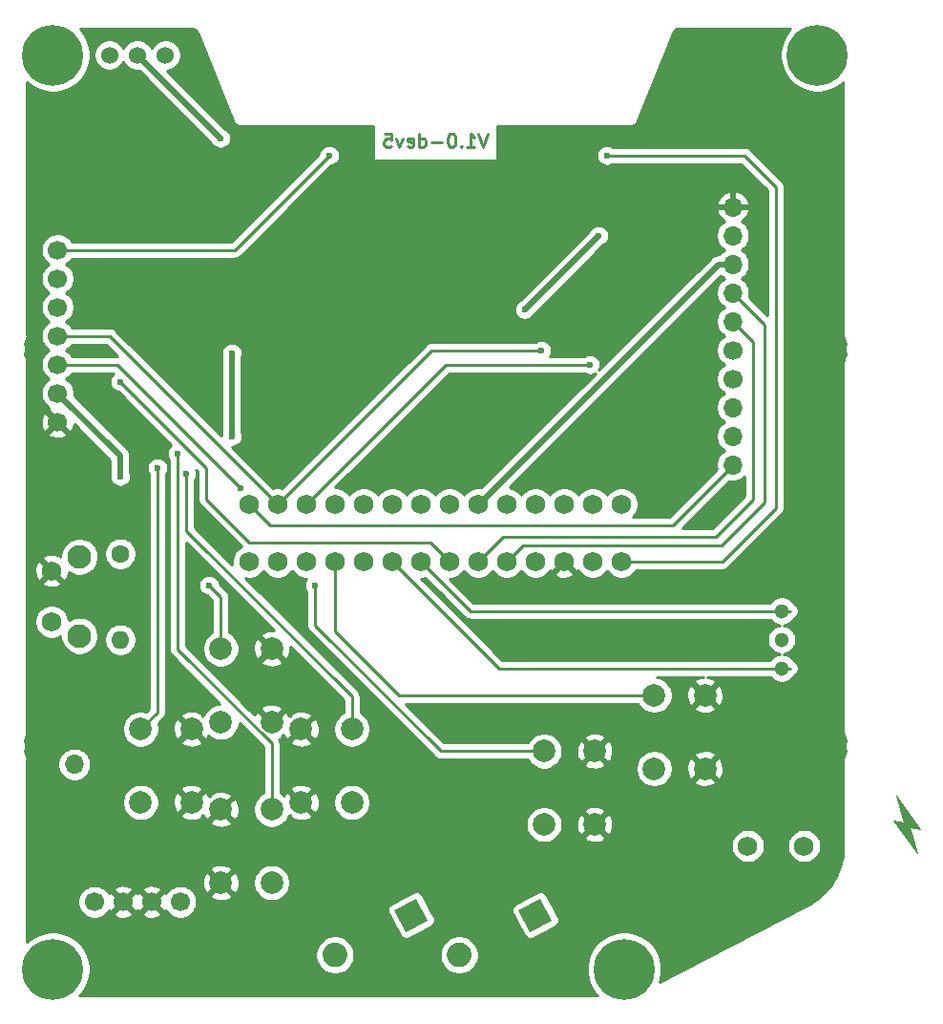
<source format=gbr>
G04 #@! TF.GenerationSoftware,KiCad,Pcbnew,(5.1.9-0-10_14)*
G04 #@! TF.CreationDate,2021-06-07T20:14:56-07:00*
G04 #@! TF.ProjectId,system,73797374-656d-42e6-9b69-6361645f7063,1.0-dev5*
G04 #@! TF.SameCoordinates,Original*
G04 #@! TF.FileFunction,Copper,L2,Bot*
G04 #@! TF.FilePolarity,Positive*
%FSLAX46Y46*%
G04 Gerber Fmt 4.6, Leading zero omitted, Abs format (unit mm)*
G04 Created by KiCad (PCBNEW (5.1.9-0-10_14)) date 2021-06-07 20:14:56*
%MOMM*%
%LPD*%
G01*
G04 APERTURE LIST*
G04 #@! TA.AperFunction,NonConductor*
%ADD10C,0.100000*%
G04 #@! TD*
G04 #@! TA.AperFunction,NonConductor*
%ADD11C,0.250000*%
G04 #@! TD*
G04 #@! TA.AperFunction,ComponentPad*
%ADD12O,1.700000X1.700000*%
G04 #@! TD*
G04 #@! TA.AperFunction,ComponentPad*
%ADD13C,1.700000*%
G04 #@! TD*
G04 #@! TA.AperFunction,ComponentPad*
%ADD14C,0.100000*%
G04 #@! TD*
G04 #@! TA.AperFunction,ComponentPad*
%ADD15C,1.750000*%
G04 #@! TD*
G04 #@! TA.AperFunction,ComponentPad*
%ADD16C,2.000000*%
G04 #@! TD*
G04 #@! TA.AperFunction,ComponentPad*
%ADD17C,1.300000*%
G04 #@! TD*
G04 #@! TA.AperFunction,ComponentPad*
%ADD18C,5.399999*%
G04 #@! TD*
G04 #@! TA.AperFunction,ComponentPad*
%ADD19C,5.400000*%
G04 #@! TD*
G04 #@! TA.AperFunction,ComponentPad*
%ADD20C,1.600000*%
G04 #@! TD*
G04 #@! TA.AperFunction,ComponentPad*
%ADD21O,1.600000X1.600000*%
G04 #@! TD*
G04 #@! TA.AperFunction,ComponentPad*
%ADD22C,1.524000*%
G04 #@! TD*
G04 #@! TA.AperFunction,ComponentPad*
%ADD23C,2.100000*%
G04 #@! TD*
G04 #@! TA.AperFunction,ViaPad*
%ADD24C,0.600000*%
G04 #@! TD*
G04 #@! TA.AperFunction,Conductor*
%ADD25C,0.254000*%
G04 #@! TD*
G04 #@! TA.AperFunction,Conductor*
%ADD26C,0.508000*%
G04 #@! TD*
G04 #@! TA.AperFunction,Conductor*
%ADD27C,0.100000*%
G04 #@! TD*
G04 APERTURE END LIST*
D10*
G36*
X181737000Y-138176000D02*
G01*
X182499000Y-140843000D01*
X180340000Y-137922000D01*
X181737000Y-138176000D01*
G37*
X181737000Y-138176000D02*
X182499000Y-140843000D01*
X180340000Y-137922000D01*
X181737000Y-138176000D01*
G36*
X182753000Y-138684000D02*
G01*
X181356000Y-138430000D01*
X180594000Y-135763000D01*
X182753000Y-138684000D01*
G37*
X182753000Y-138684000D02*
X181356000Y-138430000D01*
X180594000Y-135763000D01*
X182753000Y-138684000D01*
D11*
X144357142Y-77066857D02*
X143957142Y-78266857D01*
X143557142Y-77066857D01*
X142528571Y-78266857D02*
X143214285Y-78266857D01*
X142871428Y-78266857D02*
X142871428Y-77066857D01*
X142985714Y-77238285D01*
X143100000Y-77352571D01*
X143214285Y-77409714D01*
X142014285Y-78152571D02*
X141957142Y-78209714D01*
X142014285Y-78266857D01*
X142071428Y-78209714D01*
X142014285Y-78152571D01*
X142014285Y-78266857D01*
X141214285Y-77066857D02*
X141100000Y-77066857D01*
X140985714Y-77124000D01*
X140928571Y-77181142D01*
X140871428Y-77295428D01*
X140814285Y-77524000D01*
X140814285Y-77809714D01*
X140871428Y-78038285D01*
X140928571Y-78152571D01*
X140985714Y-78209714D01*
X141100000Y-78266857D01*
X141214285Y-78266857D01*
X141328571Y-78209714D01*
X141385714Y-78152571D01*
X141442857Y-78038285D01*
X141500000Y-77809714D01*
X141500000Y-77524000D01*
X141442857Y-77295428D01*
X141385714Y-77181142D01*
X141328571Y-77124000D01*
X141214285Y-77066857D01*
X140300000Y-77809714D02*
X139385714Y-77809714D01*
X138300000Y-78266857D02*
X138300000Y-77066857D01*
X138300000Y-78209714D02*
X138414285Y-78266857D01*
X138642857Y-78266857D01*
X138757142Y-78209714D01*
X138814285Y-78152571D01*
X138871428Y-78038285D01*
X138871428Y-77695428D01*
X138814285Y-77581142D01*
X138757142Y-77524000D01*
X138642857Y-77466857D01*
X138414285Y-77466857D01*
X138300000Y-77524000D01*
X137271428Y-78209714D02*
X137385714Y-78266857D01*
X137614285Y-78266857D01*
X137728571Y-78209714D01*
X137785714Y-78095428D01*
X137785714Y-77638285D01*
X137728571Y-77524000D01*
X137614285Y-77466857D01*
X137385714Y-77466857D01*
X137271428Y-77524000D01*
X137214285Y-77638285D01*
X137214285Y-77752571D01*
X137785714Y-77866857D01*
X136814285Y-77466857D02*
X136528571Y-78266857D01*
X136242857Y-77466857D01*
X135214285Y-77066857D02*
X135785714Y-77066857D01*
X135842857Y-77638285D01*
X135785714Y-77581142D01*
X135671428Y-77524000D01*
X135385714Y-77524000D01*
X135271428Y-77581142D01*
X135214285Y-77638285D01*
X135157142Y-77752571D01*
X135157142Y-78038285D01*
X135214285Y-78152571D01*
X135271428Y-78209714D01*
X135385714Y-78266857D01*
X135671428Y-78266857D01*
X135785714Y-78209714D01*
X135842857Y-78152571D01*
D12*
X166116000Y-86106000D03*
X166116000Y-101346000D03*
X166116000Y-103886000D03*
X166116000Y-106426000D03*
X166116000Y-83566000D03*
D13*
X166116000Y-98806000D03*
D12*
X166116000Y-88646000D03*
X166116000Y-91186000D03*
X166116000Y-93726000D03*
D13*
X166116000Y-96266000D03*
D12*
X107696000Y-132969000D03*
G04 #@! TA.AperFunction,ComponentPad*
G36*
G01*
X142806689Y-149352077D02*
X142806689Y-149352077D01*
G75*
G02*
X142338900Y-150835712I-975712J-507923D01*
G01*
X142338900Y-150835712D01*
G75*
G02*
X140855265Y-150367923I-507923J975712D01*
G01*
X140855265Y-150367923D01*
G75*
G02*
X141323054Y-148884288I975712J507923D01*
G01*
X141323054Y-148884288D01*
G75*
G02*
X142806689Y-149352077I507923J-975712D01*
G01*
G37*
G04 #@! TD.AperFunction*
G04 #@! TA.AperFunction,ComponentPad*
D14*
G36*
X149057788Y-144857841D02*
G01*
X150073635Y-146809264D01*
X148122212Y-147825111D01*
X147106365Y-145873688D01*
X149057788Y-144857841D01*
G37*
G04 #@! TD.AperFunction*
G04 #@! TA.AperFunction,ComponentPad*
G36*
G01*
X131785712Y-149352077D02*
X131785712Y-149352077D01*
G75*
G02*
X131317923Y-150835712I-975712J-507923D01*
G01*
X131317923Y-150835712D01*
G75*
G02*
X129834288Y-150367923I-507923J975712D01*
G01*
X129834288Y-150367923D01*
G75*
G02*
X130302077Y-148884288I975712J507923D01*
G01*
X130302077Y-148884288D01*
G75*
G02*
X131785712Y-149352077I507923J-975712D01*
G01*
G37*
G04 #@! TD.AperFunction*
G04 #@! TA.AperFunction,ComponentPad*
G36*
X138036811Y-144857841D02*
G01*
X139052658Y-146809264D01*
X137101235Y-147825111D01*
X136085388Y-145873688D01*
X138036811Y-144857841D01*
G37*
G04 #@! TD.AperFunction*
D15*
X156210000Y-109920000D03*
X153670000Y-109920000D03*
X151130000Y-109920000D03*
X148590000Y-109920000D03*
X146050000Y-109920000D03*
X143510000Y-109920000D03*
X140970000Y-109920000D03*
X138430000Y-109920000D03*
X135890000Y-109920000D03*
X133350000Y-109920000D03*
X130810000Y-109920000D03*
X128270000Y-109920000D03*
X125730000Y-109920000D03*
X123190000Y-109920000D03*
X123190000Y-115000000D03*
X125730000Y-115000000D03*
X128270000Y-115000000D03*
X130810000Y-115000000D03*
X133350000Y-115000000D03*
X135890000Y-115000000D03*
X156210000Y-115000000D03*
X153670000Y-115000000D03*
X151130000Y-115000000D03*
X148590000Y-115000000D03*
X146050000Y-115000000D03*
X143510000Y-115000000D03*
X138430000Y-115000000D03*
X140970000Y-115000000D03*
D13*
X106200000Y-102616000D03*
X106200000Y-100076000D03*
X106200000Y-97536000D03*
X106200000Y-94996000D03*
X106200000Y-92456000D03*
X106200000Y-89916000D03*
X106200000Y-87376000D03*
D16*
X153852000Y-138303000D03*
X149352000Y-138303000D03*
X153852000Y-131803000D03*
X149352000Y-131803000D03*
X163631000Y-133350000D03*
X159131000Y-133350000D03*
X163631000Y-126850000D03*
X159131000Y-126850000D03*
X125186000Y-129234000D03*
X120686000Y-129234000D03*
X125186000Y-122734000D03*
X120686000Y-122734000D03*
X120686000Y-136958000D03*
X125186000Y-136958000D03*
X120686000Y-143458000D03*
X125186000Y-143458000D03*
X118074000Y-136346000D03*
X113574000Y-136346000D03*
X118074000Y-129846000D03*
X113574000Y-129846000D03*
X127798000Y-129846000D03*
X132298000Y-129846000D03*
X127798000Y-136346000D03*
X132298000Y-136346000D03*
D17*
X170434000Y-121920000D03*
X170434000Y-124460000D03*
X170434000Y-119380000D03*
D18*
X105791000Y-151130000D03*
X105791000Y-70104000D03*
X156464000Y-151130000D03*
D19*
X173609000Y-70104000D03*
D15*
X172426000Y-140208000D03*
X167426000Y-140208000D03*
D20*
X111760000Y-114300000D03*
D21*
X111760000Y-121920000D03*
D22*
X110794800Y-70104000D03*
X113284000Y-70104000D03*
X115773200Y-70104000D03*
D23*
X108154000Y-121584000D03*
D15*
X105664000Y-120324000D03*
X105664000Y-115824000D03*
D23*
X108154000Y-114574000D03*
D13*
X114554000Y-145161000D03*
X112014000Y-145161000D03*
X117094000Y-145161000D03*
X109474000Y-145161000D03*
D24*
X109220000Y-96266000D03*
X164084000Y-121920000D03*
X156464000Y-103251000D03*
X142494000Y-101092000D03*
X118364000Y-115316000D03*
X118872000Y-111506000D03*
X121666000Y-113538000D03*
X165100000Y-110490000D03*
X124460000Y-116840000D03*
X162560000Y-97536000D03*
X120650000Y-77470000D03*
X116839984Y-105410000D03*
X115062000Y-106680000D03*
X117602000Y-107188000D03*
X119633994Y-117094000D03*
X129032000Y-117094000D03*
X111760000Y-99060000D03*
X121666000Y-103886000D03*
X121666000Y-96520008D03*
X111760000Y-107442000D03*
X154940000Y-78994000D03*
X130301998Y-78994000D03*
X149098000Y-96265998D03*
X153416000Y-97536000D03*
X122428000Y-108458001D03*
X147637500Y-92646500D03*
X154178000Y-86106000D03*
D25*
X130810000Y-121158000D02*
X130810000Y-115000000D01*
X136502000Y-126850000D02*
X130810000Y-121158000D01*
X159131000Y-126850000D02*
X136502000Y-126850000D01*
D26*
X120650000Y-77470000D02*
X113284000Y-70104000D01*
D25*
X125186000Y-131127514D02*
X116839984Y-122781498D01*
X116839984Y-122781498D02*
X116839984Y-105410000D01*
X125186000Y-136958000D02*
X125186000Y-131127514D01*
X115062000Y-128358000D02*
X115062000Y-106680000D01*
X113574000Y-129846000D02*
X115062000Y-128358000D01*
X117602000Y-112268000D02*
X117602000Y-107188000D01*
X132298000Y-126964000D02*
X117602000Y-112268000D01*
X132298000Y-129846000D02*
X132298000Y-126964000D01*
X120686000Y-122734000D02*
X120686000Y-118146006D01*
X120686000Y-118146006D02*
X119633994Y-117094000D01*
X129032000Y-120650000D02*
X129032000Y-117094000D01*
X140185000Y-131803000D02*
X129032000Y-120650000D01*
X149352000Y-131803000D02*
X140185000Y-131803000D01*
X140778000Y-117348000D02*
X138430000Y-115000000D01*
X142810000Y-119380000D02*
X140778000Y-117348000D01*
X171196000Y-119380000D02*
X142810000Y-119380000D01*
X119380000Y-109474000D02*
X119380000Y-106680000D01*
X140970000Y-115000000D02*
X139254000Y-113284000D01*
X139254000Y-113284000D02*
X123190000Y-113284000D01*
X123190000Y-113284000D02*
X119380000Y-109474000D01*
X119380000Y-106680000D02*
X111760000Y-99060000D01*
X139152409Y-118262409D02*
X135890000Y-115000000D01*
X145350000Y-124460000D02*
X139152409Y-118262409D01*
X171196000Y-124460000D02*
X145350000Y-124460000D01*
D26*
X121666000Y-103886000D02*
X121666000Y-96520008D01*
X143572000Y-109920000D02*
X143510000Y-109920000D01*
X164846000Y-88646000D02*
X143572000Y-109920000D01*
X166116000Y-88646000D02*
X164846000Y-88646000D01*
X111760000Y-105636000D02*
X106200000Y-100076000D01*
X111760000Y-107442000D02*
X111760000Y-105636000D01*
D25*
X145734000Y-112776000D02*
X143510000Y-115000000D01*
X167894000Y-109474000D02*
X164592000Y-112776000D01*
X164592000Y-112776000D02*
X145734000Y-112776000D01*
X167894000Y-95504000D02*
X167894000Y-109474000D01*
X166116000Y-93726000D02*
X167894000Y-95504000D01*
X168910000Y-109728000D02*
X165100000Y-113538000D01*
X168910000Y-93980000D02*
X168910000Y-109728000D01*
X147512000Y-113538000D02*
X146050000Y-115000000D01*
X165100000Y-113538000D02*
X147512000Y-113538000D01*
X166116000Y-91186000D02*
X168910000Y-93980000D01*
X167132000Y-78994000D02*
X154940000Y-78994000D01*
X169926000Y-81788000D02*
X167132000Y-78994000D01*
X169926000Y-110236000D02*
X169926000Y-81788000D01*
X165162000Y-115000000D02*
X169926000Y-110236000D01*
X156210000Y-115000000D02*
X165162000Y-115000000D01*
X121919998Y-87376000D02*
X130301998Y-78994000D01*
X106200000Y-87376000D02*
X121919998Y-87376000D01*
X160782000Y-111760000D02*
X166116000Y-106426000D01*
X125030000Y-111760000D02*
X160782000Y-111760000D01*
X123190000Y-109920000D02*
X125030000Y-111760000D01*
X110806000Y-94996000D02*
X106200000Y-94996000D01*
X125730000Y-109920000D02*
X110806000Y-94996000D01*
X139384002Y-96265998D02*
X149098000Y-96265998D01*
X125730000Y-109920000D02*
X139384002Y-96265998D01*
X140654000Y-97536000D02*
X153416000Y-97536000D01*
X128270000Y-109920000D02*
X140654000Y-97536000D01*
X106200000Y-97536000D02*
X111505999Y-97536000D01*
X111505999Y-97536000D02*
X122428000Y-108458001D01*
D26*
X147637500Y-92646500D02*
X154178000Y-86106000D01*
D25*
X118213231Y-67804646D02*
X118312528Y-67834626D01*
X118404114Y-67883323D01*
X118484497Y-67948882D01*
X118550613Y-68028803D01*
X118612228Y-68142756D01*
X121733885Y-75935803D01*
X121745664Y-75974633D01*
X121777718Y-76034602D01*
X121809153Y-76095106D01*
X121811871Y-76098499D01*
X121813914Y-76102320D01*
X121857045Y-76154875D01*
X121899686Y-76208091D01*
X121903013Y-76210887D01*
X121905763Y-76214238D01*
X121958327Y-76257376D01*
X122010522Y-76301244D01*
X122014331Y-76303337D01*
X122017681Y-76306087D01*
X122077680Y-76338157D01*
X122137402Y-76370983D01*
X122141542Y-76372292D01*
X122145368Y-76374337D01*
X122210512Y-76394098D01*
X122275448Y-76414629D01*
X122279762Y-76415105D01*
X122283916Y-76416365D01*
X122351703Y-76423041D01*
X122419358Y-76430505D01*
X122459790Y-76427000D01*
X134168572Y-76426999D01*
X134168572Y-79482500D01*
X145231429Y-79482500D01*
X145231429Y-76426999D01*
X156940198Y-76426998D01*
X156980641Y-76430504D01*
X157048364Y-76423033D01*
X157116085Y-76416363D01*
X157120235Y-76415104D01*
X157124551Y-76414628D01*
X157189493Y-76394095D01*
X157254633Y-76374335D01*
X157258460Y-76372289D01*
X157262598Y-76370981D01*
X157322268Y-76338183D01*
X157382320Y-76306085D01*
X157385674Y-76303332D01*
X157389477Y-76301242D01*
X157441613Y-76257424D01*
X157494238Y-76214236D01*
X157496990Y-76210883D01*
X157500313Y-76208090D01*
X157542889Y-76154954D01*
X157586087Y-76102318D01*
X157588134Y-76098489D01*
X157590846Y-76095104D01*
X157622223Y-76034712D01*
X157654337Y-75974631D01*
X157666121Y-75935784D01*
X160769885Y-68187410D01*
X160835394Y-68050682D01*
X160897530Y-67967623D01*
X160974611Y-67898219D01*
X161063711Y-67845105D01*
X161161424Y-67810311D01*
X161290853Y-67791199D01*
X161298994Y-67791000D01*
X171205597Y-67791000D01*
X171018536Y-67978061D01*
X170653561Y-68524285D01*
X170402162Y-69131216D01*
X170274000Y-69775531D01*
X170274000Y-70432469D01*
X170402162Y-71076784D01*
X170653561Y-71683715D01*
X171018536Y-72229939D01*
X171483061Y-72694464D01*
X172029285Y-73059439D01*
X172636216Y-73310838D01*
X173280531Y-73439000D01*
X173937469Y-73439000D01*
X174581784Y-73310838D01*
X175188715Y-73059439D01*
X175734939Y-72694464D01*
X175890000Y-72539403D01*
X175890001Y-94959885D01*
X175886444Y-94996000D01*
X175900635Y-95140085D01*
X175942663Y-95278633D01*
X175999389Y-95384760D01*
X176024164Y-95509312D01*
X176091179Y-95671099D01*
X176106815Y-95694500D01*
X176091179Y-95717901D01*
X176024164Y-95879688D01*
X175990000Y-96051441D01*
X175990000Y-96226559D01*
X176024164Y-96398312D01*
X176091179Y-96560099D01*
X176106815Y-96583500D01*
X176091179Y-96606901D01*
X176024164Y-96768688D01*
X175999389Y-96893240D01*
X175942663Y-96999367D01*
X175900635Y-97137915D01*
X175886444Y-97282000D01*
X175890000Y-97318105D01*
X175890001Y-130138885D01*
X175886444Y-130175000D01*
X175900635Y-130319085D01*
X175942663Y-130457633D01*
X175999389Y-130563760D01*
X176024164Y-130688312D01*
X176091179Y-130850099D01*
X176106815Y-130873500D01*
X176091179Y-130896901D01*
X176024164Y-131058688D01*
X175990000Y-131230441D01*
X175990000Y-131405559D01*
X176024164Y-131577312D01*
X176091179Y-131739099D01*
X176106815Y-131762500D01*
X176091179Y-131785901D01*
X176024164Y-131947688D01*
X175999389Y-132072240D01*
X175942663Y-132178367D01*
X175900635Y-132316915D01*
X175886444Y-132461000D01*
X175890000Y-132497105D01*
X175890001Y-140180069D01*
X175819278Y-141109801D01*
X175615064Y-141990843D01*
X175279930Y-142830861D01*
X174821590Y-143610524D01*
X174250591Y-144311886D01*
X173576942Y-144921643D01*
X172940009Y-145352970D01*
X159587013Y-152305152D01*
X159670837Y-152102783D01*
X159798999Y-151458469D01*
X159798999Y-150801531D01*
X159670837Y-150157217D01*
X159419438Y-149550285D01*
X159054463Y-149004062D01*
X158589938Y-148539537D01*
X158043715Y-148174562D01*
X157436783Y-147923163D01*
X156792469Y-147795001D01*
X156135531Y-147795001D01*
X155491217Y-147923163D01*
X154884285Y-148174562D01*
X154338062Y-148539537D01*
X153873537Y-149004062D01*
X153508562Y-149550285D01*
X153257163Y-150157217D01*
X153129001Y-150801531D01*
X153129001Y-151458469D01*
X153257163Y-152102783D01*
X153508562Y-152709715D01*
X153873537Y-153255938D01*
X154108499Y-153490900D01*
X108146501Y-153490900D01*
X108381463Y-153255938D01*
X108746438Y-152709715D01*
X108997837Y-152102783D01*
X109125999Y-151458469D01*
X109125999Y-150801531D01*
X108997837Y-150157217D01*
X108803944Y-149689117D01*
X129075000Y-149689117D01*
X129075000Y-150030883D01*
X129141675Y-150366081D01*
X129272463Y-150681831D01*
X129462337Y-150965998D01*
X129704002Y-151207663D01*
X129988169Y-151397537D01*
X130303919Y-151528325D01*
X130639117Y-151595000D01*
X130980883Y-151595000D01*
X131316081Y-151528325D01*
X131631831Y-151397537D01*
X131915998Y-151207663D01*
X132157663Y-150965998D01*
X132347537Y-150681831D01*
X132478325Y-150366081D01*
X132545000Y-150030883D01*
X132545000Y-149689117D01*
X140095977Y-149689117D01*
X140095977Y-150030883D01*
X140162652Y-150366081D01*
X140293440Y-150681831D01*
X140483314Y-150965998D01*
X140724979Y-151207663D01*
X141009146Y-151397537D01*
X141324896Y-151528325D01*
X141660094Y-151595000D01*
X142001860Y-151595000D01*
X142337058Y-151528325D01*
X142652808Y-151397537D01*
X142936975Y-151207663D01*
X143178640Y-150965998D01*
X143368514Y-150681831D01*
X143499302Y-150366081D01*
X143565977Y-150030883D01*
X143565977Y-149689117D01*
X143499302Y-149353919D01*
X143368514Y-149038169D01*
X143178640Y-148754002D01*
X142936975Y-148512337D01*
X142652808Y-148322463D01*
X142337058Y-148191675D01*
X142001860Y-148125000D01*
X141660094Y-148125000D01*
X141324896Y-148191675D01*
X141009146Y-148322463D01*
X140724979Y-148512337D01*
X140483314Y-148754002D01*
X140293440Y-149038169D01*
X140162652Y-149353919D01*
X140095977Y-149689117D01*
X132545000Y-149689117D01*
X132478325Y-149353919D01*
X132347537Y-149038169D01*
X132157663Y-148754002D01*
X131915998Y-148512337D01*
X131631831Y-148322463D01*
X131316081Y-148191675D01*
X130980883Y-148125000D01*
X130639117Y-148125000D01*
X130303919Y-148191675D01*
X129988169Y-148322463D01*
X129704002Y-148512337D01*
X129462337Y-148754002D01*
X129272463Y-149038169D01*
X129141675Y-149353919D01*
X129075000Y-149689117D01*
X108803944Y-149689117D01*
X108746438Y-149550285D01*
X108381463Y-149004062D01*
X107916938Y-148539537D01*
X107370715Y-148174562D01*
X106763783Y-147923163D01*
X106119469Y-147795001D01*
X105462531Y-147795001D01*
X104818217Y-147923163D01*
X104211285Y-148174562D01*
X103665062Y-148539537D01*
X103510000Y-148694599D01*
X103510000Y-145014740D01*
X107989000Y-145014740D01*
X107989000Y-145307260D01*
X108046068Y-145594158D01*
X108158010Y-145864411D01*
X108320525Y-146107632D01*
X108527368Y-146314475D01*
X108770589Y-146476990D01*
X109040842Y-146588932D01*
X109327740Y-146646000D01*
X109620260Y-146646000D01*
X109907158Y-146588932D01*
X110177411Y-146476990D01*
X110420632Y-146314475D01*
X110545710Y-146189397D01*
X111165208Y-146189397D01*
X111242843Y-146438472D01*
X111506883Y-146564371D01*
X111790411Y-146636339D01*
X112082531Y-146651611D01*
X112372019Y-146609599D01*
X112647747Y-146511919D01*
X112785157Y-146438472D01*
X112862792Y-146189397D01*
X113705208Y-146189397D01*
X113782843Y-146438472D01*
X114046883Y-146564371D01*
X114330411Y-146636339D01*
X114622531Y-146651611D01*
X114912019Y-146609599D01*
X115187747Y-146511919D01*
X115325157Y-146438472D01*
X115402792Y-146189397D01*
X114554000Y-145340605D01*
X113705208Y-146189397D01*
X112862792Y-146189397D01*
X112014000Y-145340605D01*
X111165208Y-146189397D01*
X110545710Y-146189397D01*
X110627475Y-146107632D01*
X110743311Y-145934271D01*
X110985603Y-146009792D01*
X111834395Y-145161000D01*
X112193605Y-145161000D01*
X113042397Y-146009792D01*
X113284000Y-145934486D01*
X113525603Y-146009792D01*
X114374395Y-145161000D01*
X114733605Y-145161000D01*
X115582397Y-146009792D01*
X115824689Y-145934271D01*
X115940525Y-146107632D01*
X116147368Y-146314475D01*
X116390589Y-146476990D01*
X116660842Y-146588932D01*
X116947740Y-146646000D01*
X117240260Y-146646000D01*
X117527158Y-146588932D01*
X117797411Y-146476990D01*
X118040632Y-146314475D01*
X118247475Y-146107632D01*
X118366632Y-145929300D01*
X135449744Y-145929300D01*
X135472807Y-146052239D01*
X135519411Y-146168317D01*
X136535258Y-148119740D01*
X136603613Y-148224495D01*
X136691090Y-148313903D01*
X136794330Y-148384526D01*
X136909363Y-148433651D01*
X137031770Y-148459391D01*
X137156847Y-148460755D01*
X137279786Y-148437692D01*
X137395864Y-148391088D01*
X139347287Y-147375241D01*
X139452042Y-147306886D01*
X139541450Y-147219409D01*
X139612073Y-147116169D01*
X139661198Y-147001136D01*
X139686938Y-146878729D01*
X139688302Y-146753652D01*
X139665239Y-146630713D01*
X139618635Y-146514635D01*
X139313929Y-145929300D01*
X146470721Y-145929300D01*
X146493784Y-146052239D01*
X146540388Y-146168317D01*
X147556235Y-148119740D01*
X147624590Y-148224495D01*
X147712067Y-148313903D01*
X147815307Y-148384526D01*
X147930340Y-148433651D01*
X148052747Y-148459391D01*
X148177824Y-148460755D01*
X148300763Y-148437692D01*
X148416841Y-148391088D01*
X150368264Y-147375241D01*
X150473019Y-147306886D01*
X150562427Y-147219409D01*
X150633050Y-147116169D01*
X150682175Y-147001136D01*
X150707915Y-146878729D01*
X150709279Y-146753652D01*
X150686216Y-146630713D01*
X150639612Y-146514635D01*
X149623765Y-144563212D01*
X149555410Y-144458457D01*
X149467933Y-144369049D01*
X149364693Y-144298426D01*
X149249660Y-144249301D01*
X149127253Y-144223561D01*
X149002176Y-144222197D01*
X148879237Y-144245260D01*
X148763159Y-144291864D01*
X146811736Y-145307711D01*
X146706981Y-145376066D01*
X146617573Y-145463543D01*
X146546950Y-145566783D01*
X146497825Y-145681816D01*
X146472085Y-145804223D01*
X146470721Y-145929300D01*
X139313929Y-145929300D01*
X138602788Y-144563212D01*
X138534433Y-144458457D01*
X138446956Y-144369049D01*
X138343716Y-144298426D01*
X138228683Y-144249301D01*
X138106276Y-144223561D01*
X137981199Y-144222197D01*
X137858260Y-144245260D01*
X137742182Y-144291864D01*
X135790759Y-145307711D01*
X135686004Y-145376066D01*
X135596596Y-145463543D01*
X135525973Y-145566783D01*
X135476848Y-145681816D01*
X135451108Y-145804223D01*
X135449744Y-145929300D01*
X118366632Y-145929300D01*
X118409990Y-145864411D01*
X118521932Y-145594158D01*
X118579000Y-145307260D01*
X118579000Y-145014740D01*
X118521932Y-144727842D01*
X118466250Y-144593413D01*
X119730192Y-144593413D01*
X119825956Y-144857814D01*
X120115571Y-144998704D01*
X120427108Y-145080384D01*
X120748595Y-145099718D01*
X121067675Y-145055961D01*
X121372088Y-144950795D01*
X121546044Y-144857814D01*
X121641808Y-144593413D01*
X120686000Y-143637605D01*
X119730192Y-144593413D01*
X118466250Y-144593413D01*
X118409990Y-144457589D01*
X118247475Y-144214368D01*
X118040632Y-144007525D01*
X117797411Y-143845010D01*
X117527158Y-143733068D01*
X117240260Y-143676000D01*
X116947740Y-143676000D01*
X116660842Y-143733068D01*
X116390589Y-143845010D01*
X116147368Y-144007525D01*
X115940525Y-144214368D01*
X115824689Y-144387729D01*
X115582397Y-144312208D01*
X114733605Y-145161000D01*
X114374395Y-145161000D01*
X113525603Y-144312208D01*
X113284000Y-144387514D01*
X113042397Y-144312208D01*
X112193605Y-145161000D01*
X111834395Y-145161000D01*
X110985603Y-144312208D01*
X110743311Y-144387729D01*
X110627475Y-144214368D01*
X110545710Y-144132603D01*
X111165208Y-144132603D01*
X112014000Y-144981395D01*
X112862792Y-144132603D01*
X113705208Y-144132603D01*
X114554000Y-144981395D01*
X115402792Y-144132603D01*
X115325157Y-143883528D01*
X115061117Y-143757629D01*
X114777589Y-143685661D01*
X114485469Y-143670389D01*
X114195981Y-143712401D01*
X113920253Y-143810081D01*
X113782843Y-143883528D01*
X113705208Y-144132603D01*
X112862792Y-144132603D01*
X112785157Y-143883528D01*
X112521117Y-143757629D01*
X112237589Y-143685661D01*
X111945469Y-143670389D01*
X111655981Y-143712401D01*
X111380253Y-143810081D01*
X111242843Y-143883528D01*
X111165208Y-144132603D01*
X110545710Y-144132603D01*
X110420632Y-144007525D01*
X110177411Y-143845010D01*
X109907158Y-143733068D01*
X109620260Y-143676000D01*
X109327740Y-143676000D01*
X109040842Y-143733068D01*
X108770589Y-143845010D01*
X108527368Y-144007525D01*
X108320525Y-144214368D01*
X108158010Y-144457589D01*
X108046068Y-144727842D01*
X107989000Y-145014740D01*
X103510000Y-145014740D01*
X103510000Y-143520595D01*
X119044282Y-143520595D01*
X119088039Y-143839675D01*
X119193205Y-144144088D01*
X119286186Y-144318044D01*
X119550587Y-144413808D01*
X120506395Y-143458000D01*
X120865605Y-143458000D01*
X121821413Y-144413808D01*
X122085814Y-144318044D01*
X122226704Y-144028429D01*
X122308384Y-143716892D01*
X122327718Y-143395405D01*
X122314219Y-143296967D01*
X123551000Y-143296967D01*
X123551000Y-143619033D01*
X123613832Y-143934912D01*
X123737082Y-144232463D01*
X123916013Y-144500252D01*
X124143748Y-144727987D01*
X124411537Y-144906918D01*
X124709088Y-145030168D01*
X125024967Y-145093000D01*
X125347033Y-145093000D01*
X125662912Y-145030168D01*
X125960463Y-144906918D01*
X126228252Y-144727987D01*
X126455987Y-144500252D01*
X126634918Y-144232463D01*
X126758168Y-143934912D01*
X126821000Y-143619033D01*
X126821000Y-143296967D01*
X126758168Y-142981088D01*
X126634918Y-142683537D01*
X126455987Y-142415748D01*
X126228252Y-142188013D01*
X125960463Y-142009082D01*
X125662912Y-141885832D01*
X125347033Y-141823000D01*
X125024967Y-141823000D01*
X124709088Y-141885832D01*
X124411537Y-142009082D01*
X124143748Y-142188013D01*
X123916013Y-142415748D01*
X123737082Y-142683537D01*
X123613832Y-142981088D01*
X123551000Y-143296967D01*
X122314219Y-143296967D01*
X122283961Y-143076325D01*
X122178795Y-142771912D01*
X122085814Y-142597956D01*
X121821413Y-142502192D01*
X120865605Y-143458000D01*
X120506395Y-143458000D01*
X119550587Y-142502192D01*
X119286186Y-142597956D01*
X119145296Y-142887571D01*
X119063616Y-143199108D01*
X119044282Y-143520595D01*
X103510000Y-143520595D01*
X103510000Y-142322587D01*
X119730192Y-142322587D01*
X120686000Y-143278395D01*
X121641808Y-142322587D01*
X121546044Y-142058186D01*
X121256429Y-141917296D01*
X120944892Y-141835616D01*
X120623405Y-141816282D01*
X120304325Y-141860039D01*
X119999912Y-141965205D01*
X119825956Y-142058186D01*
X119730192Y-142322587D01*
X103510000Y-142322587D01*
X103510000Y-140059278D01*
X165916000Y-140059278D01*
X165916000Y-140356722D01*
X165974029Y-140648451D01*
X166087856Y-140923253D01*
X166253107Y-141170569D01*
X166463431Y-141380893D01*
X166710747Y-141546144D01*
X166985549Y-141659971D01*
X167277278Y-141718000D01*
X167574722Y-141718000D01*
X167866451Y-141659971D01*
X168141253Y-141546144D01*
X168388569Y-141380893D01*
X168598893Y-141170569D01*
X168764144Y-140923253D01*
X168877971Y-140648451D01*
X168936000Y-140356722D01*
X168936000Y-140059278D01*
X170916000Y-140059278D01*
X170916000Y-140356722D01*
X170974029Y-140648451D01*
X171087856Y-140923253D01*
X171253107Y-141170569D01*
X171463431Y-141380893D01*
X171710747Y-141546144D01*
X171985549Y-141659971D01*
X172277278Y-141718000D01*
X172574722Y-141718000D01*
X172866451Y-141659971D01*
X173141253Y-141546144D01*
X173388569Y-141380893D01*
X173598893Y-141170569D01*
X173764144Y-140923253D01*
X173877971Y-140648451D01*
X173936000Y-140356722D01*
X173936000Y-140059278D01*
X173877971Y-139767549D01*
X173764144Y-139492747D01*
X173598893Y-139245431D01*
X173388569Y-139035107D01*
X173141253Y-138869856D01*
X172866451Y-138756029D01*
X172574722Y-138698000D01*
X172277278Y-138698000D01*
X171985549Y-138756029D01*
X171710747Y-138869856D01*
X171463431Y-139035107D01*
X171253107Y-139245431D01*
X171087856Y-139492747D01*
X170974029Y-139767549D01*
X170916000Y-140059278D01*
X168936000Y-140059278D01*
X168877971Y-139767549D01*
X168764144Y-139492747D01*
X168598893Y-139245431D01*
X168388569Y-139035107D01*
X168141253Y-138869856D01*
X167866451Y-138756029D01*
X167574722Y-138698000D01*
X167277278Y-138698000D01*
X166985549Y-138756029D01*
X166710747Y-138869856D01*
X166463431Y-139035107D01*
X166253107Y-139245431D01*
X166087856Y-139492747D01*
X165974029Y-139767549D01*
X165916000Y-140059278D01*
X103510000Y-140059278D01*
X103510000Y-138093413D01*
X119730192Y-138093413D01*
X119825956Y-138357814D01*
X120115571Y-138498704D01*
X120427108Y-138580384D01*
X120748595Y-138599718D01*
X121067675Y-138555961D01*
X121372088Y-138450795D01*
X121546044Y-138357814D01*
X121641808Y-138093413D01*
X120686000Y-137137605D01*
X119730192Y-138093413D01*
X103510000Y-138093413D01*
X103510000Y-136184967D01*
X111939000Y-136184967D01*
X111939000Y-136507033D01*
X112001832Y-136822912D01*
X112125082Y-137120463D01*
X112304013Y-137388252D01*
X112531748Y-137615987D01*
X112799537Y-137794918D01*
X113097088Y-137918168D01*
X113412967Y-137981000D01*
X113735033Y-137981000D01*
X114050912Y-137918168D01*
X114348463Y-137794918D01*
X114616252Y-137615987D01*
X114750826Y-137481413D01*
X117118192Y-137481413D01*
X117213956Y-137745814D01*
X117503571Y-137886704D01*
X117815108Y-137968384D01*
X118136595Y-137987718D01*
X118455675Y-137943961D01*
X118760088Y-137838795D01*
X118934044Y-137745814D01*
X119029807Y-137481415D01*
X119145475Y-137597083D01*
X119168880Y-137573678D01*
X119193205Y-137644088D01*
X119286186Y-137818044D01*
X119550587Y-137913808D01*
X120506395Y-136958000D01*
X120865605Y-136958000D01*
X121821413Y-137913808D01*
X122085814Y-137818044D01*
X122226704Y-137528429D01*
X122308384Y-137216892D01*
X122327718Y-136895405D01*
X122283961Y-136576325D01*
X122178795Y-136271912D01*
X122085814Y-136097956D01*
X121821413Y-136002192D01*
X120865605Y-136958000D01*
X120506395Y-136958000D01*
X120492253Y-136943858D01*
X120671858Y-136764253D01*
X120686000Y-136778395D01*
X121641808Y-135822587D01*
X121546044Y-135558186D01*
X121256429Y-135417296D01*
X120944892Y-135335616D01*
X120623405Y-135316282D01*
X120304325Y-135360039D01*
X119999912Y-135465205D01*
X119825956Y-135558186D01*
X119730193Y-135822585D01*
X119614525Y-135706917D01*
X119591120Y-135730322D01*
X119566795Y-135659912D01*
X119473814Y-135485956D01*
X119209413Y-135390192D01*
X118253605Y-136346000D01*
X118267748Y-136360143D01*
X118088143Y-136539748D01*
X118074000Y-136525605D01*
X117118192Y-137481413D01*
X114750826Y-137481413D01*
X114843987Y-137388252D01*
X115022918Y-137120463D01*
X115146168Y-136822912D01*
X115209000Y-136507033D01*
X115209000Y-136408595D01*
X116432282Y-136408595D01*
X116476039Y-136727675D01*
X116581205Y-137032088D01*
X116674186Y-137206044D01*
X116938587Y-137301808D01*
X117894395Y-136346000D01*
X116938587Y-135390192D01*
X116674186Y-135485956D01*
X116533296Y-135775571D01*
X116451616Y-136087108D01*
X116432282Y-136408595D01*
X115209000Y-136408595D01*
X115209000Y-136184967D01*
X115146168Y-135869088D01*
X115022918Y-135571537D01*
X114843987Y-135303748D01*
X114750826Y-135210587D01*
X117118192Y-135210587D01*
X118074000Y-136166395D01*
X119029808Y-135210587D01*
X118934044Y-134946186D01*
X118644429Y-134805296D01*
X118332892Y-134723616D01*
X118011405Y-134704282D01*
X117692325Y-134748039D01*
X117387912Y-134853205D01*
X117213956Y-134946186D01*
X117118192Y-135210587D01*
X114750826Y-135210587D01*
X114616252Y-135076013D01*
X114348463Y-134897082D01*
X114050912Y-134773832D01*
X113735033Y-134711000D01*
X113412967Y-134711000D01*
X113097088Y-134773832D01*
X112799537Y-134897082D01*
X112531748Y-135076013D01*
X112304013Y-135303748D01*
X112125082Y-135571537D01*
X112001832Y-135869088D01*
X111939000Y-136184967D01*
X103510000Y-136184967D01*
X103510000Y-132822740D01*
X106211000Y-132822740D01*
X106211000Y-133115260D01*
X106268068Y-133402158D01*
X106380010Y-133672411D01*
X106542525Y-133915632D01*
X106749368Y-134122475D01*
X106992589Y-134284990D01*
X107262842Y-134396932D01*
X107549740Y-134454000D01*
X107842260Y-134454000D01*
X108129158Y-134396932D01*
X108399411Y-134284990D01*
X108642632Y-134122475D01*
X108849475Y-133915632D01*
X109011990Y-133672411D01*
X109123932Y-133402158D01*
X109181000Y-133115260D01*
X109181000Y-132822740D01*
X109123932Y-132535842D01*
X109011990Y-132265589D01*
X108849475Y-132022368D01*
X108642632Y-131815525D01*
X108399411Y-131653010D01*
X108129158Y-131541068D01*
X107842260Y-131484000D01*
X107549740Y-131484000D01*
X107262842Y-131541068D01*
X106992589Y-131653010D01*
X106749368Y-131815525D01*
X106542525Y-132022368D01*
X106380010Y-132265589D01*
X106268068Y-132535842D01*
X106211000Y-132822740D01*
X103510000Y-132822740D01*
X103510000Y-132497105D01*
X103513556Y-132461000D01*
X103499365Y-132316915D01*
X103457337Y-132178367D01*
X103400611Y-132072240D01*
X103375836Y-131947688D01*
X103308821Y-131785901D01*
X103293185Y-131762500D01*
X103308821Y-131739099D01*
X103375836Y-131577312D01*
X103410000Y-131405559D01*
X103410000Y-131230441D01*
X103375836Y-131058688D01*
X103308821Y-130896901D01*
X103293185Y-130873500D01*
X103308821Y-130850099D01*
X103375836Y-130688312D01*
X103400611Y-130563760D01*
X103457337Y-130457633D01*
X103499365Y-130319085D01*
X103513556Y-130175000D01*
X103510000Y-130138895D01*
X103510000Y-129684967D01*
X111939000Y-129684967D01*
X111939000Y-130007033D01*
X112001832Y-130322912D01*
X112125082Y-130620463D01*
X112304013Y-130888252D01*
X112531748Y-131115987D01*
X112799537Y-131294918D01*
X113097088Y-131418168D01*
X113412967Y-131481000D01*
X113735033Y-131481000D01*
X114050912Y-131418168D01*
X114348463Y-131294918D01*
X114616252Y-131115987D01*
X114750826Y-130981413D01*
X117118192Y-130981413D01*
X117213956Y-131245814D01*
X117503571Y-131386704D01*
X117815108Y-131468384D01*
X118136595Y-131487718D01*
X118455675Y-131443961D01*
X118760088Y-131338795D01*
X118934044Y-131245814D01*
X119029808Y-130981413D01*
X118074000Y-130025605D01*
X117118192Y-130981413D01*
X114750826Y-130981413D01*
X114843987Y-130888252D01*
X115022918Y-130620463D01*
X115146168Y-130322912D01*
X115209000Y-130007033D01*
X115209000Y-129908595D01*
X116432282Y-129908595D01*
X116476039Y-130227675D01*
X116581205Y-130532088D01*
X116674186Y-130706044D01*
X116938587Y-130801808D01*
X117894395Y-129846000D01*
X116938587Y-128890192D01*
X116674186Y-128985956D01*
X116533296Y-129275571D01*
X116451616Y-129587108D01*
X116432282Y-129908595D01*
X115209000Y-129908595D01*
X115209000Y-129684967D01*
X115146168Y-129369088D01*
X115141006Y-129356625D01*
X115574353Y-128923278D01*
X115603422Y-128899422D01*
X115642073Y-128852325D01*
X115698645Y-128783393D01*
X115737560Y-128710587D01*
X115769402Y-128651015D01*
X115812974Y-128507378D01*
X115824000Y-128395426D01*
X115824000Y-128395423D01*
X115827686Y-128358000D01*
X115824000Y-128320577D01*
X115824000Y-107222542D01*
X115890586Y-107122889D01*
X115961068Y-106952729D01*
X115997000Y-106772089D01*
X115997000Y-106587911D01*
X115961068Y-106407271D01*
X115890586Y-106237111D01*
X115788262Y-106083972D01*
X115658028Y-105953738D01*
X115504889Y-105851414D01*
X115334729Y-105780932D01*
X115154089Y-105745000D01*
X114969911Y-105745000D01*
X114789271Y-105780932D01*
X114619111Y-105851414D01*
X114465972Y-105953738D01*
X114335738Y-106083972D01*
X114233414Y-106237111D01*
X114162932Y-106407271D01*
X114127000Y-106587911D01*
X114127000Y-106772089D01*
X114162932Y-106952729D01*
X114233414Y-107122889D01*
X114300001Y-107222544D01*
X114300000Y-128042369D01*
X114063375Y-128278994D01*
X114050912Y-128273832D01*
X113735033Y-128211000D01*
X113412967Y-128211000D01*
X113097088Y-128273832D01*
X112799537Y-128397082D01*
X112531748Y-128576013D01*
X112304013Y-128803748D01*
X112125082Y-129071537D01*
X112001832Y-129369088D01*
X111939000Y-129684967D01*
X103510000Y-129684967D01*
X103510000Y-120175278D01*
X104154000Y-120175278D01*
X104154000Y-120472722D01*
X104212029Y-120764451D01*
X104325856Y-121039253D01*
X104491107Y-121286569D01*
X104701431Y-121496893D01*
X104948747Y-121662144D01*
X105223549Y-121775971D01*
X105515278Y-121834000D01*
X105812722Y-121834000D01*
X106104451Y-121775971D01*
X106379253Y-121662144D01*
X106469000Y-121602177D01*
X106469000Y-121749958D01*
X106533754Y-122075496D01*
X106660772Y-122382147D01*
X106845175Y-122658125D01*
X107079875Y-122892825D01*
X107355853Y-123077228D01*
X107662504Y-123204246D01*
X107988042Y-123269000D01*
X108319958Y-123269000D01*
X108645496Y-123204246D01*
X108952147Y-123077228D01*
X109228125Y-122892825D01*
X109462825Y-122658125D01*
X109647228Y-122382147D01*
X109774246Y-122075496D01*
X109833289Y-121778665D01*
X110325000Y-121778665D01*
X110325000Y-122061335D01*
X110380147Y-122338574D01*
X110488320Y-122599727D01*
X110645363Y-122834759D01*
X110845241Y-123034637D01*
X111080273Y-123191680D01*
X111341426Y-123299853D01*
X111618665Y-123355000D01*
X111901335Y-123355000D01*
X112178574Y-123299853D01*
X112439727Y-123191680D01*
X112674759Y-123034637D01*
X112874637Y-122834759D01*
X113031680Y-122599727D01*
X113139853Y-122338574D01*
X113195000Y-122061335D01*
X113195000Y-121778665D01*
X113139853Y-121501426D01*
X113031680Y-121240273D01*
X112874637Y-121005241D01*
X112674759Y-120805363D01*
X112439727Y-120648320D01*
X112178574Y-120540147D01*
X111901335Y-120485000D01*
X111618665Y-120485000D01*
X111341426Y-120540147D01*
X111080273Y-120648320D01*
X110845241Y-120805363D01*
X110645363Y-121005241D01*
X110488320Y-121240273D01*
X110380147Y-121501426D01*
X110325000Y-121778665D01*
X109833289Y-121778665D01*
X109839000Y-121749958D01*
X109839000Y-121418042D01*
X109774246Y-121092504D01*
X109647228Y-120785853D01*
X109462825Y-120509875D01*
X109228125Y-120275175D01*
X108952147Y-120090772D01*
X108645496Y-119963754D01*
X108319958Y-119899000D01*
X107988042Y-119899000D01*
X107662504Y-119963754D01*
X107355853Y-120090772D01*
X107174000Y-120212283D01*
X107174000Y-120175278D01*
X107115971Y-119883549D01*
X107002144Y-119608747D01*
X106836893Y-119361431D01*
X106626569Y-119151107D01*
X106379253Y-118985856D01*
X106104451Y-118872029D01*
X105812722Y-118814000D01*
X105515278Y-118814000D01*
X105223549Y-118872029D01*
X104948747Y-118985856D01*
X104701431Y-119151107D01*
X104491107Y-119361431D01*
X104325856Y-119608747D01*
X104212029Y-119883549D01*
X104154000Y-120175278D01*
X103510000Y-120175278D01*
X103510000Y-116870240D01*
X104797365Y-116870240D01*
X104878025Y-117121868D01*
X105146329Y-117250267D01*
X105434526Y-117323855D01*
X105731543Y-117339804D01*
X106025963Y-117297501D01*
X106306474Y-117198572D01*
X106449975Y-117121868D01*
X106530635Y-116870240D01*
X105664000Y-116003605D01*
X104797365Y-116870240D01*
X103510000Y-116870240D01*
X103510000Y-115891543D01*
X104148196Y-115891543D01*
X104190499Y-116185963D01*
X104289428Y-116466474D01*
X104366132Y-116609975D01*
X104617760Y-116690635D01*
X105484395Y-115824000D01*
X104617760Y-114957365D01*
X104366132Y-115038025D01*
X104237733Y-115306329D01*
X104164145Y-115594526D01*
X104148196Y-115891543D01*
X103510000Y-115891543D01*
X103510000Y-114777760D01*
X104797365Y-114777760D01*
X105664000Y-115644395D01*
X105678143Y-115630253D01*
X105857748Y-115809858D01*
X105843605Y-115824000D01*
X106710240Y-116690635D01*
X106961868Y-116609975D01*
X107090267Y-116341671D01*
X107163855Y-116053474D01*
X107169792Y-115942906D01*
X107355853Y-116067228D01*
X107662504Y-116194246D01*
X107988042Y-116259000D01*
X108319958Y-116259000D01*
X108645496Y-116194246D01*
X108952147Y-116067228D01*
X109228125Y-115882825D01*
X109462825Y-115648125D01*
X109647228Y-115372147D01*
X109774246Y-115065496D01*
X109839000Y-114739958D01*
X109839000Y-114408042D01*
X109789396Y-114158665D01*
X110325000Y-114158665D01*
X110325000Y-114441335D01*
X110380147Y-114718574D01*
X110488320Y-114979727D01*
X110645363Y-115214759D01*
X110845241Y-115414637D01*
X111080273Y-115571680D01*
X111341426Y-115679853D01*
X111618665Y-115735000D01*
X111901335Y-115735000D01*
X112178574Y-115679853D01*
X112439727Y-115571680D01*
X112674759Y-115414637D01*
X112874637Y-115214759D01*
X113031680Y-114979727D01*
X113139853Y-114718574D01*
X113195000Y-114441335D01*
X113195000Y-114158665D01*
X113139853Y-113881426D01*
X113031680Y-113620273D01*
X112874637Y-113385241D01*
X112674759Y-113185363D01*
X112439727Y-113028320D01*
X112178574Y-112920147D01*
X111901335Y-112865000D01*
X111618665Y-112865000D01*
X111341426Y-112920147D01*
X111080273Y-113028320D01*
X110845241Y-113185363D01*
X110645363Y-113385241D01*
X110488320Y-113620273D01*
X110380147Y-113881426D01*
X110325000Y-114158665D01*
X109789396Y-114158665D01*
X109774246Y-114082504D01*
X109647228Y-113775853D01*
X109462825Y-113499875D01*
X109228125Y-113265175D01*
X108952147Y-113080772D01*
X108645496Y-112953754D01*
X108319958Y-112889000D01*
X107988042Y-112889000D01*
X107662504Y-112953754D01*
X107355853Y-113080772D01*
X107079875Y-113265175D01*
X106845175Y-113499875D01*
X106660772Y-113775853D01*
X106533754Y-114082504D01*
X106469000Y-114408042D01*
X106469000Y-114585483D01*
X106449975Y-114526132D01*
X106181671Y-114397733D01*
X105893474Y-114324145D01*
X105596457Y-114308196D01*
X105302037Y-114350499D01*
X105021526Y-114449428D01*
X104878025Y-114526132D01*
X104797365Y-114777760D01*
X103510000Y-114777760D01*
X103510000Y-103644397D01*
X105351208Y-103644397D01*
X105428843Y-103893472D01*
X105692883Y-104019371D01*
X105976411Y-104091339D01*
X106268531Y-104106611D01*
X106558019Y-104064599D01*
X106833747Y-103966919D01*
X106971157Y-103893472D01*
X107048792Y-103644397D01*
X106200000Y-102795605D01*
X105351208Y-103644397D01*
X103510000Y-103644397D01*
X103510000Y-102684531D01*
X104709389Y-102684531D01*
X104751401Y-102974019D01*
X104849081Y-103249747D01*
X104922528Y-103387157D01*
X105171603Y-103464792D01*
X106020395Y-102616000D01*
X105171603Y-101767208D01*
X104922528Y-101844843D01*
X104796629Y-102108883D01*
X104724661Y-102392411D01*
X104709389Y-102684531D01*
X103510000Y-102684531D01*
X103510000Y-97318105D01*
X103513556Y-97282000D01*
X103499365Y-97137915D01*
X103457337Y-96999367D01*
X103400611Y-96893240D01*
X103375836Y-96768688D01*
X103308821Y-96606901D01*
X103293185Y-96583500D01*
X103308821Y-96560099D01*
X103375836Y-96398312D01*
X103410000Y-96226559D01*
X103410000Y-96051441D01*
X103375836Y-95879688D01*
X103308821Y-95717901D01*
X103293185Y-95694500D01*
X103308821Y-95671099D01*
X103375836Y-95509312D01*
X103400611Y-95384760D01*
X103457337Y-95278633D01*
X103499365Y-95140085D01*
X103513556Y-94996000D01*
X103510000Y-94959895D01*
X103510000Y-87229740D01*
X104715000Y-87229740D01*
X104715000Y-87522260D01*
X104772068Y-87809158D01*
X104884010Y-88079411D01*
X105046525Y-88322632D01*
X105253368Y-88529475D01*
X105427760Y-88646000D01*
X105253368Y-88762525D01*
X105046525Y-88969368D01*
X104884010Y-89212589D01*
X104772068Y-89482842D01*
X104715000Y-89769740D01*
X104715000Y-90062260D01*
X104772068Y-90349158D01*
X104884010Y-90619411D01*
X105046525Y-90862632D01*
X105253368Y-91069475D01*
X105427760Y-91186000D01*
X105253368Y-91302525D01*
X105046525Y-91509368D01*
X104884010Y-91752589D01*
X104772068Y-92022842D01*
X104715000Y-92309740D01*
X104715000Y-92602260D01*
X104772068Y-92889158D01*
X104884010Y-93159411D01*
X105046525Y-93402632D01*
X105253368Y-93609475D01*
X105427760Y-93726000D01*
X105253368Y-93842525D01*
X105046525Y-94049368D01*
X104884010Y-94292589D01*
X104772068Y-94562842D01*
X104715000Y-94849740D01*
X104715000Y-95142260D01*
X104772068Y-95429158D01*
X104884010Y-95699411D01*
X105046525Y-95942632D01*
X105253368Y-96149475D01*
X105427760Y-96266000D01*
X105253368Y-96382525D01*
X105046525Y-96589368D01*
X104884010Y-96832589D01*
X104772068Y-97102842D01*
X104715000Y-97389740D01*
X104715000Y-97682260D01*
X104772068Y-97969158D01*
X104884010Y-98239411D01*
X105046525Y-98482632D01*
X105253368Y-98689475D01*
X105427760Y-98806000D01*
X105253368Y-98922525D01*
X105046525Y-99129368D01*
X104884010Y-99372589D01*
X104772068Y-99642842D01*
X104715000Y-99929740D01*
X104715000Y-100222260D01*
X104772068Y-100509158D01*
X104884010Y-100779411D01*
X105046525Y-101022632D01*
X105253368Y-101229475D01*
X105426729Y-101345311D01*
X105351208Y-101587603D01*
X106200000Y-102436395D01*
X106214143Y-102422253D01*
X106393748Y-102601858D01*
X106379605Y-102616000D01*
X107228397Y-103464792D01*
X107477472Y-103387157D01*
X107603371Y-103123117D01*
X107675339Y-102839589D01*
X107676880Y-102810115D01*
X110871001Y-106004236D01*
X110871000Y-107144964D01*
X110860932Y-107169271D01*
X110825000Y-107349911D01*
X110825000Y-107534089D01*
X110860932Y-107714729D01*
X110931414Y-107884889D01*
X111033738Y-108038028D01*
X111163972Y-108168262D01*
X111317111Y-108270586D01*
X111487271Y-108341068D01*
X111667911Y-108377000D01*
X111852089Y-108377000D01*
X112032729Y-108341068D01*
X112202889Y-108270586D01*
X112356028Y-108168262D01*
X112486262Y-108038028D01*
X112588586Y-107884889D01*
X112659068Y-107714729D01*
X112695000Y-107534089D01*
X112695000Y-107349911D01*
X112659068Y-107169271D01*
X112649000Y-107144964D01*
X112649000Y-105679659D01*
X112653300Y-105635999D01*
X112649000Y-105592339D01*
X112649000Y-105592333D01*
X112636136Y-105461726D01*
X112636136Y-105461724D01*
X112585302Y-105294147D01*
X112567382Y-105260622D01*
X112502753Y-105139709D01*
X112391659Y-105004341D01*
X112357736Y-104976501D01*
X107671477Y-100290242D01*
X107685000Y-100222260D01*
X107685000Y-99929740D01*
X107627932Y-99642842D01*
X107515990Y-99372589D01*
X107353475Y-99129368D01*
X107146632Y-98922525D01*
X106972240Y-98806000D01*
X107146632Y-98689475D01*
X107353475Y-98482632D01*
X107476842Y-98298000D01*
X111190369Y-98298000D01*
X111201219Y-98308850D01*
X111163972Y-98333738D01*
X111033738Y-98463972D01*
X110931414Y-98617111D01*
X110860932Y-98787271D01*
X110825000Y-98967911D01*
X110825000Y-99152089D01*
X110860932Y-99332729D01*
X110931414Y-99502889D01*
X111033738Y-99656028D01*
X111163972Y-99786262D01*
X111317111Y-99888586D01*
X111487271Y-99959068D01*
X111604820Y-99982450D01*
X116281213Y-104658844D01*
X116243956Y-104683738D01*
X116113722Y-104813972D01*
X116011398Y-104967111D01*
X115940916Y-105137271D01*
X115904984Y-105317911D01*
X115904984Y-105502089D01*
X115940916Y-105682729D01*
X116011398Y-105852889D01*
X116077985Y-105952544D01*
X116077984Y-122744075D01*
X116074298Y-122781498D01*
X116077984Y-122818921D01*
X116077984Y-122818923D01*
X116089010Y-122930875D01*
X116132582Y-123074512D01*
X116132583Y-123074513D01*
X116203339Y-123206890D01*
X116217694Y-123224381D01*
X116298562Y-123322920D01*
X116327638Y-123346782D01*
X120579855Y-127599000D01*
X120524967Y-127599000D01*
X120209088Y-127661832D01*
X119911537Y-127785082D01*
X119643748Y-127964013D01*
X119416013Y-128191748D01*
X119237082Y-128459537D01*
X119170599Y-128620041D01*
X119145475Y-128594917D01*
X119029807Y-128710585D01*
X118934044Y-128446186D01*
X118644429Y-128305296D01*
X118332892Y-128223616D01*
X118011405Y-128204282D01*
X117692325Y-128248039D01*
X117387912Y-128353205D01*
X117213956Y-128446186D01*
X117118192Y-128710587D01*
X118074000Y-129666395D01*
X118088143Y-129652253D01*
X118267748Y-129831858D01*
X118253605Y-129846000D01*
X119209413Y-130801808D01*
X119473814Y-130706044D01*
X119595554Y-130455793D01*
X119643748Y-130503987D01*
X119911537Y-130682918D01*
X120209088Y-130806168D01*
X120524967Y-130869000D01*
X120847033Y-130869000D01*
X121162912Y-130806168D01*
X121460463Y-130682918D01*
X121728252Y-130503987D01*
X121955987Y-130276252D01*
X122134918Y-130008463D01*
X122258168Y-129710912D01*
X122321000Y-129395033D01*
X122321000Y-129340145D01*
X124424001Y-131443146D01*
X124424000Y-135503920D01*
X124411537Y-135509082D01*
X124143748Y-135688013D01*
X123916013Y-135915748D01*
X123737082Y-136183537D01*
X123613832Y-136481088D01*
X123551000Y-136796967D01*
X123551000Y-137119033D01*
X123613832Y-137434912D01*
X123737082Y-137732463D01*
X123916013Y-138000252D01*
X124143748Y-138227987D01*
X124411537Y-138406918D01*
X124709088Y-138530168D01*
X125024967Y-138593000D01*
X125347033Y-138593000D01*
X125662912Y-138530168D01*
X125960463Y-138406918D01*
X126228252Y-138227987D01*
X126314272Y-138141967D01*
X147717000Y-138141967D01*
X147717000Y-138464033D01*
X147779832Y-138779912D01*
X147903082Y-139077463D01*
X148082013Y-139345252D01*
X148309748Y-139572987D01*
X148577537Y-139751918D01*
X148875088Y-139875168D01*
X149190967Y-139938000D01*
X149513033Y-139938000D01*
X149828912Y-139875168D01*
X150126463Y-139751918D01*
X150394252Y-139572987D01*
X150528826Y-139438413D01*
X152896192Y-139438413D01*
X152991956Y-139702814D01*
X153281571Y-139843704D01*
X153593108Y-139925384D01*
X153914595Y-139944718D01*
X154233675Y-139900961D01*
X154538088Y-139795795D01*
X154712044Y-139702814D01*
X154807808Y-139438413D01*
X153852000Y-138482605D01*
X152896192Y-139438413D01*
X150528826Y-139438413D01*
X150621987Y-139345252D01*
X150800918Y-139077463D01*
X150924168Y-138779912D01*
X150987000Y-138464033D01*
X150987000Y-138365595D01*
X152210282Y-138365595D01*
X152254039Y-138684675D01*
X152359205Y-138989088D01*
X152452186Y-139163044D01*
X152716587Y-139258808D01*
X153672395Y-138303000D01*
X154031605Y-138303000D01*
X154987413Y-139258808D01*
X155251814Y-139163044D01*
X155392704Y-138873429D01*
X155474384Y-138561892D01*
X155493718Y-138240405D01*
X155449961Y-137921325D01*
X155344795Y-137616912D01*
X155251814Y-137442956D01*
X154987413Y-137347192D01*
X154031605Y-138303000D01*
X153672395Y-138303000D01*
X152716587Y-137347192D01*
X152452186Y-137442956D01*
X152311296Y-137732571D01*
X152229616Y-138044108D01*
X152210282Y-138365595D01*
X150987000Y-138365595D01*
X150987000Y-138141967D01*
X150924168Y-137826088D01*
X150800918Y-137528537D01*
X150621987Y-137260748D01*
X150528826Y-137167587D01*
X152896192Y-137167587D01*
X153852000Y-138123395D01*
X154807808Y-137167587D01*
X154712044Y-136903186D01*
X154422429Y-136762296D01*
X154110892Y-136680616D01*
X153789405Y-136661282D01*
X153470325Y-136705039D01*
X153165912Y-136810205D01*
X152991956Y-136903186D01*
X152896192Y-137167587D01*
X150528826Y-137167587D01*
X150394252Y-137033013D01*
X150126463Y-136854082D01*
X149828912Y-136730832D01*
X149513033Y-136668000D01*
X149190967Y-136668000D01*
X148875088Y-136730832D01*
X148577537Y-136854082D01*
X148309748Y-137033013D01*
X148082013Y-137260748D01*
X147903082Y-137528537D01*
X147779832Y-137826088D01*
X147717000Y-138141967D01*
X126314272Y-138141967D01*
X126455987Y-138000252D01*
X126634918Y-137732463D01*
X126701401Y-137571959D01*
X126726525Y-137597083D01*
X126842193Y-137481415D01*
X126937956Y-137745814D01*
X127227571Y-137886704D01*
X127539108Y-137968384D01*
X127860595Y-137987718D01*
X128179675Y-137943961D01*
X128484088Y-137838795D01*
X128658044Y-137745814D01*
X128753808Y-137481413D01*
X127798000Y-136525605D01*
X127783858Y-136539748D01*
X127604253Y-136360143D01*
X127618395Y-136346000D01*
X127977605Y-136346000D01*
X128933413Y-137301808D01*
X129197814Y-137206044D01*
X129338704Y-136916429D01*
X129420384Y-136604892D01*
X129439718Y-136283405D01*
X129426219Y-136184967D01*
X130663000Y-136184967D01*
X130663000Y-136507033D01*
X130725832Y-136822912D01*
X130849082Y-137120463D01*
X131028013Y-137388252D01*
X131255748Y-137615987D01*
X131523537Y-137794918D01*
X131821088Y-137918168D01*
X132136967Y-137981000D01*
X132459033Y-137981000D01*
X132774912Y-137918168D01*
X133072463Y-137794918D01*
X133340252Y-137615987D01*
X133567987Y-137388252D01*
X133746918Y-137120463D01*
X133870168Y-136822912D01*
X133933000Y-136507033D01*
X133933000Y-136184967D01*
X133870168Y-135869088D01*
X133746918Y-135571537D01*
X133567987Y-135303748D01*
X133340252Y-135076013D01*
X133072463Y-134897082D01*
X132774912Y-134773832D01*
X132459033Y-134711000D01*
X132136967Y-134711000D01*
X131821088Y-134773832D01*
X131523537Y-134897082D01*
X131255748Y-135076013D01*
X131028013Y-135303748D01*
X130849082Y-135571537D01*
X130725832Y-135869088D01*
X130663000Y-136184967D01*
X129426219Y-136184967D01*
X129395961Y-135964325D01*
X129290795Y-135659912D01*
X129197814Y-135485956D01*
X128933413Y-135390192D01*
X127977605Y-136346000D01*
X127618395Y-136346000D01*
X126662587Y-135390192D01*
X126398186Y-135485956D01*
X126276446Y-135736207D01*
X126228252Y-135688013D01*
X125960463Y-135509082D01*
X125948000Y-135503920D01*
X125948000Y-135210587D01*
X126842192Y-135210587D01*
X127798000Y-136166395D01*
X128753808Y-135210587D01*
X128658044Y-134946186D01*
X128368429Y-134805296D01*
X128056892Y-134723616D01*
X127735405Y-134704282D01*
X127416325Y-134748039D01*
X127111912Y-134853205D01*
X126937956Y-134946186D01*
X126842192Y-135210587D01*
X125948000Y-135210587D01*
X125948000Y-131164936D01*
X125951686Y-131127513D01*
X125943165Y-131041000D01*
X125937297Y-130981413D01*
X126842192Y-130981413D01*
X126937956Y-131245814D01*
X127227571Y-131386704D01*
X127539108Y-131468384D01*
X127860595Y-131487718D01*
X128179675Y-131443961D01*
X128484088Y-131338795D01*
X128658044Y-131245814D01*
X128753808Y-130981413D01*
X127798000Y-130025605D01*
X126842192Y-130981413D01*
X125937297Y-130981413D01*
X125936974Y-130978136D01*
X125893402Y-130834499D01*
X125841484Y-130737368D01*
X125872088Y-130726795D01*
X126046044Y-130633814D01*
X126141807Y-130369415D01*
X126257475Y-130485083D01*
X126280880Y-130461678D01*
X126305205Y-130532088D01*
X126398186Y-130706044D01*
X126662587Y-130801808D01*
X127618395Y-129846000D01*
X127977605Y-129846000D01*
X128933413Y-130801808D01*
X129197814Y-130706044D01*
X129338704Y-130416429D01*
X129420384Y-130104892D01*
X129439718Y-129783405D01*
X129395961Y-129464325D01*
X129290795Y-129159912D01*
X129197814Y-128985956D01*
X128933413Y-128890192D01*
X127977605Y-129846000D01*
X127618395Y-129846000D01*
X127604253Y-129831858D01*
X127783858Y-129652253D01*
X127798000Y-129666395D01*
X128753808Y-128710587D01*
X128658044Y-128446186D01*
X128368429Y-128305296D01*
X128056892Y-128223616D01*
X127735405Y-128204282D01*
X127416325Y-128248039D01*
X127111912Y-128353205D01*
X126937956Y-128446186D01*
X126842193Y-128710585D01*
X126726525Y-128594917D01*
X126703120Y-128618322D01*
X126678795Y-128547912D01*
X126585814Y-128373956D01*
X126321413Y-128278192D01*
X125365605Y-129234000D01*
X125379748Y-129248143D01*
X125200143Y-129427748D01*
X125186000Y-129413605D01*
X125171858Y-129427748D01*
X124992253Y-129248143D01*
X125006395Y-129234000D01*
X124050587Y-128278192D01*
X123786186Y-128373956D01*
X123695823Y-128559707D01*
X123234703Y-128098587D01*
X124230192Y-128098587D01*
X125186000Y-129054395D01*
X126141808Y-128098587D01*
X126046044Y-127834186D01*
X125756429Y-127693296D01*
X125444892Y-127611616D01*
X125123405Y-127592282D01*
X124804325Y-127636039D01*
X124499912Y-127741205D01*
X124325956Y-127834186D01*
X124230192Y-128098587D01*
X123234703Y-128098587D01*
X117601984Y-122465868D01*
X117601984Y-117001911D01*
X118698994Y-117001911D01*
X118698994Y-117186089D01*
X118734926Y-117366729D01*
X118805408Y-117536889D01*
X118907732Y-117690028D01*
X119037966Y-117820262D01*
X119191105Y-117922586D01*
X119361265Y-117993068D01*
X119478814Y-118016450D01*
X119924001Y-118461638D01*
X119924000Y-121279920D01*
X119911537Y-121285082D01*
X119643748Y-121464013D01*
X119416013Y-121691748D01*
X119237082Y-121959537D01*
X119113832Y-122257088D01*
X119051000Y-122572967D01*
X119051000Y-122895033D01*
X119113832Y-123210912D01*
X119237082Y-123508463D01*
X119416013Y-123776252D01*
X119643748Y-124003987D01*
X119911537Y-124182918D01*
X120209088Y-124306168D01*
X120524967Y-124369000D01*
X120847033Y-124369000D01*
X121162912Y-124306168D01*
X121460463Y-124182918D01*
X121728252Y-124003987D01*
X121862826Y-123869413D01*
X124230192Y-123869413D01*
X124325956Y-124133814D01*
X124615571Y-124274704D01*
X124927108Y-124356384D01*
X125248595Y-124375718D01*
X125567675Y-124331961D01*
X125872088Y-124226795D01*
X126046044Y-124133814D01*
X126141808Y-123869413D01*
X125186000Y-122913605D01*
X124230192Y-123869413D01*
X121862826Y-123869413D01*
X121955987Y-123776252D01*
X122134918Y-123508463D01*
X122258168Y-123210912D01*
X122321000Y-122895033D01*
X122321000Y-122796595D01*
X123544282Y-122796595D01*
X123588039Y-123115675D01*
X123693205Y-123420088D01*
X123786186Y-123594044D01*
X124050587Y-123689808D01*
X125006395Y-122734000D01*
X124050587Y-121778192D01*
X123786186Y-121873956D01*
X123645296Y-122163571D01*
X123563616Y-122475108D01*
X123544282Y-122796595D01*
X122321000Y-122796595D01*
X122321000Y-122572967D01*
X122258168Y-122257088D01*
X122134918Y-121959537D01*
X121955987Y-121691748D01*
X121728252Y-121464013D01*
X121460463Y-121285082D01*
X121448000Y-121279920D01*
X121448000Y-118183428D01*
X121451686Y-118146005D01*
X121447054Y-118098973D01*
X121436974Y-117996628D01*
X121393402Y-117852991D01*
X121322645Y-117720614D01*
X121227422Y-117604584D01*
X121198351Y-117580727D01*
X120556444Y-116938820D01*
X120533062Y-116821271D01*
X120462580Y-116651111D01*
X120360256Y-116497972D01*
X120230022Y-116367738D01*
X120076883Y-116265414D01*
X119906723Y-116194932D01*
X119726083Y-116159000D01*
X119541905Y-116159000D01*
X119361265Y-116194932D01*
X119191105Y-116265414D01*
X119037966Y-116367738D01*
X118907732Y-116497972D01*
X118805408Y-116651111D01*
X118734926Y-116821271D01*
X118698994Y-117001911D01*
X117601984Y-117001911D01*
X117601984Y-113345614D01*
X125363065Y-121106695D01*
X125123405Y-121092282D01*
X124804325Y-121136039D01*
X124499912Y-121241205D01*
X124325956Y-121334186D01*
X124230192Y-121598587D01*
X125186000Y-122554395D01*
X125200143Y-122540253D01*
X125379748Y-122719858D01*
X125365605Y-122734000D01*
X126321413Y-123689808D01*
X126585814Y-123594044D01*
X126726704Y-123304429D01*
X126808384Y-122992892D01*
X126827718Y-122671405D01*
X126811816Y-122555446D01*
X131536001Y-127279631D01*
X131536001Y-128391919D01*
X131523537Y-128397082D01*
X131255748Y-128576013D01*
X131028013Y-128803748D01*
X130849082Y-129071537D01*
X130725832Y-129369088D01*
X130663000Y-129684967D01*
X130663000Y-130007033D01*
X130725832Y-130322912D01*
X130849082Y-130620463D01*
X131028013Y-130888252D01*
X131255748Y-131115987D01*
X131523537Y-131294918D01*
X131821088Y-131418168D01*
X132136967Y-131481000D01*
X132459033Y-131481000D01*
X132774912Y-131418168D01*
X133072463Y-131294918D01*
X133340252Y-131115987D01*
X133567987Y-130888252D01*
X133746918Y-130620463D01*
X133870168Y-130322912D01*
X133933000Y-130007033D01*
X133933000Y-129684967D01*
X133870168Y-129369088D01*
X133746918Y-129071537D01*
X133567987Y-128803748D01*
X133340252Y-128576013D01*
X133072463Y-128397082D01*
X133060000Y-128391920D01*
X133060000Y-127001423D01*
X133063686Y-126964000D01*
X133052458Y-126850000D01*
X133048974Y-126814622D01*
X133005402Y-126670985D01*
X132944468Y-126556985D01*
X132934645Y-126538607D01*
X132876965Y-126468325D01*
X132839422Y-126422578D01*
X132810346Y-126398716D01*
X122891921Y-116480291D01*
X123041278Y-116510000D01*
X123338722Y-116510000D01*
X123630451Y-116451971D01*
X123905253Y-116338144D01*
X124152569Y-116172893D01*
X124362893Y-115962569D01*
X124460000Y-115817238D01*
X124557107Y-115962569D01*
X124767431Y-116172893D01*
X125014747Y-116338144D01*
X125289549Y-116451971D01*
X125581278Y-116510000D01*
X125878722Y-116510000D01*
X126170451Y-116451971D01*
X126445253Y-116338144D01*
X126692569Y-116172893D01*
X126902893Y-115962569D01*
X127000000Y-115817238D01*
X127097107Y-115962569D01*
X127307431Y-116172893D01*
X127554747Y-116338144D01*
X127829549Y-116451971D01*
X128121278Y-116510000D01*
X128297701Y-116510000D01*
X128203414Y-116651111D01*
X128132932Y-116821271D01*
X128097000Y-117001911D01*
X128097000Y-117186089D01*
X128132932Y-117366729D01*
X128203414Y-117536889D01*
X128270001Y-117636543D01*
X128270000Y-120612577D01*
X128266314Y-120650000D01*
X128270000Y-120687423D01*
X128270000Y-120687425D01*
X128281026Y-120799377D01*
X128324598Y-120943014D01*
X128324599Y-120943015D01*
X128395355Y-121075392D01*
X128425084Y-121111616D01*
X128490578Y-121191422D01*
X128519654Y-121215284D01*
X139619721Y-132315352D01*
X139643578Y-132344422D01*
X139672648Y-132368279D01*
X139759607Y-132439645D01*
X139799560Y-132461000D01*
X139891985Y-132510402D01*
X140035622Y-132553974D01*
X140147574Y-132565000D01*
X140147577Y-132565000D01*
X140185000Y-132568686D01*
X140222423Y-132565000D01*
X147897920Y-132565000D01*
X147903082Y-132577463D01*
X148082013Y-132845252D01*
X148309748Y-133072987D01*
X148577537Y-133251918D01*
X148875088Y-133375168D01*
X149190967Y-133438000D01*
X149513033Y-133438000D01*
X149828912Y-133375168D01*
X150126463Y-133251918D01*
X150394252Y-133072987D01*
X150528826Y-132938413D01*
X152896192Y-132938413D01*
X152991956Y-133202814D01*
X153281571Y-133343704D01*
X153593108Y-133425384D01*
X153914595Y-133444718D01*
X154233675Y-133400961D01*
X154538088Y-133295795D01*
X154712044Y-133202814D01*
X154717059Y-133188967D01*
X157496000Y-133188967D01*
X157496000Y-133511033D01*
X157558832Y-133826912D01*
X157682082Y-134124463D01*
X157861013Y-134392252D01*
X158088748Y-134619987D01*
X158356537Y-134798918D01*
X158654088Y-134922168D01*
X158969967Y-134985000D01*
X159292033Y-134985000D01*
X159607912Y-134922168D01*
X159905463Y-134798918D01*
X160173252Y-134619987D01*
X160307826Y-134485413D01*
X162675192Y-134485413D01*
X162770956Y-134749814D01*
X163060571Y-134890704D01*
X163372108Y-134972384D01*
X163693595Y-134991718D01*
X164012675Y-134947961D01*
X164317088Y-134842795D01*
X164491044Y-134749814D01*
X164586808Y-134485413D01*
X163631000Y-133529605D01*
X162675192Y-134485413D01*
X160307826Y-134485413D01*
X160400987Y-134392252D01*
X160579918Y-134124463D01*
X160703168Y-133826912D01*
X160766000Y-133511033D01*
X160766000Y-133412595D01*
X161989282Y-133412595D01*
X162033039Y-133731675D01*
X162138205Y-134036088D01*
X162231186Y-134210044D01*
X162495587Y-134305808D01*
X163451395Y-133350000D01*
X163810605Y-133350000D01*
X164766413Y-134305808D01*
X165030814Y-134210044D01*
X165171704Y-133920429D01*
X165253384Y-133608892D01*
X165272718Y-133287405D01*
X165228961Y-132968325D01*
X165123795Y-132663912D01*
X165030814Y-132489956D01*
X164766413Y-132394192D01*
X163810605Y-133350000D01*
X163451395Y-133350000D01*
X162495587Y-132394192D01*
X162231186Y-132489956D01*
X162090296Y-132779571D01*
X162008616Y-133091108D01*
X161989282Y-133412595D01*
X160766000Y-133412595D01*
X160766000Y-133188967D01*
X160703168Y-132873088D01*
X160579918Y-132575537D01*
X160400987Y-132307748D01*
X160307826Y-132214587D01*
X162675192Y-132214587D01*
X163631000Y-133170395D01*
X164586808Y-132214587D01*
X164491044Y-131950186D01*
X164201429Y-131809296D01*
X163889892Y-131727616D01*
X163568405Y-131708282D01*
X163249325Y-131752039D01*
X162944912Y-131857205D01*
X162770956Y-131950186D01*
X162675192Y-132214587D01*
X160307826Y-132214587D01*
X160173252Y-132080013D01*
X159905463Y-131901082D01*
X159607912Y-131777832D01*
X159292033Y-131715000D01*
X158969967Y-131715000D01*
X158654088Y-131777832D01*
X158356537Y-131901082D01*
X158088748Y-132080013D01*
X157861013Y-132307748D01*
X157682082Y-132575537D01*
X157558832Y-132873088D01*
X157496000Y-133188967D01*
X154717059Y-133188967D01*
X154807808Y-132938413D01*
X153852000Y-131982605D01*
X152896192Y-132938413D01*
X150528826Y-132938413D01*
X150621987Y-132845252D01*
X150800918Y-132577463D01*
X150924168Y-132279912D01*
X150987000Y-131964033D01*
X150987000Y-131865595D01*
X152210282Y-131865595D01*
X152254039Y-132184675D01*
X152359205Y-132489088D01*
X152452186Y-132663044D01*
X152716587Y-132758808D01*
X153672395Y-131803000D01*
X154031605Y-131803000D01*
X154987413Y-132758808D01*
X155251814Y-132663044D01*
X155392704Y-132373429D01*
X155474384Y-132061892D01*
X155493718Y-131740405D01*
X155449961Y-131421325D01*
X155344795Y-131116912D01*
X155251814Y-130942956D01*
X154987413Y-130847192D01*
X154031605Y-131803000D01*
X153672395Y-131803000D01*
X152716587Y-130847192D01*
X152452186Y-130942956D01*
X152311296Y-131232571D01*
X152229616Y-131544108D01*
X152210282Y-131865595D01*
X150987000Y-131865595D01*
X150987000Y-131641967D01*
X150924168Y-131326088D01*
X150800918Y-131028537D01*
X150621987Y-130760748D01*
X150528826Y-130667587D01*
X152896192Y-130667587D01*
X153852000Y-131623395D01*
X154807808Y-130667587D01*
X154712044Y-130403186D01*
X154422429Y-130262296D01*
X154110892Y-130180616D01*
X153789405Y-130161282D01*
X153470325Y-130205039D01*
X153165912Y-130310205D01*
X152991956Y-130403186D01*
X152896192Y-130667587D01*
X150528826Y-130667587D01*
X150394252Y-130533013D01*
X150126463Y-130354082D01*
X149828912Y-130230832D01*
X149513033Y-130168000D01*
X149190967Y-130168000D01*
X148875088Y-130230832D01*
X148577537Y-130354082D01*
X148309748Y-130533013D01*
X148082013Y-130760748D01*
X147903082Y-131028537D01*
X147897920Y-131041000D01*
X140500631Y-131041000D01*
X137071631Y-127612000D01*
X157676920Y-127612000D01*
X157682082Y-127624463D01*
X157861013Y-127892252D01*
X158088748Y-128119987D01*
X158356537Y-128298918D01*
X158654088Y-128422168D01*
X158969967Y-128485000D01*
X159292033Y-128485000D01*
X159607912Y-128422168D01*
X159905463Y-128298918D01*
X160173252Y-128119987D01*
X160307826Y-127985413D01*
X162675192Y-127985413D01*
X162770956Y-128249814D01*
X163060571Y-128390704D01*
X163372108Y-128472384D01*
X163693595Y-128491718D01*
X164012675Y-128447961D01*
X164317088Y-128342795D01*
X164491044Y-128249814D01*
X164586808Y-127985413D01*
X163631000Y-127029605D01*
X162675192Y-127985413D01*
X160307826Y-127985413D01*
X160400987Y-127892252D01*
X160579918Y-127624463D01*
X160703168Y-127326912D01*
X160766000Y-127011033D01*
X160766000Y-126912595D01*
X161989282Y-126912595D01*
X162033039Y-127231675D01*
X162138205Y-127536088D01*
X162231186Y-127710044D01*
X162495587Y-127805808D01*
X163451395Y-126850000D01*
X163810605Y-126850000D01*
X164766413Y-127805808D01*
X165030814Y-127710044D01*
X165171704Y-127420429D01*
X165253384Y-127108892D01*
X165272718Y-126787405D01*
X165228961Y-126468325D01*
X165123795Y-126163912D01*
X165030814Y-125989956D01*
X164766413Y-125894192D01*
X163810605Y-126850000D01*
X163451395Y-126850000D01*
X162495587Y-125894192D01*
X162231186Y-125989956D01*
X162090296Y-126279571D01*
X162008616Y-126591108D01*
X161989282Y-126912595D01*
X160766000Y-126912595D01*
X160766000Y-126688967D01*
X160703168Y-126373088D01*
X160579918Y-126075537D01*
X160400987Y-125807748D01*
X160173252Y-125580013D01*
X159905463Y-125401082D01*
X159607912Y-125277832D01*
X159327225Y-125222000D01*
X163468372Y-125222000D01*
X163249325Y-125252039D01*
X162944912Y-125357205D01*
X162770956Y-125450186D01*
X162675192Y-125714587D01*
X163631000Y-126670395D01*
X164586808Y-125714587D01*
X164491044Y-125450186D01*
X164201429Y-125309296D01*
X163889892Y-125227616D01*
X163796509Y-125222000D01*
X169397695Y-125222000D01*
X169435875Y-125279140D01*
X169614860Y-125458125D01*
X169825324Y-125598753D01*
X170059179Y-125695619D01*
X170307439Y-125745000D01*
X170560561Y-125745000D01*
X170808821Y-125695619D01*
X171042676Y-125598753D01*
X171253140Y-125458125D01*
X171432125Y-125279140D01*
X171516659Y-125152626D01*
X171621392Y-125096645D01*
X171737422Y-125001422D01*
X171832645Y-124885392D01*
X171903402Y-124753015D01*
X171946974Y-124609378D01*
X171961686Y-124460000D01*
X171946974Y-124310622D01*
X171903402Y-124166985D01*
X171832645Y-124034608D01*
X171737422Y-123918578D01*
X171621392Y-123823355D01*
X171516659Y-123767374D01*
X171432125Y-123640860D01*
X171253140Y-123461875D01*
X171042676Y-123321247D01*
X170808821Y-123224381D01*
X170635973Y-123190000D01*
X170808821Y-123155619D01*
X171042676Y-123058753D01*
X171253140Y-122918125D01*
X171432125Y-122739140D01*
X171572753Y-122528676D01*
X171669619Y-122294821D01*
X171719000Y-122046561D01*
X171719000Y-121793439D01*
X171669619Y-121545179D01*
X171572753Y-121311324D01*
X171432125Y-121100860D01*
X171253140Y-120921875D01*
X171042676Y-120781247D01*
X170808821Y-120684381D01*
X170635973Y-120650000D01*
X170808821Y-120615619D01*
X171042676Y-120518753D01*
X171253140Y-120378125D01*
X171432125Y-120199140D01*
X171516659Y-120072626D01*
X171621392Y-120016645D01*
X171737422Y-119921422D01*
X171832645Y-119805392D01*
X171903402Y-119673015D01*
X171946974Y-119529378D01*
X171961686Y-119380000D01*
X171946974Y-119230622D01*
X171903402Y-119086985D01*
X171832645Y-118954608D01*
X171737422Y-118838578D01*
X171621392Y-118743355D01*
X171516659Y-118687374D01*
X171432125Y-118560860D01*
X171253140Y-118381875D01*
X171042676Y-118241247D01*
X170808821Y-118144381D01*
X170560561Y-118095000D01*
X170307439Y-118095000D01*
X170059179Y-118144381D01*
X169825324Y-118241247D01*
X169614860Y-118381875D01*
X169435875Y-118560860D01*
X169397695Y-118618000D01*
X143125631Y-118618000D01*
X141343283Y-116835653D01*
X141343279Y-116835648D01*
X141017631Y-116510000D01*
X141118722Y-116510000D01*
X141410451Y-116451971D01*
X141685253Y-116338144D01*
X141932569Y-116172893D01*
X142142893Y-115962569D01*
X142240000Y-115817238D01*
X142337107Y-115962569D01*
X142547431Y-116172893D01*
X142794747Y-116338144D01*
X143069549Y-116451971D01*
X143361278Y-116510000D01*
X143658722Y-116510000D01*
X143950451Y-116451971D01*
X144225253Y-116338144D01*
X144472569Y-116172893D01*
X144682893Y-115962569D01*
X144780000Y-115817238D01*
X144877107Y-115962569D01*
X145087431Y-116172893D01*
X145334747Y-116338144D01*
X145609549Y-116451971D01*
X145901278Y-116510000D01*
X146198722Y-116510000D01*
X146490451Y-116451971D01*
X146765253Y-116338144D01*
X147012569Y-116172893D01*
X147222893Y-115962569D01*
X147320000Y-115817238D01*
X147417107Y-115962569D01*
X147627431Y-116172893D01*
X147874747Y-116338144D01*
X148149549Y-116451971D01*
X148441278Y-116510000D01*
X148738722Y-116510000D01*
X149030451Y-116451971D01*
X149305253Y-116338144D01*
X149552569Y-116172893D01*
X149679222Y-116046240D01*
X150263365Y-116046240D01*
X150344025Y-116297868D01*
X150612329Y-116426267D01*
X150900526Y-116499855D01*
X151197543Y-116515804D01*
X151491963Y-116473501D01*
X151772474Y-116374572D01*
X151915975Y-116297868D01*
X151996635Y-116046240D01*
X151130000Y-115179605D01*
X150263365Y-116046240D01*
X149679222Y-116046240D01*
X149762893Y-115962569D01*
X149872288Y-115798847D01*
X150083760Y-115866635D01*
X150950395Y-115000000D01*
X150936253Y-114985858D01*
X151115858Y-114806253D01*
X151130000Y-114820395D01*
X151144143Y-114806253D01*
X151323748Y-114985858D01*
X151309605Y-115000000D01*
X152176240Y-115866635D01*
X152387712Y-115798847D01*
X152497107Y-115962569D01*
X152707431Y-116172893D01*
X152954747Y-116338144D01*
X153229549Y-116451971D01*
X153521278Y-116510000D01*
X153818722Y-116510000D01*
X154110451Y-116451971D01*
X154385253Y-116338144D01*
X154632569Y-116172893D01*
X154842893Y-115962569D01*
X154940000Y-115817238D01*
X155037107Y-115962569D01*
X155247431Y-116172893D01*
X155494747Y-116338144D01*
X155769549Y-116451971D01*
X156061278Y-116510000D01*
X156358722Y-116510000D01*
X156650451Y-116451971D01*
X156925253Y-116338144D01*
X157172569Y-116172893D01*
X157382893Y-115962569D01*
X157516909Y-115762000D01*
X165124577Y-115762000D01*
X165162000Y-115765686D01*
X165199423Y-115762000D01*
X165199426Y-115762000D01*
X165311378Y-115750974D01*
X165455015Y-115707402D01*
X165587392Y-115636645D01*
X165703422Y-115541422D01*
X165727284Y-115512346D01*
X170438353Y-110801278D01*
X170467422Y-110777422D01*
X170562645Y-110661392D01*
X170633402Y-110529015D01*
X170676974Y-110385378D01*
X170688000Y-110273426D01*
X170688000Y-110273424D01*
X170691686Y-110236001D01*
X170688000Y-110198578D01*
X170688000Y-81825423D01*
X170691686Y-81788000D01*
X170688000Y-81750574D01*
X170676974Y-81638622D01*
X170633402Y-81494985D01*
X170600465Y-81433364D01*
X170562645Y-81362607D01*
X170527857Y-81320219D01*
X170467422Y-81246578D01*
X170438346Y-81222716D01*
X167697284Y-78481654D01*
X167673422Y-78452578D01*
X167557392Y-78357355D01*
X167425015Y-78286598D01*
X167281378Y-78243026D01*
X167169426Y-78232000D01*
X167169423Y-78232000D01*
X167132000Y-78228314D01*
X167094577Y-78232000D01*
X155482542Y-78232000D01*
X155382889Y-78165414D01*
X155212729Y-78094932D01*
X155032089Y-78059000D01*
X154847911Y-78059000D01*
X154667271Y-78094932D01*
X154497111Y-78165414D01*
X154343972Y-78267738D01*
X154213738Y-78397972D01*
X154111414Y-78551111D01*
X154040932Y-78721271D01*
X154005000Y-78901911D01*
X154005000Y-79086089D01*
X154040932Y-79266729D01*
X154111414Y-79436889D01*
X154213738Y-79590028D01*
X154343972Y-79720262D01*
X154497111Y-79822586D01*
X154667271Y-79893068D01*
X154847911Y-79929000D01*
X155032089Y-79929000D01*
X155212729Y-79893068D01*
X155382889Y-79822586D01*
X155482542Y-79756000D01*
X166816370Y-79756000D01*
X169164001Y-82103631D01*
X169164001Y-93156371D01*
X167557679Y-91550049D01*
X167601000Y-91332260D01*
X167601000Y-91039740D01*
X167543932Y-90752842D01*
X167431990Y-90482589D01*
X167269475Y-90239368D01*
X167062632Y-90032525D01*
X166888240Y-89916000D01*
X167062632Y-89799475D01*
X167269475Y-89592632D01*
X167431990Y-89349411D01*
X167543932Y-89079158D01*
X167601000Y-88792260D01*
X167601000Y-88499740D01*
X167543932Y-88212842D01*
X167431990Y-87942589D01*
X167269475Y-87699368D01*
X167062632Y-87492525D01*
X166888240Y-87376000D01*
X167062632Y-87259475D01*
X167269475Y-87052632D01*
X167431990Y-86809411D01*
X167543932Y-86539158D01*
X167601000Y-86252260D01*
X167601000Y-85959740D01*
X167543932Y-85672842D01*
X167431990Y-85402589D01*
X167269475Y-85159368D01*
X167062632Y-84952525D01*
X166880466Y-84830805D01*
X166997355Y-84761178D01*
X167213588Y-84566269D01*
X167387641Y-84332920D01*
X167512825Y-84070099D01*
X167557476Y-83922890D01*
X167436155Y-83693000D01*
X166243000Y-83693000D01*
X166243000Y-83713000D01*
X165989000Y-83713000D01*
X165989000Y-83693000D01*
X164795845Y-83693000D01*
X164674524Y-83922890D01*
X164719175Y-84070099D01*
X164844359Y-84332920D01*
X165018412Y-84566269D01*
X165234645Y-84761178D01*
X165351534Y-84830805D01*
X165169368Y-84952525D01*
X164962525Y-85159368D01*
X164800010Y-85402589D01*
X164688068Y-85672842D01*
X164631000Y-85959740D01*
X164631000Y-86252260D01*
X164688068Y-86539158D01*
X164800010Y-86809411D01*
X164962525Y-87052632D01*
X165169368Y-87259475D01*
X165343760Y-87376000D01*
X165169368Y-87492525D01*
X164962525Y-87699368D01*
X164924017Y-87757000D01*
X164889659Y-87757000D01*
X164845999Y-87752700D01*
X164802339Y-87757000D01*
X164802333Y-87757000D01*
X164704924Y-87766594D01*
X164671724Y-87769864D01*
X164570058Y-87800704D01*
X164504149Y-87820697D01*
X164349709Y-87903247D01*
X164214341Y-88014341D01*
X164186501Y-88048264D01*
X154221852Y-98012913D01*
X154244586Y-97978889D01*
X154315068Y-97808729D01*
X154351000Y-97628089D01*
X154351000Y-97443911D01*
X154315068Y-97263271D01*
X154244586Y-97093111D01*
X154142262Y-96939972D01*
X154012028Y-96809738D01*
X153858889Y-96707414D01*
X153688729Y-96636932D01*
X153508089Y-96601000D01*
X153323911Y-96601000D01*
X153143271Y-96636932D01*
X152973111Y-96707414D01*
X152873458Y-96774000D01*
X149883079Y-96774000D01*
X149926586Y-96708887D01*
X149997068Y-96538727D01*
X150033000Y-96358087D01*
X150033000Y-96173909D01*
X149997068Y-95993269D01*
X149926586Y-95823109D01*
X149824262Y-95669970D01*
X149694028Y-95539736D01*
X149540889Y-95437412D01*
X149370729Y-95366930D01*
X149190089Y-95330998D01*
X149005911Y-95330998D01*
X148825271Y-95366930D01*
X148655111Y-95437412D01*
X148555458Y-95503998D01*
X139421425Y-95503998D01*
X139384002Y-95500312D01*
X139346579Y-95503998D01*
X139346576Y-95503998D01*
X139234624Y-95515024D01*
X139090987Y-95558596D01*
X139041574Y-95585008D01*
X138958609Y-95629353D01*
X138882978Y-95691422D01*
X138842580Y-95724576D01*
X138818723Y-95753646D01*
X126115309Y-108457061D01*
X125878722Y-108410000D01*
X125581278Y-108410000D01*
X125344691Y-108457060D01*
X121708631Y-104821000D01*
X121758089Y-104821000D01*
X121938729Y-104785068D01*
X122108889Y-104714586D01*
X122262028Y-104612262D01*
X122392262Y-104482028D01*
X122494586Y-104328889D01*
X122565068Y-104158729D01*
X122601000Y-103978089D01*
X122601000Y-103793911D01*
X122565068Y-103613271D01*
X122555000Y-103588964D01*
X122555000Y-96817044D01*
X122565068Y-96792737D01*
X122601000Y-96612097D01*
X122601000Y-96427919D01*
X122565068Y-96247279D01*
X122494586Y-96077119D01*
X122392262Y-95923980D01*
X122262028Y-95793746D01*
X122108889Y-95691422D01*
X121938729Y-95620940D01*
X121758089Y-95585008D01*
X121573911Y-95585008D01*
X121393271Y-95620940D01*
X121223111Y-95691422D01*
X121069972Y-95793746D01*
X120939738Y-95923980D01*
X120837414Y-96077119D01*
X120766932Y-96247279D01*
X120731000Y-96427919D01*
X120731000Y-96612097D01*
X120766932Y-96792737D01*
X120777001Y-96817046D01*
X120777000Y-103588964D01*
X120766932Y-103613271D01*
X120731000Y-103793911D01*
X120731000Y-103843369D01*
X111371284Y-94483654D01*
X111347422Y-94454578D01*
X111231392Y-94359355D01*
X111099015Y-94288598D01*
X110955378Y-94245026D01*
X110843426Y-94234000D01*
X110843423Y-94234000D01*
X110806000Y-94230314D01*
X110768577Y-94234000D01*
X107476842Y-94234000D01*
X107353475Y-94049368D01*
X107146632Y-93842525D01*
X106972240Y-93726000D01*
X107146632Y-93609475D01*
X107353475Y-93402632D01*
X107515990Y-93159411D01*
X107627932Y-92889158D01*
X107685000Y-92602260D01*
X107685000Y-92554411D01*
X146702500Y-92554411D01*
X146702500Y-92738589D01*
X146738432Y-92919229D01*
X146808914Y-93089389D01*
X146911238Y-93242528D01*
X147041472Y-93372762D01*
X147194611Y-93475086D01*
X147364771Y-93545568D01*
X147545411Y-93581500D01*
X147729589Y-93581500D01*
X147910229Y-93545568D01*
X148080389Y-93475086D01*
X148233528Y-93372762D01*
X148363762Y-93242528D01*
X148466086Y-93089389D01*
X148476155Y-93065080D01*
X154596582Y-86944654D01*
X154620889Y-86934586D01*
X154774028Y-86832262D01*
X154904262Y-86702028D01*
X155006586Y-86548889D01*
X155077068Y-86378729D01*
X155113000Y-86198089D01*
X155113000Y-86013911D01*
X155077068Y-85833271D01*
X155006586Y-85663111D01*
X154904262Y-85509972D01*
X154774028Y-85379738D01*
X154620889Y-85277414D01*
X154450729Y-85206932D01*
X154270089Y-85171000D01*
X154085911Y-85171000D01*
X153905271Y-85206932D01*
X153735111Y-85277414D01*
X153581972Y-85379738D01*
X153451738Y-85509972D01*
X153349414Y-85663111D01*
X153339346Y-85687418D01*
X147218920Y-91807845D01*
X147194611Y-91817914D01*
X147041472Y-91920238D01*
X146911238Y-92050472D01*
X146808914Y-92203611D01*
X146738432Y-92373771D01*
X146702500Y-92554411D01*
X107685000Y-92554411D01*
X107685000Y-92309740D01*
X107627932Y-92022842D01*
X107515990Y-91752589D01*
X107353475Y-91509368D01*
X107146632Y-91302525D01*
X106972240Y-91186000D01*
X107146632Y-91069475D01*
X107353475Y-90862632D01*
X107515990Y-90619411D01*
X107627932Y-90349158D01*
X107685000Y-90062260D01*
X107685000Y-89769740D01*
X107627932Y-89482842D01*
X107515990Y-89212589D01*
X107353475Y-88969368D01*
X107146632Y-88762525D01*
X106972240Y-88646000D01*
X107146632Y-88529475D01*
X107353475Y-88322632D01*
X107476842Y-88138000D01*
X121882575Y-88138000D01*
X121919998Y-88141686D01*
X121957421Y-88138000D01*
X121957424Y-88138000D01*
X122069376Y-88126974D01*
X122213013Y-88083402D01*
X122345390Y-88012645D01*
X122461420Y-87917422D01*
X122485282Y-87888346D01*
X127164518Y-83209110D01*
X164674524Y-83209110D01*
X164795845Y-83439000D01*
X165989000Y-83439000D01*
X165989000Y-82245186D01*
X166243000Y-82245186D01*
X166243000Y-83439000D01*
X167436155Y-83439000D01*
X167557476Y-83209110D01*
X167512825Y-83061901D01*
X167387641Y-82799080D01*
X167213588Y-82565731D01*
X166997355Y-82370822D01*
X166747252Y-82221843D01*
X166472891Y-82124519D01*
X166243000Y-82245186D01*
X165989000Y-82245186D01*
X165759109Y-82124519D01*
X165484748Y-82221843D01*
X165234645Y-82370822D01*
X165018412Y-82565731D01*
X164844359Y-82799080D01*
X164719175Y-83061901D01*
X164674524Y-83209110D01*
X127164518Y-83209110D01*
X130457179Y-79916450D01*
X130574727Y-79893068D01*
X130744887Y-79822586D01*
X130898026Y-79720262D01*
X131028260Y-79590028D01*
X131130584Y-79436889D01*
X131201066Y-79266729D01*
X131236998Y-79086089D01*
X131236998Y-78901911D01*
X131201066Y-78721271D01*
X131130584Y-78551111D01*
X131028260Y-78397972D01*
X130898026Y-78267738D01*
X130744887Y-78165414D01*
X130574727Y-78094932D01*
X130394087Y-78059000D01*
X130209909Y-78059000D01*
X130029269Y-78094932D01*
X129859109Y-78165414D01*
X129705970Y-78267738D01*
X129575736Y-78397972D01*
X129473412Y-78551111D01*
X129402930Y-78721271D01*
X129379548Y-78838819D01*
X121604368Y-86614000D01*
X107476842Y-86614000D01*
X107353475Y-86429368D01*
X107146632Y-86222525D01*
X106903411Y-86060010D01*
X106633158Y-85948068D01*
X106346260Y-85891000D01*
X106053740Y-85891000D01*
X105766842Y-85948068D01*
X105496589Y-86060010D01*
X105253368Y-86222525D01*
X105046525Y-86429368D01*
X104884010Y-86672589D01*
X104772068Y-86942842D01*
X104715000Y-87229740D01*
X103510000Y-87229740D01*
X103510000Y-72539401D01*
X103665062Y-72694463D01*
X104211285Y-73059438D01*
X104818217Y-73310837D01*
X105462531Y-73438999D01*
X106119469Y-73438999D01*
X106763783Y-73310837D01*
X107370715Y-73059438D01*
X107916938Y-72694463D01*
X108381463Y-72229938D01*
X108746438Y-71683715D01*
X108997837Y-71076783D01*
X109125999Y-70432469D01*
X109125999Y-69966408D01*
X109397800Y-69966408D01*
X109397800Y-70241592D01*
X109451486Y-70511490D01*
X109556795Y-70765727D01*
X109709680Y-70994535D01*
X109904265Y-71189120D01*
X110133073Y-71342005D01*
X110387310Y-71447314D01*
X110657208Y-71501000D01*
X110932392Y-71501000D01*
X111202290Y-71447314D01*
X111456527Y-71342005D01*
X111685335Y-71189120D01*
X111879920Y-70994535D01*
X112032805Y-70765727D01*
X112039400Y-70749805D01*
X112045995Y-70765727D01*
X112198880Y-70994535D01*
X112393465Y-71189120D01*
X112622273Y-71342005D01*
X112876510Y-71447314D01*
X113146408Y-71501000D01*
X113421592Y-71501000D01*
X113423404Y-71500639D01*
X119811346Y-77888582D01*
X119821414Y-77912889D01*
X119923738Y-78066028D01*
X120053972Y-78196262D01*
X120207111Y-78298586D01*
X120377271Y-78369068D01*
X120557911Y-78405000D01*
X120742089Y-78405000D01*
X120922729Y-78369068D01*
X121092889Y-78298586D01*
X121246028Y-78196262D01*
X121376262Y-78066028D01*
X121478586Y-77912889D01*
X121549068Y-77742729D01*
X121585000Y-77562089D01*
X121585000Y-77377911D01*
X121549068Y-77197271D01*
X121478586Y-77027111D01*
X121376262Y-76873972D01*
X121246028Y-76743738D01*
X121092889Y-76641414D01*
X121068582Y-76631346D01*
X115933682Y-71496447D01*
X116180690Y-71447314D01*
X116434927Y-71342005D01*
X116663735Y-71189120D01*
X116858320Y-70994535D01*
X117011205Y-70765727D01*
X117116514Y-70511490D01*
X117170200Y-70241592D01*
X117170200Y-69966408D01*
X117116514Y-69696510D01*
X117011205Y-69442273D01*
X116858320Y-69213465D01*
X116663735Y-69018880D01*
X116434927Y-68865995D01*
X116180690Y-68760686D01*
X115910792Y-68707000D01*
X115635608Y-68707000D01*
X115365710Y-68760686D01*
X115111473Y-68865995D01*
X114882665Y-69018880D01*
X114688080Y-69213465D01*
X114535195Y-69442273D01*
X114528600Y-69458195D01*
X114522005Y-69442273D01*
X114369120Y-69213465D01*
X114174535Y-69018880D01*
X113945727Y-68865995D01*
X113691490Y-68760686D01*
X113421592Y-68707000D01*
X113146408Y-68707000D01*
X112876510Y-68760686D01*
X112622273Y-68865995D01*
X112393465Y-69018880D01*
X112198880Y-69213465D01*
X112045995Y-69442273D01*
X112039400Y-69458195D01*
X112032805Y-69442273D01*
X111879920Y-69213465D01*
X111685335Y-69018880D01*
X111456527Y-68865995D01*
X111202290Y-68760686D01*
X110932392Y-68707000D01*
X110657208Y-68707000D01*
X110387310Y-68760686D01*
X110133073Y-68865995D01*
X109904265Y-69018880D01*
X109709680Y-69213465D01*
X109556795Y-69442273D01*
X109451486Y-69696510D01*
X109397800Y-69966408D01*
X109125999Y-69966408D01*
X109125999Y-69775531D01*
X108997837Y-69131217D01*
X108746438Y-68524285D01*
X108381463Y-67978062D01*
X108194401Y-67791000D01*
X118074054Y-67791000D01*
X118213231Y-67804646D01*
G04 #@! TA.AperFunction,Conductor*
D27*
G36*
X118213231Y-67804646D02*
G01*
X118312528Y-67834626D01*
X118404114Y-67883323D01*
X118484497Y-67948882D01*
X118550613Y-68028803D01*
X118612228Y-68142756D01*
X121733885Y-75935803D01*
X121745664Y-75974633D01*
X121777718Y-76034602D01*
X121809153Y-76095106D01*
X121811871Y-76098499D01*
X121813914Y-76102320D01*
X121857045Y-76154875D01*
X121899686Y-76208091D01*
X121903013Y-76210887D01*
X121905763Y-76214238D01*
X121958327Y-76257376D01*
X122010522Y-76301244D01*
X122014331Y-76303337D01*
X122017681Y-76306087D01*
X122077680Y-76338157D01*
X122137402Y-76370983D01*
X122141542Y-76372292D01*
X122145368Y-76374337D01*
X122210512Y-76394098D01*
X122275448Y-76414629D01*
X122279762Y-76415105D01*
X122283916Y-76416365D01*
X122351703Y-76423041D01*
X122419358Y-76430505D01*
X122459790Y-76427000D01*
X134168572Y-76426999D01*
X134168572Y-79482500D01*
X145231429Y-79482500D01*
X145231429Y-76426999D01*
X156940198Y-76426998D01*
X156980641Y-76430504D01*
X157048364Y-76423033D01*
X157116085Y-76416363D01*
X157120235Y-76415104D01*
X157124551Y-76414628D01*
X157189493Y-76394095D01*
X157254633Y-76374335D01*
X157258460Y-76372289D01*
X157262598Y-76370981D01*
X157322268Y-76338183D01*
X157382320Y-76306085D01*
X157385674Y-76303332D01*
X157389477Y-76301242D01*
X157441613Y-76257424D01*
X157494238Y-76214236D01*
X157496990Y-76210883D01*
X157500313Y-76208090D01*
X157542889Y-76154954D01*
X157586087Y-76102318D01*
X157588134Y-76098489D01*
X157590846Y-76095104D01*
X157622223Y-76034712D01*
X157654337Y-75974631D01*
X157666121Y-75935784D01*
X160769885Y-68187410D01*
X160835394Y-68050682D01*
X160897530Y-67967623D01*
X160974611Y-67898219D01*
X161063711Y-67845105D01*
X161161424Y-67810311D01*
X161290853Y-67791199D01*
X161298994Y-67791000D01*
X171205597Y-67791000D01*
X171018536Y-67978061D01*
X170653561Y-68524285D01*
X170402162Y-69131216D01*
X170274000Y-69775531D01*
X170274000Y-70432469D01*
X170402162Y-71076784D01*
X170653561Y-71683715D01*
X171018536Y-72229939D01*
X171483061Y-72694464D01*
X172029285Y-73059439D01*
X172636216Y-73310838D01*
X173280531Y-73439000D01*
X173937469Y-73439000D01*
X174581784Y-73310838D01*
X175188715Y-73059439D01*
X175734939Y-72694464D01*
X175890000Y-72539403D01*
X175890001Y-94959885D01*
X175886444Y-94996000D01*
X175900635Y-95140085D01*
X175942663Y-95278633D01*
X175999389Y-95384760D01*
X176024164Y-95509312D01*
X176091179Y-95671099D01*
X176106815Y-95694500D01*
X176091179Y-95717901D01*
X176024164Y-95879688D01*
X175990000Y-96051441D01*
X175990000Y-96226559D01*
X176024164Y-96398312D01*
X176091179Y-96560099D01*
X176106815Y-96583500D01*
X176091179Y-96606901D01*
X176024164Y-96768688D01*
X175999389Y-96893240D01*
X175942663Y-96999367D01*
X175900635Y-97137915D01*
X175886444Y-97282000D01*
X175890000Y-97318105D01*
X175890001Y-130138885D01*
X175886444Y-130175000D01*
X175900635Y-130319085D01*
X175942663Y-130457633D01*
X175999389Y-130563760D01*
X176024164Y-130688312D01*
X176091179Y-130850099D01*
X176106815Y-130873500D01*
X176091179Y-130896901D01*
X176024164Y-131058688D01*
X175990000Y-131230441D01*
X175990000Y-131405559D01*
X176024164Y-131577312D01*
X176091179Y-131739099D01*
X176106815Y-131762500D01*
X176091179Y-131785901D01*
X176024164Y-131947688D01*
X175999389Y-132072240D01*
X175942663Y-132178367D01*
X175900635Y-132316915D01*
X175886444Y-132461000D01*
X175890000Y-132497105D01*
X175890001Y-140180069D01*
X175819278Y-141109801D01*
X175615064Y-141990843D01*
X175279930Y-142830861D01*
X174821590Y-143610524D01*
X174250591Y-144311886D01*
X173576942Y-144921643D01*
X172940009Y-145352970D01*
X159587013Y-152305152D01*
X159670837Y-152102783D01*
X159798999Y-151458469D01*
X159798999Y-150801531D01*
X159670837Y-150157217D01*
X159419438Y-149550285D01*
X159054463Y-149004062D01*
X158589938Y-148539537D01*
X158043715Y-148174562D01*
X157436783Y-147923163D01*
X156792469Y-147795001D01*
X156135531Y-147795001D01*
X155491217Y-147923163D01*
X154884285Y-148174562D01*
X154338062Y-148539537D01*
X153873537Y-149004062D01*
X153508562Y-149550285D01*
X153257163Y-150157217D01*
X153129001Y-150801531D01*
X153129001Y-151458469D01*
X153257163Y-152102783D01*
X153508562Y-152709715D01*
X153873537Y-153255938D01*
X154108499Y-153490900D01*
X108146501Y-153490900D01*
X108381463Y-153255938D01*
X108746438Y-152709715D01*
X108997837Y-152102783D01*
X109125999Y-151458469D01*
X109125999Y-150801531D01*
X108997837Y-150157217D01*
X108803944Y-149689117D01*
X129075000Y-149689117D01*
X129075000Y-150030883D01*
X129141675Y-150366081D01*
X129272463Y-150681831D01*
X129462337Y-150965998D01*
X129704002Y-151207663D01*
X129988169Y-151397537D01*
X130303919Y-151528325D01*
X130639117Y-151595000D01*
X130980883Y-151595000D01*
X131316081Y-151528325D01*
X131631831Y-151397537D01*
X131915998Y-151207663D01*
X132157663Y-150965998D01*
X132347537Y-150681831D01*
X132478325Y-150366081D01*
X132545000Y-150030883D01*
X132545000Y-149689117D01*
X140095977Y-149689117D01*
X140095977Y-150030883D01*
X140162652Y-150366081D01*
X140293440Y-150681831D01*
X140483314Y-150965998D01*
X140724979Y-151207663D01*
X141009146Y-151397537D01*
X141324896Y-151528325D01*
X141660094Y-151595000D01*
X142001860Y-151595000D01*
X142337058Y-151528325D01*
X142652808Y-151397537D01*
X142936975Y-151207663D01*
X143178640Y-150965998D01*
X143368514Y-150681831D01*
X143499302Y-150366081D01*
X143565977Y-150030883D01*
X143565977Y-149689117D01*
X143499302Y-149353919D01*
X143368514Y-149038169D01*
X143178640Y-148754002D01*
X142936975Y-148512337D01*
X142652808Y-148322463D01*
X142337058Y-148191675D01*
X142001860Y-148125000D01*
X141660094Y-148125000D01*
X141324896Y-148191675D01*
X141009146Y-148322463D01*
X140724979Y-148512337D01*
X140483314Y-148754002D01*
X140293440Y-149038169D01*
X140162652Y-149353919D01*
X140095977Y-149689117D01*
X132545000Y-149689117D01*
X132478325Y-149353919D01*
X132347537Y-149038169D01*
X132157663Y-148754002D01*
X131915998Y-148512337D01*
X131631831Y-148322463D01*
X131316081Y-148191675D01*
X130980883Y-148125000D01*
X130639117Y-148125000D01*
X130303919Y-148191675D01*
X129988169Y-148322463D01*
X129704002Y-148512337D01*
X129462337Y-148754002D01*
X129272463Y-149038169D01*
X129141675Y-149353919D01*
X129075000Y-149689117D01*
X108803944Y-149689117D01*
X108746438Y-149550285D01*
X108381463Y-149004062D01*
X107916938Y-148539537D01*
X107370715Y-148174562D01*
X106763783Y-147923163D01*
X106119469Y-147795001D01*
X105462531Y-147795001D01*
X104818217Y-147923163D01*
X104211285Y-148174562D01*
X103665062Y-148539537D01*
X103510000Y-148694599D01*
X103510000Y-145014740D01*
X107989000Y-145014740D01*
X107989000Y-145307260D01*
X108046068Y-145594158D01*
X108158010Y-145864411D01*
X108320525Y-146107632D01*
X108527368Y-146314475D01*
X108770589Y-146476990D01*
X109040842Y-146588932D01*
X109327740Y-146646000D01*
X109620260Y-146646000D01*
X109907158Y-146588932D01*
X110177411Y-146476990D01*
X110420632Y-146314475D01*
X110545710Y-146189397D01*
X111165208Y-146189397D01*
X111242843Y-146438472D01*
X111506883Y-146564371D01*
X111790411Y-146636339D01*
X112082531Y-146651611D01*
X112372019Y-146609599D01*
X112647747Y-146511919D01*
X112785157Y-146438472D01*
X112862792Y-146189397D01*
X113705208Y-146189397D01*
X113782843Y-146438472D01*
X114046883Y-146564371D01*
X114330411Y-146636339D01*
X114622531Y-146651611D01*
X114912019Y-146609599D01*
X115187747Y-146511919D01*
X115325157Y-146438472D01*
X115402792Y-146189397D01*
X114554000Y-145340605D01*
X113705208Y-146189397D01*
X112862792Y-146189397D01*
X112014000Y-145340605D01*
X111165208Y-146189397D01*
X110545710Y-146189397D01*
X110627475Y-146107632D01*
X110743311Y-145934271D01*
X110985603Y-146009792D01*
X111834395Y-145161000D01*
X112193605Y-145161000D01*
X113042397Y-146009792D01*
X113284000Y-145934486D01*
X113525603Y-146009792D01*
X114374395Y-145161000D01*
X114733605Y-145161000D01*
X115582397Y-146009792D01*
X115824689Y-145934271D01*
X115940525Y-146107632D01*
X116147368Y-146314475D01*
X116390589Y-146476990D01*
X116660842Y-146588932D01*
X116947740Y-146646000D01*
X117240260Y-146646000D01*
X117527158Y-146588932D01*
X117797411Y-146476990D01*
X118040632Y-146314475D01*
X118247475Y-146107632D01*
X118366632Y-145929300D01*
X135449744Y-145929300D01*
X135472807Y-146052239D01*
X135519411Y-146168317D01*
X136535258Y-148119740D01*
X136603613Y-148224495D01*
X136691090Y-148313903D01*
X136794330Y-148384526D01*
X136909363Y-148433651D01*
X137031770Y-148459391D01*
X137156847Y-148460755D01*
X137279786Y-148437692D01*
X137395864Y-148391088D01*
X139347287Y-147375241D01*
X139452042Y-147306886D01*
X139541450Y-147219409D01*
X139612073Y-147116169D01*
X139661198Y-147001136D01*
X139686938Y-146878729D01*
X139688302Y-146753652D01*
X139665239Y-146630713D01*
X139618635Y-146514635D01*
X139313929Y-145929300D01*
X146470721Y-145929300D01*
X146493784Y-146052239D01*
X146540388Y-146168317D01*
X147556235Y-148119740D01*
X147624590Y-148224495D01*
X147712067Y-148313903D01*
X147815307Y-148384526D01*
X147930340Y-148433651D01*
X148052747Y-148459391D01*
X148177824Y-148460755D01*
X148300763Y-148437692D01*
X148416841Y-148391088D01*
X150368264Y-147375241D01*
X150473019Y-147306886D01*
X150562427Y-147219409D01*
X150633050Y-147116169D01*
X150682175Y-147001136D01*
X150707915Y-146878729D01*
X150709279Y-146753652D01*
X150686216Y-146630713D01*
X150639612Y-146514635D01*
X149623765Y-144563212D01*
X149555410Y-144458457D01*
X149467933Y-144369049D01*
X149364693Y-144298426D01*
X149249660Y-144249301D01*
X149127253Y-144223561D01*
X149002176Y-144222197D01*
X148879237Y-144245260D01*
X148763159Y-144291864D01*
X146811736Y-145307711D01*
X146706981Y-145376066D01*
X146617573Y-145463543D01*
X146546950Y-145566783D01*
X146497825Y-145681816D01*
X146472085Y-145804223D01*
X146470721Y-145929300D01*
X139313929Y-145929300D01*
X138602788Y-144563212D01*
X138534433Y-144458457D01*
X138446956Y-144369049D01*
X138343716Y-144298426D01*
X138228683Y-144249301D01*
X138106276Y-144223561D01*
X137981199Y-144222197D01*
X137858260Y-144245260D01*
X137742182Y-144291864D01*
X135790759Y-145307711D01*
X135686004Y-145376066D01*
X135596596Y-145463543D01*
X135525973Y-145566783D01*
X135476848Y-145681816D01*
X135451108Y-145804223D01*
X135449744Y-145929300D01*
X118366632Y-145929300D01*
X118409990Y-145864411D01*
X118521932Y-145594158D01*
X118579000Y-145307260D01*
X118579000Y-145014740D01*
X118521932Y-144727842D01*
X118466250Y-144593413D01*
X119730192Y-144593413D01*
X119825956Y-144857814D01*
X120115571Y-144998704D01*
X120427108Y-145080384D01*
X120748595Y-145099718D01*
X121067675Y-145055961D01*
X121372088Y-144950795D01*
X121546044Y-144857814D01*
X121641808Y-144593413D01*
X120686000Y-143637605D01*
X119730192Y-144593413D01*
X118466250Y-144593413D01*
X118409990Y-144457589D01*
X118247475Y-144214368D01*
X118040632Y-144007525D01*
X117797411Y-143845010D01*
X117527158Y-143733068D01*
X117240260Y-143676000D01*
X116947740Y-143676000D01*
X116660842Y-143733068D01*
X116390589Y-143845010D01*
X116147368Y-144007525D01*
X115940525Y-144214368D01*
X115824689Y-144387729D01*
X115582397Y-144312208D01*
X114733605Y-145161000D01*
X114374395Y-145161000D01*
X113525603Y-144312208D01*
X113284000Y-144387514D01*
X113042397Y-144312208D01*
X112193605Y-145161000D01*
X111834395Y-145161000D01*
X110985603Y-144312208D01*
X110743311Y-144387729D01*
X110627475Y-144214368D01*
X110545710Y-144132603D01*
X111165208Y-144132603D01*
X112014000Y-144981395D01*
X112862792Y-144132603D01*
X113705208Y-144132603D01*
X114554000Y-144981395D01*
X115402792Y-144132603D01*
X115325157Y-143883528D01*
X115061117Y-143757629D01*
X114777589Y-143685661D01*
X114485469Y-143670389D01*
X114195981Y-143712401D01*
X113920253Y-143810081D01*
X113782843Y-143883528D01*
X113705208Y-144132603D01*
X112862792Y-144132603D01*
X112785157Y-143883528D01*
X112521117Y-143757629D01*
X112237589Y-143685661D01*
X111945469Y-143670389D01*
X111655981Y-143712401D01*
X111380253Y-143810081D01*
X111242843Y-143883528D01*
X111165208Y-144132603D01*
X110545710Y-144132603D01*
X110420632Y-144007525D01*
X110177411Y-143845010D01*
X109907158Y-143733068D01*
X109620260Y-143676000D01*
X109327740Y-143676000D01*
X109040842Y-143733068D01*
X108770589Y-143845010D01*
X108527368Y-144007525D01*
X108320525Y-144214368D01*
X108158010Y-144457589D01*
X108046068Y-144727842D01*
X107989000Y-145014740D01*
X103510000Y-145014740D01*
X103510000Y-143520595D01*
X119044282Y-143520595D01*
X119088039Y-143839675D01*
X119193205Y-144144088D01*
X119286186Y-144318044D01*
X119550587Y-144413808D01*
X120506395Y-143458000D01*
X120865605Y-143458000D01*
X121821413Y-144413808D01*
X122085814Y-144318044D01*
X122226704Y-144028429D01*
X122308384Y-143716892D01*
X122327718Y-143395405D01*
X122314219Y-143296967D01*
X123551000Y-143296967D01*
X123551000Y-143619033D01*
X123613832Y-143934912D01*
X123737082Y-144232463D01*
X123916013Y-144500252D01*
X124143748Y-144727987D01*
X124411537Y-144906918D01*
X124709088Y-145030168D01*
X125024967Y-145093000D01*
X125347033Y-145093000D01*
X125662912Y-145030168D01*
X125960463Y-144906918D01*
X126228252Y-144727987D01*
X126455987Y-144500252D01*
X126634918Y-144232463D01*
X126758168Y-143934912D01*
X126821000Y-143619033D01*
X126821000Y-143296967D01*
X126758168Y-142981088D01*
X126634918Y-142683537D01*
X126455987Y-142415748D01*
X126228252Y-142188013D01*
X125960463Y-142009082D01*
X125662912Y-141885832D01*
X125347033Y-141823000D01*
X125024967Y-141823000D01*
X124709088Y-141885832D01*
X124411537Y-142009082D01*
X124143748Y-142188013D01*
X123916013Y-142415748D01*
X123737082Y-142683537D01*
X123613832Y-142981088D01*
X123551000Y-143296967D01*
X122314219Y-143296967D01*
X122283961Y-143076325D01*
X122178795Y-142771912D01*
X122085814Y-142597956D01*
X121821413Y-142502192D01*
X120865605Y-143458000D01*
X120506395Y-143458000D01*
X119550587Y-142502192D01*
X119286186Y-142597956D01*
X119145296Y-142887571D01*
X119063616Y-143199108D01*
X119044282Y-143520595D01*
X103510000Y-143520595D01*
X103510000Y-142322587D01*
X119730192Y-142322587D01*
X120686000Y-143278395D01*
X121641808Y-142322587D01*
X121546044Y-142058186D01*
X121256429Y-141917296D01*
X120944892Y-141835616D01*
X120623405Y-141816282D01*
X120304325Y-141860039D01*
X119999912Y-141965205D01*
X119825956Y-142058186D01*
X119730192Y-142322587D01*
X103510000Y-142322587D01*
X103510000Y-140059278D01*
X165916000Y-140059278D01*
X165916000Y-140356722D01*
X165974029Y-140648451D01*
X166087856Y-140923253D01*
X166253107Y-141170569D01*
X166463431Y-141380893D01*
X166710747Y-141546144D01*
X166985549Y-141659971D01*
X167277278Y-141718000D01*
X167574722Y-141718000D01*
X167866451Y-141659971D01*
X168141253Y-141546144D01*
X168388569Y-141380893D01*
X168598893Y-141170569D01*
X168764144Y-140923253D01*
X168877971Y-140648451D01*
X168936000Y-140356722D01*
X168936000Y-140059278D01*
X170916000Y-140059278D01*
X170916000Y-140356722D01*
X170974029Y-140648451D01*
X171087856Y-140923253D01*
X171253107Y-141170569D01*
X171463431Y-141380893D01*
X171710747Y-141546144D01*
X171985549Y-141659971D01*
X172277278Y-141718000D01*
X172574722Y-141718000D01*
X172866451Y-141659971D01*
X173141253Y-141546144D01*
X173388569Y-141380893D01*
X173598893Y-141170569D01*
X173764144Y-140923253D01*
X173877971Y-140648451D01*
X173936000Y-140356722D01*
X173936000Y-140059278D01*
X173877971Y-139767549D01*
X173764144Y-139492747D01*
X173598893Y-139245431D01*
X173388569Y-139035107D01*
X173141253Y-138869856D01*
X172866451Y-138756029D01*
X172574722Y-138698000D01*
X172277278Y-138698000D01*
X171985549Y-138756029D01*
X171710747Y-138869856D01*
X171463431Y-139035107D01*
X171253107Y-139245431D01*
X171087856Y-139492747D01*
X170974029Y-139767549D01*
X170916000Y-140059278D01*
X168936000Y-140059278D01*
X168877971Y-139767549D01*
X168764144Y-139492747D01*
X168598893Y-139245431D01*
X168388569Y-139035107D01*
X168141253Y-138869856D01*
X167866451Y-138756029D01*
X167574722Y-138698000D01*
X167277278Y-138698000D01*
X166985549Y-138756029D01*
X166710747Y-138869856D01*
X166463431Y-139035107D01*
X166253107Y-139245431D01*
X166087856Y-139492747D01*
X165974029Y-139767549D01*
X165916000Y-140059278D01*
X103510000Y-140059278D01*
X103510000Y-138093413D01*
X119730192Y-138093413D01*
X119825956Y-138357814D01*
X120115571Y-138498704D01*
X120427108Y-138580384D01*
X120748595Y-138599718D01*
X121067675Y-138555961D01*
X121372088Y-138450795D01*
X121546044Y-138357814D01*
X121641808Y-138093413D01*
X120686000Y-137137605D01*
X119730192Y-138093413D01*
X103510000Y-138093413D01*
X103510000Y-136184967D01*
X111939000Y-136184967D01*
X111939000Y-136507033D01*
X112001832Y-136822912D01*
X112125082Y-137120463D01*
X112304013Y-137388252D01*
X112531748Y-137615987D01*
X112799537Y-137794918D01*
X113097088Y-137918168D01*
X113412967Y-137981000D01*
X113735033Y-137981000D01*
X114050912Y-137918168D01*
X114348463Y-137794918D01*
X114616252Y-137615987D01*
X114750826Y-137481413D01*
X117118192Y-137481413D01*
X117213956Y-137745814D01*
X117503571Y-137886704D01*
X117815108Y-137968384D01*
X118136595Y-137987718D01*
X118455675Y-137943961D01*
X118760088Y-137838795D01*
X118934044Y-137745814D01*
X119029807Y-137481415D01*
X119145475Y-137597083D01*
X119168880Y-137573678D01*
X119193205Y-137644088D01*
X119286186Y-137818044D01*
X119550587Y-137913808D01*
X120506395Y-136958000D01*
X120865605Y-136958000D01*
X121821413Y-137913808D01*
X122085814Y-137818044D01*
X122226704Y-137528429D01*
X122308384Y-137216892D01*
X122327718Y-136895405D01*
X122283961Y-136576325D01*
X122178795Y-136271912D01*
X122085814Y-136097956D01*
X121821413Y-136002192D01*
X120865605Y-136958000D01*
X120506395Y-136958000D01*
X120492253Y-136943858D01*
X120671858Y-136764253D01*
X120686000Y-136778395D01*
X121641808Y-135822587D01*
X121546044Y-135558186D01*
X121256429Y-135417296D01*
X120944892Y-135335616D01*
X120623405Y-135316282D01*
X120304325Y-135360039D01*
X119999912Y-135465205D01*
X119825956Y-135558186D01*
X119730193Y-135822585D01*
X119614525Y-135706917D01*
X119591120Y-135730322D01*
X119566795Y-135659912D01*
X119473814Y-135485956D01*
X119209413Y-135390192D01*
X118253605Y-136346000D01*
X118267748Y-136360143D01*
X118088143Y-136539748D01*
X118074000Y-136525605D01*
X117118192Y-137481413D01*
X114750826Y-137481413D01*
X114843987Y-137388252D01*
X115022918Y-137120463D01*
X115146168Y-136822912D01*
X115209000Y-136507033D01*
X115209000Y-136408595D01*
X116432282Y-136408595D01*
X116476039Y-136727675D01*
X116581205Y-137032088D01*
X116674186Y-137206044D01*
X116938587Y-137301808D01*
X117894395Y-136346000D01*
X116938587Y-135390192D01*
X116674186Y-135485956D01*
X116533296Y-135775571D01*
X116451616Y-136087108D01*
X116432282Y-136408595D01*
X115209000Y-136408595D01*
X115209000Y-136184967D01*
X115146168Y-135869088D01*
X115022918Y-135571537D01*
X114843987Y-135303748D01*
X114750826Y-135210587D01*
X117118192Y-135210587D01*
X118074000Y-136166395D01*
X119029808Y-135210587D01*
X118934044Y-134946186D01*
X118644429Y-134805296D01*
X118332892Y-134723616D01*
X118011405Y-134704282D01*
X117692325Y-134748039D01*
X117387912Y-134853205D01*
X117213956Y-134946186D01*
X117118192Y-135210587D01*
X114750826Y-135210587D01*
X114616252Y-135076013D01*
X114348463Y-134897082D01*
X114050912Y-134773832D01*
X113735033Y-134711000D01*
X113412967Y-134711000D01*
X113097088Y-134773832D01*
X112799537Y-134897082D01*
X112531748Y-135076013D01*
X112304013Y-135303748D01*
X112125082Y-135571537D01*
X112001832Y-135869088D01*
X111939000Y-136184967D01*
X103510000Y-136184967D01*
X103510000Y-132822740D01*
X106211000Y-132822740D01*
X106211000Y-133115260D01*
X106268068Y-133402158D01*
X106380010Y-133672411D01*
X106542525Y-133915632D01*
X106749368Y-134122475D01*
X106992589Y-134284990D01*
X107262842Y-134396932D01*
X107549740Y-134454000D01*
X107842260Y-134454000D01*
X108129158Y-134396932D01*
X108399411Y-134284990D01*
X108642632Y-134122475D01*
X108849475Y-133915632D01*
X109011990Y-133672411D01*
X109123932Y-133402158D01*
X109181000Y-133115260D01*
X109181000Y-132822740D01*
X109123932Y-132535842D01*
X109011990Y-132265589D01*
X108849475Y-132022368D01*
X108642632Y-131815525D01*
X108399411Y-131653010D01*
X108129158Y-131541068D01*
X107842260Y-131484000D01*
X107549740Y-131484000D01*
X107262842Y-131541068D01*
X106992589Y-131653010D01*
X106749368Y-131815525D01*
X106542525Y-132022368D01*
X106380010Y-132265589D01*
X106268068Y-132535842D01*
X106211000Y-132822740D01*
X103510000Y-132822740D01*
X103510000Y-132497105D01*
X103513556Y-132461000D01*
X103499365Y-132316915D01*
X103457337Y-132178367D01*
X103400611Y-132072240D01*
X103375836Y-131947688D01*
X103308821Y-131785901D01*
X103293185Y-131762500D01*
X103308821Y-131739099D01*
X103375836Y-131577312D01*
X103410000Y-131405559D01*
X103410000Y-131230441D01*
X103375836Y-131058688D01*
X103308821Y-130896901D01*
X103293185Y-130873500D01*
X103308821Y-130850099D01*
X103375836Y-130688312D01*
X103400611Y-130563760D01*
X103457337Y-130457633D01*
X103499365Y-130319085D01*
X103513556Y-130175000D01*
X103510000Y-130138895D01*
X103510000Y-129684967D01*
X111939000Y-129684967D01*
X111939000Y-130007033D01*
X112001832Y-130322912D01*
X112125082Y-130620463D01*
X112304013Y-130888252D01*
X112531748Y-131115987D01*
X112799537Y-131294918D01*
X113097088Y-131418168D01*
X113412967Y-131481000D01*
X113735033Y-131481000D01*
X114050912Y-131418168D01*
X114348463Y-131294918D01*
X114616252Y-131115987D01*
X114750826Y-130981413D01*
X117118192Y-130981413D01*
X117213956Y-131245814D01*
X117503571Y-131386704D01*
X117815108Y-131468384D01*
X118136595Y-131487718D01*
X118455675Y-131443961D01*
X118760088Y-131338795D01*
X118934044Y-131245814D01*
X119029808Y-130981413D01*
X118074000Y-130025605D01*
X117118192Y-130981413D01*
X114750826Y-130981413D01*
X114843987Y-130888252D01*
X115022918Y-130620463D01*
X115146168Y-130322912D01*
X115209000Y-130007033D01*
X115209000Y-129908595D01*
X116432282Y-129908595D01*
X116476039Y-130227675D01*
X116581205Y-130532088D01*
X116674186Y-130706044D01*
X116938587Y-130801808D01*
X117894395Y-129846000D01*
X116938587Y-128890192D01*
X116674186Y-128985956D01*
X116533296Y-129275571D01*
X116451616Y-129587108D01*
X116432282Y-129908595D01*
X115209000Y-129908595D01*
X115209000Y-129684967D01*
X115146168Y-129369088D01*
X115141006Y-129356625D01*
X115574353Y-128923278D01*
X115603422Y-128899422D01*
X115642073Y-128852325D01*
X115698645Y-128783393D01*
X115737560Y-128710587D01*
X115769402Y-128651015D01*
X115812974Y-128507378D01*
X115824000Y-128395426D01*
X115824000Y-128395423D01*
X115827686Y-128358000D01*
X115824000Y-128320577D01*
X115824000Y-107222542D01*
X115890586Y-107122889D01*
X115961068Y-106952729D01*
X115997000Y-106772089D01*
X115997000Y-106587911D01*
X115961068Y-106407271D01*
X115890586Y-106237111D01*
X115788262Y-106083972D01*
X115658028Y-105953738D01*
X115504889Y-105851414D01*
X115334729Y-105780932D01*
X115154089Y-105745000D01*
X114969911Y-105745000D01*
X114789271Y-105780932D01*
X114619111Y-105851414D01*
X114465972Y-105953738D01*
X114335738Y-106083972D01*
X114233414Y-106237111D01*
X114162932Y-106407271D01*
X114127000Y-106587911D01*
X114127000Y-106772089D01*
X114162932Y-106952729D01*
X114233414Y-107122889D01*
X114300001Y-107222544D01*
X114300000Y-128042369D01*
X114063375Y-128278994D01*
X114050912Y-128273832D01*
X113735033Y-128211000D01*
X113412967Y-128211000D01*
X113097088Y-128273832D01*
X112799537Y-128397082D01*
X112531748Y-128576013D01*
X112304013Y-128803748D01*
X112125082Y-129071537D01*
X112001832Y-129369088D01*
X111939000Y-129684967D01*
X103510000Y-129684967D01*
X103510000Y-120175278D01*
X104154000Y-120175278D01*
X104154000Y-120472722D01*
X104212029Y-120764451D01*
X104325856Y-121039253D01*
X104491107Y-121286569D01*
X104701431Y-121496893D01*
X104948747Y-121662144D01*
X105223549Y-121775971D01*
X105515278Y-121834000D01*
X105812722Y-121834000D01*
X106104451Y-121775971D01*
X106379253Y-121662144D01*
X106469000Y-121602177D01*
X106469000Y-121749958D01*
X106533754Y-122075496D01*
X106660772Y-122382147D01*
X106845175Y-122658125D01*
X107079875Y-122892825D01*
X107355853Y-123077228D01*
X107662504Y-123204246D01*
X107988042Y-123269000D01*
X108319958Y-123269000D01*
X108645496Y-123204246D01*
X108952147Y-123077228D01*
X109228125Y-122892825D01*
X109462825Y-122658125D01*
X109647228Y-122382147D01*
X109774246Y-122075496D01*
X109833289Y-121778665D01*
X110325000Y-121778665D01*
X110325000Y-122061335D01*
X110380147Y-122338574D01*
X110488320Y-122599727D01*
X110645363Y-122834759D01*
X110845241Y-123034637D01*
X111080273Y-123191680D01*
X111341426Y-123299853D01*
X111618665Y-123355000D01*
X111901335Y-123355000D01*
X112178574Y-123299853D01*
X112439727Y-123191680D01*
X112674759Y-123034637D01*
X112874637Y-122834759D01*
X113031680Y-122599727D01*
X113139853Y-122338574D01*
X113195000Y-122061335D01*
X113195000Y-121778665D01*
X113139853Y-121501426D01*
X113031680Y-121240273D01*
X112874637Y-121005241D01*
X112674759Y-120805363D01*
X112439727Y-120648320D01*
X112178574Y-120540147D01*
X111901335Y-120485000D01*
X111618665Y-120485000D01*
X111341426Y-120540147D01*
X111080273Y-120648320D01*
X110845241Y-120805363D01*
X110645363Y-121005241D01*
X110488320Y-121240273D01*
X110380147Y-121501426D01*
X110325000Y-121778665D01*
X109833289Y-121778665D01*
X109839000Y-121749958D01*
X109839000Y-121418042D01*
X109774246Y-121092504D01*
X109647228Y-120785853D01*
X109462825Y-120509875D01*
X109228125Y-120275175D01*
X108952147Y-120090772D01*
X108645496Y-119963754D01*
X108319958Y-119899000D01*
X107988042Y-119899000D01*
X107662504Y-119963754D01*
X107355853Y-120090772D01*
X107174000Y-120212283D01*
X107174000Y-120175278D01*
X107115971Y-119883549D01*
X107002144Y-119608747D01*
X106836893Y-119361431D01*
X106626569Y-119151107D01*
X106379253Y-118985856D01*
X106104451Y-118872029D01*
X105812722Y-118814000D01*
X105515278Y-118814000D01*
X105223549Y-118872029D01*
X104948747Y-118985856D01*
X104701431Y-119151107D01*
X104491107Y-119361431D01*
X104325856Y-119608747D01*
X104212029Y-119883549D01*
X104154000Y-120175278D01*
X103510000Y-120175278D01*
X103510000Y-116870240D01*
X104797365Y-116870240D01*
X104878025Y-117121868D01*
X105146329Y-117250267D01*
X105434526Y-117323855D01*
X105731543Y-117339804D01*
X106025963Y-117297501D01*
X106306474Y-117198572D01*
X106449975Y-117121868D01*
X106530635Y-116870240D01*
X105664000Y-116003605D01*
X104797365Y-116870240D01*
X103510000Y-116870240D01*
X103510000Y-115891543D01*
X104148196Y-115891543D01*
X104190499Y-116185963D01*
X104289428Y-116466474D01*
X104366132Y-116609975D01*
X104617760Y-116690635D01*
X105484395Y-115824000D01*
X104617760Y-114957365D01*
X104366132Y-115038025D01*
X104237733Y-115306329D01*
X104164145Y-115594526D01*
X104148196Y-115891543D01*
X103510000Y-115891543D01*
X103510000Y-114777760D01*
X104797365Y-114777760D01*
X105664000Y-115644395D01*
X105678143Y-115630253D01*
X105857748Y-115809858D01*
X105843605Y-115824000D01*
X106710240Y-116690635D01*
X106961868Y-116609975D01*
X107090267Y-116341671D01*
X107163855Y-116053474D01*
X107169792Y-115942906D01*
X107355853Y-116067228D01*
X107662504Y-116194246D01*
X107988042Y-116259000D01*
X108319958Y-116259000D01*
X108645496Y-116194246D01*
X108952147Y-116067228D01*
X109228125Y-115882825D01*
X109462825Y-115648125D01*
X109647228Y-115372147D01*
X109774246Y-115065496D01*
X109839000Y-114739958D01*
X109839000Y-114408042D01*
X109789396Y-114158665D01*
X110325000Y-114158665D01*
X110325000Y-114441335D01*
X110380147Y-114718574D01*
X110488320Y-114979727D01*
X110645363Y-115214759D01*
X110845241Y-115414637D01*
X111080273Y-115571680D01*
X111341426Y-115679853D01*
X111618665Y-115735000D01*
X111901335Y-115735000D01*
X112178574Y-115679853D01*
X112439727Y-115571680D01*
X112674759Y-115414637D01*
X112874637Y-115214759D01*
X113031680Y-114979727D01*
X113139853Y-114718574D01*
X113195000Y-114441335D01*
X113195000Y-114158665D01*
X113139853Y-113881426D01*
X113031680Y-113620273D01*
X112874637Y-113385241D01*
X112674759Y-113185363D01*
X112439727Y-113028320D01*
X112178574Y-112920147D01*
X111901335Y-112865000D01*
X111618665Y-112865000D01*
X111341426Y-112920147D01*
X111080273Y-113028320D01*
X110845241Y-113185363D01*
X110645363Y-113385241D01*
X110488320Y-113620273D01*
X110380147Y-113881426D01*
X110325000Y-114158665D01*
X109789396Y-114158665D01*
X109774246Y-114082504D01*
X109647228Y-113775853D01*
X109462825Y-113499875D01*
X109228125Y-113265175D01*
X108952147Y-113080772D01*
X108645496Y-112953754D01*
X108319958Y-112889000D01*
X107988042Y-112889000D01*
X107662504Y-112953754D01*
X107355853Y-113080772D01*
X107079875Y-113265175D01*
X106845175Y-113499875D01*
X106660772Y-113775853D01*
X106533754Y-114082504D01*
X106469000Y-114408042D01*
X106469000Y-114585483D01*
X106449975Y-114526132D01*
X106181671Y-114397733D01*
X105893474Y-114324145D01*
X105596457Y-114308196D01*
X105302037Y-114350499D01*
X105021526Y-114449428D01*
X104878025Y-114526132D01*
X104797365Y-114777760D01*
X103510000Y-114777760D01*
X103510000Y-103644397D01*
X105351208Y-103644397D01*
X105428843Y-103893472D01*
X105692883Y-104019371D01*
X105976411Y-104091339D01*
X106268531Y-104106611D01*
X106558019Y-104064599D01*
X106833747Y-103966919D01*
X106971157Y-103893472D01*
X107048792Y-103644397D01*
X106200000Y-102795605D01*
X105351208Y-103644397D01*
X103510000Y-103644397D01*
X103510000Y-102684531D01*
X104709389Y-102684531D01*
X104751401Y-102974019D01*
X104849081Y-103249747D01*
X104922528Y-103387157D01*
X105171603Y-103464792D01*
X106020395Y-102616000D01*
X105171603Y-101767208D01*
X104922528Y-101844843D01*
X104796629Y-102108883D01*
X104724661Y-102392411D01*
X104709389Y-102684531D01*
X103510000Y-102684531D01*
X103510000Y-97318105D01*
X103513556Y-97282000D01*
X103499365Y-97137915D01*
X103457337Y-96999367D01*
X103400611Y-96893240D01*
X103375836Y-96768688D01*
X103308821Y-96606901D01*
X103293185Y-96583500D01*
X103308821Y-96560099D01*
X103375836Y-96398312D01*
X103410000Y-96226559D01*
X103410000Y-96051441D01*
X103375836Y-95879688D01*
X103308821Y-95717901D01*
X103293185Y-95694500D01*
X103308821Y-95671099D01*
X103375836Y-95509312D01*
X103400611Y-95384760D01*
X103457337Y-95278633D01*
X103499365Y-95140085D01*
X103513556Y-94996000D01*
X103510000Y-94959895D01*
X103510000Y-87229740D01*
X104715000Y-87229740D01*
X104715000Y-87522260D01*
X104772068Y-87809158D01*
X104884010Y-88079411D01*
X105046525Y-88322632D01*
X105253368Y-88529475D01*
X105427760Y-88646000D01*
X105253368Y-88762525D01*
X105046525Y-88969368D01*
X104884010Y-89212589D01*
X104772068Y-89482842D01*
X104715000Y-89769740D01*
X104715000Y-90062260D01*
X104772068Y-90349158D01*
X104884010Y-90619411D01*
X105046525Y-90862632D01*
X105253368Y-91069475D01*
X105427760Y-91186000D01*
X105253368Y-91302525D01*
X105046525Y-91509368D01*
X104884010Y-91752589D01*
X104772068Y-92022842D01*
X104715000Y-92309740D01*
X104715000Y-92602260D01*
X104772068Y-92889158D01*
X104884010Y-93159411D01*
X105046525Y-93402632D01*
X105253368Y-93609475D01*
X105427760Y-93726000D01*
X105253368Y-93842525D01*
X105046525Y-94049368D01*
X104884010Y-94292589D01*
X104772068Y-94562842D01*
X104715000Y-94849740D01*
X104715000Y-95142260D01*
X104772068Y-95429158D01*
X104884010Y-95699411D01*
X105046525Y-95942632D01*
X105253368Y-96149475D01*
X105427760Y-96266000D01*
X105253368Y-96382525D01*
X105046525Y-96589368D01*
X104884010Y-96832589D01*
X104772068Y-97102842D01*
X104715000Y-97389740D01*
X104715000Y-97682260D01*
X104772068Y-97969158D01*
X104884010Y-98239411D01*
X105046525Y-98482632D01*
X105253368Y-98689475D01*
X105427760Y-98806000D01*
X105253368Y-98922525D01*
X105046525Y-99129368D01*
X104884010Y-99372589D01*
X104772068Y-99642842D01*
X104715000Y-99929740D01*
X104715000Y-100222260D01*
X104772068Y-100509158D01*
X104884010Y-100779411D01*
X105046525Y-101022632D01*
X105253368Y-101229475D01*
X105426729Y-101345311D01*
X105351208Y-101587603D01*
X106200000Y-102436395D01*
X106214143Y-102422253D01*
X106393748Y-102601858D01*
X106379605Y-102616000D01*
X107228397Y-103464792D01*
X107477472Y-103387157D01*
X107603371Y-103123117D01*
X107675339Y-102839589D01*
X107676880Y-102810115D01*
X110871001Y-106004236D01*
X110871000Y-107144964D01*
X110860932Y-107169271D01*
X110825000Y-107349911D01*
X110825000Y-107534089D01*
X110860932Y-107714729D01*
X110931414Y-107884889D01*
X111033738Y-108038028D01*
X111163972Y-108168262D01*
X111317111Y-108270586D01*
X111487271Y-108341068D01*
X111667911Y-108377000D01*
X111852089Y-108377000D01*
X112032729Y-108341068D01*
X112202889Y-108270586D01*
X112356028Y-108168262D01*
X112486262Y-108038028D01*
X112588586Y-107884889D01*
X112659068Y-107714729D01*
X112695000Y-107534089D01*
X112695000Y-107349911D01*
X112659068Y-107169271D01*
X112649000Y-107144964D01*
X112649000Y-105679659D01*
X112653300Y-105635999D01*
X112649000Y-105592339D01*
X112649000Y-105592333D01*
X112636136Y-105461726D01*
X112636136Y-105461724D01*
X112585302Y-105294147D01*
X112567382Y-105260622D01*
X112502753Y-105139709D01*
X112391659Y-105004341D01*
X112357736Y-104976501D01*
X107671477Y-100290242D01*
X107685000Y-100222260D01*
X107685000Y-99929740D01*
X107627932Y-99642842D01*
X107515990Y-99372589D01*
X107353475Y-99129368D01*
X107146632Y-98922525D01*
X106972240Y-98806000D01*
X107146632Y-98689475D01*
X107353475Y-98482632D01*
X107476842Y-98298000D01*
X111190369Y-98298000D01*
X111201219Y-98308850D01*
X111163972Y-98333738D01*
X111033738Y-98463972D01*
X110931414Y-98617111D01*
X110860932Y-98787271D01*
X110825000Y-98967911D01*
X110825000Y-99152089D01*
X110860932Y-99332729D01*
X110931414Y-99502889D01*
X111033738Y-99656028D01*
X111163972Y-99786262D01*
X111317111Y-99888586D01*
X111487271Y-99959068D01*
X111604820Y-99982450D01*
X116281213Y-104658844D01*
X116243956Y-104683738D01*
X116113722Y-104813972D01*
X116011398Y-104967111D01*
X115940916Y-105137271D01*
X115904984Y-105317911D01*
X115904984Y-105502089D01*
X115940916Y-105682729D01*
X116011398Y-105852889D01*
X116077985Y-105952544D01*
X116077984Y-122744075D01*
X116074298Y-122781498D01*
X116077984Y-122818921D01*
X116077984Y-122818923D01*
X116089010Y-122930875D01*
X116132582Y-123074512D01*
X116132583Y-123074513D01*
X116203339Y-123206890D01*
X116217694Y-123224381D01*
X116298562Y-123322920D01*
X116327638Y-123346782D01*
X120579855Y-127599000D01*
X120524967Y-127599000D01*
X120209088Y-127661832D01*
X119911537Y-127785082D01*
X119643748Y-127964013D01*
X119416013Y-128191748D01*
X119237082Y-128459537D01*
X119170599Y-128620041D01*
X119145475Y-128594917D01*
X119029807Y-128710585D01*
X118934044Y-128446186D01*
X118644429Y-128305296D01*
X118332892Y-128223616D01*
X118011405Y-128204282D01*
X117692325Y-128248039D01*
X117387912Y-128353205D01*
X117213956Y-128446186D01*
X117118192Y-128710587D01*
X118074000Y-129666395D01*
X118088143Y-129652253D01*
X118267748Y-129831858D01*
X118253605Y-129846000D01*
X119209413Y-130801808D01*
X119473814Y-130706044D01*
X119595554Y-130455793D01*
X119643748Y-130503987D01*
X119911537Y-130682918D01*
X120209088Y-130806168D01*
X120524967Y-130869000D01*
X120847033Y-130869000D01*
X121162912Y-130806168D01*
X121460463Y-130682918D01*
X121728252Y-130503987D01*
X121955987Y-130276252D01*
X122134918Y-130008463D01*
X122258168Y-129710912D01*
X122321000Y-129395033D01*
X122321000Y-129340145D01*
X124424001Y-131443146D01*
X124424000Y-135503920D01*
X124411537Y-135509082D01*
X124143748Y-135688013D01*
X123916013Y-135915748D01*
X123737082Y-136183537D01*
X123613832Y-136481088D01*
X123551000Y-136796967D01*
X123551000Y-137119033D01*
X123613832Y-137434912D01*
X123737082Y-137732463D01*
X123916013Y-138000252D01*
X124143748Y-138227987D01*
X124411537Y-138406918D01*
X124709088Y-138530168D01*
X125024967Y-138593000D01*
X125347033Y-138593000D01*
X125662912Y-138530168D01*
X125960463Y-138406918D01*
X126228252Y-138227987D01*
X126314272Y-138141967D01*
X147717000Y-138141967D01*
X147717000Y-138464033D01*
X147779832Y-138779912D01*
X147903082Y-139077463D01*
X148082013Y-139345252D01*
X148309748Y-139572987D01*
X148577537Y-139751918D01*
X148875088Y-139875168D01*
X149190967Y-139938000D01*
X149513033Y-139938000D01*
X149828912Y-139875168D01*
X150126463Y-139751918D01*
X150394252Y-139572987D01*
X150528826Y-139438413D01*
X152896192Y-139438413D01*
X152991956Y-139702814D01*
X153281571Y-139843704D01*
X153593108Y-139925384D01*
X153914595Y-139944718D01*
X154233675Y-139900961D01*
X154538088Y-139795795D01*
X154712044Y-139702814D01*
X154807808Y-139438413D01*
X153852000Y-138482605D01*
X152896192Y-139438413D01*
X150528826Y-139438413D01*
X150621987Y-139345252D01*
X150800918Y-139077463D01*
X150924168Y-138779912D01*
X150987000Y-138464033D01*
X150987000Y-138365595D01*
X152210282Y-138365595D01*
X152254039Y-138684675D01*
X152359205Y-138989088D01*
X152452186Y-139163044D01*
X152716587Y-139258808D01*
X153672395Y-138303000D01*
X154031605Y-138303000D01*
X154987413Y-139258808D01*
X155251814Y-139163044D01*
X155392704Y-138873429D01*
X155474384Y-138561892D01*
X155493718Y-138240405D01*
X155449961Y-137921325D01*
X155344795Y-137616912D01*
X155251814Y-137442956D01*
X154987413Y-137347192D01*
X154031605Y-138303000D01*
X153672395Y-138303000D01*
X152716587Y-137347192D01*
X152452186Y-137442956D01*
X152311296Y-137732571D01*
X152229616Y-138044108D01*
X152210282Y-138365595D01*
X150987000Y-138365595D01*
X150987000Y-138141967D01*
X150924168Y-137826088D01*
X150800918Y-137528537D01*
X150621987Y-137260748D01*
X150528826Y-137167587D01*
X152896192Y-137167587D01*
X153852000Y-138123395D01*
X154807808Y-137167587D01*
X154712044Y-136903186D01*
X154422429Y-136762296D01*
X154110892Y-136680616D01*
X153789405Y-136661282D01*
X153470325Y-136705039D01*
X153165912Y-136810205D01*
X152991956Y-136903186D01*
X152896192Y-137167587D01*
X150528826Y-137167587D01*
X150394252Y-137033013D01*
X150126463Y-136854082D01*
X149828912Y-136730832D01*
X149513033Y-136668000D01*
X149190967Y-136668000D01*
X148875088Y-136730832D01*
X148577537Y-136854082D01*
X148309748Y-137033013D01*
X148082013Y-137260748D01*
X147903082Y-137528537D01*
X147779832Y-137826088D01*
X147717000Y-138141967D01*
X126314272Y-138141967D01*
X126455987Y-138000252D01*
X126634918Y-137732463D01*
X126701401Y-137571959D01*
X126726525Y-137597083D01*
X126842193Y-137481415D01*
X126937956Y-137745814D01*
X127227571Y-137886704D01*
X127539108Y-137968384D01*
X127860595Y-137987718D01*
X128179675Y-137943961D01*
X128484088Y-137838795D01*
X128658044Y-137745814D01*
X128753808Y-137481413D01*
X127798000Y-136525605D01*
X127783858Y-136539748D01*
X127604253Y-136360143D01*
X127618395Y-136346000D01*
X127977605Y-136346000D01*
X128933413Y-137301808D01*
X129197814Y-137206044D01*
X129338704Y-136916429D01*
X129420384Y-136604892D01*
X129439718Y-136283405D01*
X129426219Y-136184967D01*
X130663000Y-136184967D01*
X130663000Y-136507033D01*
X130725832Y-136822912D01*
X130849082Y-137120463D01*
X131028013Y-137388252D01*
X131255748Y-137615987D01*
X131523537Y-137794918D01*
X131821088Y-137918168D01*
X132136967Y-137981000D01*
X132459033Y-137981000D01*
X132774912Y-137918168D01*
X133072463Y-137794918D01*
X133340252Y-137615987D01*
X133567987Y-137388252D01*
X133746918Y-137120463D01*
X133870168Y-136822912D01*
X133933000Y-136507033D01*
X133933000Y-136184967D01*
X133870168Y-135869088D01*
X133746918Y-135571537D01*
X133567987Y-135303748D01*
X133340252Y-135076013D01*
X133072463Y-134897082D01*
X132774912Y-134773832D01*
X132459033Y-134711000D01*
X132136967Y-134711000D01*
X131821088Y-134773832D01*
X131523537Y-134897082D01*
X131255748Y-135076013D01*
X131028013Y-135303748D01*
X130849082Y-135571537D01*
X130725832Y-135869088D01*
X130663000Y-136184967D01*
X129426219Y-136184967D01*
X129395961Y-135964325D01*
X129290795Y-135659912D01*
X129197814Y-135485956D01*
X128933413Y-135390192D01*
X127977605Y-136346000D01*
X127618395Y-136346000D01*
X126662587Y-135390192D01*
X126398186Y-135485956D01*
X126276446Y-135736207D01*
X126228252Y-135688013D01*
X125960463Y-135509082D01*
X125948000Y-135503920D01*
X125948000Y-135210587D01*
X126842192Y-135210587D01*
X127798000Y-136166395D01*
X128753808Y-135210587D01*
X128658044Y-134946186D01*
X128368429Y-134805296D01*
X128056892Y-134723616D01*
X127735405Y-134704282D01*
X127416325Y-134748039D01*
X127111912Y-134853205D01*
X126937956Y-134946186D01*
X126842192Y-135210587D01*
X125948000Y-135210587D01*
X125948000Y-131164936D01*
X125951686Y-131127513D01*
X125943165Y-131041000D01*
X125937297Y-130981413D01*
X126842192Y-130981413D01*
X126937956Y-131245814D01*
X127227571Y-131386704D01*
X127539108Y-131468384D01*
X127860595Y-131487718D01*
X128179675Y-131443961D01*
X128484088Y-131338795D01*
X128658044Y-131245814D01*
X128753808Y-130981413D01*
X127798000Y-130025605D01*
X126842192Y-130981413D01*
X125937297Y-130981413D01*
X125936974Y-130978136D01*
X125893402Y-130834499D01*
X125841484Y-130737368D01*
X125872088Y-130726795D01*
X126046044Y-130633814D01*
X126141807Y-130369415D01*
X126257475Y-130485083D01*
X126280880Y-130461678D01*
X126305205Y-130532088D01*
X126398186Y-130706044D01*
X126662587Y-130801808D01*
X127618395Y-129846000D01*
X127977605Y-129846000D01*
X128933413Y-130801808D01*
X129197814Y-130706044D01*
X129338704Y-130416429D01*
X129420384Y-130104892D01*
X129439718Y-129783405D01*
X129395961Y-129464325D01*
X129290795Y-129159912D01*
X129197814Y-128985956D01*
X128933413Y-128890192D01*
X127977605Y-129846000D01*
X127618395Y-129846000D01*
X127604253Y-129831858D01*
X127783858Y-129652253D01*
X127798000Y-129666395D01*
X128753808Y-128710587D01*
X128658044Y-128446186D01*
X128368429Y-128305296D01*
X128056892Y-128223616D01*
X127735405Y-128204282D01*
X127416325Y-128248039D01*
X127111912Y-128353205D01*
X126937956Y-128446186D01*
X126842193Y-128710585D01*
X126726525Y-128594917D01*
X126703120Y-128618322D01*
X126678795Y-128547912D01*
X126585814Y-128373956D01*
X126321413Y-128278192D01*
X125365605Y-129234000D01*
X125379748Y-129248143D01*
X125200143Y-129427748D01*
X125186000Y-129413605D01*
X125171858Y-129427748D01*
X124992253Y-129248143D01*
X125006395Y-129234000D01*
X124050587Y-128278192D01*
X123786186Y-128373956D01*
X123695823Y-128559707D01*
X123234703Y-128098587D01*
X124230192Y-128098587D01*
X125186000Y-129054395D01*
X126141808Y-128098587D01*
X126046044Y-127834186D01*
X125756429Y-127693296D01*
X125444892Y-127611616D01*
X125123405Y-127592282D01*
X124804325Y-127636039D01*
X124499912Y-127741205D01*
X124325956Y-127834186D01*
X124230192Y-128098587D01*
X123234703Y-128098587D01*
X117601984Y-122465868D01*
X117601984Y-117001911D01*
X118698994Y-117001911D01*
X118698994Y-117186089D01*
X118734926Y-117366729D01*
X118805408Y-117536889D01*
X118907732Y-117690028D01*
X119037966Y-117820262D01*
X119191105Y-117922586D01*
X119361265Y-117993068D01*
X119478814Y-118016450D01*
X119924001Y-118461638D01*
X119924000Y-121279920D01*
X119911537Y-121285082D01*
X119643748Y-121464013D01*
X119416013Y-121691748D01*
X119237082Y-121959537D01*
X119113832Y-122257088D01*
X119051000Y-122572967D01*
X119051000Y-122895033D01*
X119113832Y-123210912D01*
X119237082Y-123508463D01*
X119416013Y-123776252D01*
X119643748Y-124003987D01*
X119911537Y-124182918D01*
X120209088Y-124306168D01*
X120524967Y-124369000D01*
X120847033Y-124369000D01*
X121162912Y-124306168D01*
X121460463Y-124182918D01*
X121728252Y-124003987D01*
X121862826Y-123869413D01*
X124230192Y-123869413D01*
X124325956Y-124133814D01*
X124615571Y-124274704D01*
X124927108Y-124356384D01*
X125248595Y-124375718D01*
X125567675Y-124331961D01*
X125872088Y-124226795D01*
X126046044Y-124133814D01*
X126141808Y-123869413D01*
X125186000Y-122913605D01*
X124230192Y-123869413D01*
X121862826Y-123869413D01*
X121955987Y-123776252D01*
X122134918Y-123508463D01*
X122258168Y-123210912D01*
X122321000Y-122895033D01*
X122321000Y-122796595D01*
X123544282Y-122796595D01*
X123588039Y-123115675D01*
X123693205Y-123420088D01*
X123786186Y-123594044D01*
X124050587Y-123689808D01*
X125006395Y-122734000D01*
X124050587Y-121778192D01*
X123786186Y-121873956D01*
X123645296Y-122163571D01*
X123563616Y-122475108D01*
X123544282Y-122796595D01*
X122321000Y-122796595D01*
X122321000Y-122572967D01*
X122258168Y-122257088D01*
X122134918Y-121959537D01*
X121955987Y-121691748D01*
X121728252Y-121464013D01*
X121460463Y-121285082D01*
X121448000Y-121279920D01*
X121448000Y-118183428D01*
X121451686Y-118146005D01*
X121447054Y-118098973D01*
X121436974Y-117996628D01*
X121393402Y-117852991D01*
X121322645Y-117720614D01*
X121227422Y-117604584D01*
X121198351Y-117580727D01*
X120556444Y-116938820D01*
X120533062Y-116821271D01*
X120462580Y-116651111D01*
X120360256Y-116497972D01*
X120230022Y-116367738D01*
X120076883Y-116265414D01*
X119906723Y-116194932D01*
X119726083Y-116159000D01*
X119541905Y-116159000D01*
X119361265Y-116194932D01*
X119191105Y-116265414D01*
X119037966Y-116367738D01*
X118907732Y-116497972D01*
X118805408Y-116651111D01*
X118734926Y-116821271D01*
X118698994Y-117001911D01*
X117601984Y-117001911D01*
X117601984Y-113345614D01*
X125363065Y-121106695D01*
X125123405Y-121092282D01*
X124804325Y-121136039D01*
X124499912Y-121241205D01*
X124325956Y-121334186D01*
X124230192Y-121598587D01*
X125186000Y-122554395D01*
X125200143Y-122540253D01*
X125379748Y-122719858D01*
X125365605Y-122734000D01*
X126321413Y-123689808D01*
X126585814Y-123594044D01*
X126726704Y-123304429D01*
X126808384Y-122992892D01*
X126827718Y-122671405D01*
X126811816Y-122555446D01*
X131536001Y-127279631D01*
X131536001Y-128391919D01*
X131523537Y-128397082D01*
X131255748Y-128576013D01*
X131028013Y-128803748D01*
X130849082Y-129071537D01*
X130725832Y-129369088D01*
X130663000Y-129684967D01*
X130663000Y-130007033D01*
X130725832Y-130322912D01*
X130849082Y-130620463D01*
X131028013Y-130888252D01*
X131255748Y-131115987D01*
X131523537Y-131294918D01*
X131821088Y-131418168D01*
X132136967Y-131481000D01*
X132459033Y-131481000D01*
X132774912Y-131418168D01*
X133072463Y-131294918D01*
X133340252Y-131115987D01*
X133567987Y-130888252D01*
X133746918Y-130620463D01*
X133870168Y-130322912D01*
X133933000Y-130007033D01*
X133933000Y-129684967D01*
X133870168Y-129369088D01*
X133746918Y-129071537D01*
X133567987Y-128803748D01*
X133340252Y-128576013D01*
X133072463Y-128397082D01*
X133060000Y-128391920D01*
X133060000Y-127001423D01*
X133063686Y-126964000D01*
X133052458Y-126850000D01*
X133048974Y-126814622D01*
X133005402Y-126670985D01*
X132944468Y-126556985D01*
X132934645Y-126538607D01*
X132876965Y-126468325D01*
X132839422Y-126422578D01*
X132810346Y-126398716D01*
X122891921Y-116480291D01*
X123041278Y-116510000D01*
X123338722Y-116510000D01*
X123630451Y-116451971D01*
X123905253Y-116338144D01*
X124152569Y-116172893D01*
X124362893Y-115962569D01*
X124460000Y-115817238D01*
X124557107Y-115962569D01*
X124767431Y-116172893D01*
X125014747Y-116338144D01*
X125289549Y-116451971D01*
X125581278Y-116510000D01*
X125878722Y-116510000D01*
X126170451Y-116451971D01*
X126445253Y-116338144D01*
X126692569Y-116172893D01*
X126902893Y-115962569D01*
X127000000Y-115817238D01*
X127097107Y-115962569D01*
X127307431Y-116172893D01*
X127554747Y-116338144D01*
X127829549Y-116451971D01*
X128121278Y-116510000D01*
X128297701Y-116510000D01*
X128203414Y-116651111D01*
X128132932Y-116821271D01*
X128097000Y-117001911D01*
X128097000Y-117186089D01*
X128132932Y-117366729D01*
X128203414Y-117536889D01*
X128270001Y-117636543D01*
X128270000Y-120612577D01*
X128266314Y-120650000D01*
X128270000Y-120687423D01*
X128270000Y-120687425D01*
X128281026Y-120799377D01*
X128324598Y-120943014D01*
X128324599Y-120943015D01*
X128395355Y-121075392D01*
X128425084Y-121111616D01*
X128490578Y-121191422D01*
X128519654Y-121215284D01*
X139619721Y-132315352D01*
X139643578Y-132344422D01*
X139672648Y-132368279D01*
X139759607Y-132439645D01*
X139799560Y-132461000D01*
X139891985Y-132510402D01*
X140035622Y-132553974D01*
X140147574Y-132565000D01*
X140147577Y-132565000D01*
X140185000Y-132568686D01*
X140222423Y-132565000D01*
X147897920Y-132565000D01*
X147903082Y-132577463D01*
X148082013Y-132845252D01*
X148309748Y-133072987D01*
X148577537Y-133251918D01*
X148875088Y-133375168D01*
X149190967Y-133438000D01*
X149513033Y-133438000D01*
X149828912Y-133375168D01*
X150126463Y-133251918D01*
X150394252Y-133072987D01*
X150528826Y-132938413D01*
X152896192Y-132938413D01*
X152991956Y-133202814D01*
X153281571Y-133343704D01*
X153593108Y-133425384D01*
X153914595Y-133444718D01*
X154233675Y-133400961D01*
X154538088Y-133295795D01*
X154712044Y-133202814D01*
X154717059Y-133188967D01*
X157496000Y-133188967D01*
X157496000Y-133511033D01*
X157558832Y-133826912D01*
X157682082Y-134124463D01*
X157861013Y-134392252D01*
X158088748Y-134619987D01*
X158356537Y-134798918D01*
X158654088Y-134922168D01*
X158969967Y-134985000D01*
X159292033Y-134985000D01*
X159607912Y-134922168D01*
X159905463Y-134798918D01*
X160173252Y-134619987D01*
X160307826Y-134485413D01*
X162675192Y-134485413D01*
X162770956Y-134749814D01*
X163060571Y-134890704D01*
X163372108Y-134972384D01*
X163693595Y-134991718D01*
X164012675Y-134947961D01*
X164317088Y-134842795D01*
X164491044Y-134749814D01*
X164586808Y-134485413D01*
X163631000Y-133529605D01*
X162675192Y-134485413D01*
X160307826Y-134485413D01*
X160400987Y-134392252D01*
X160579918Y-134124463D01*
X160703168Y-133826912D01*
X160766000Y-133511033D01*
X160766000Y-133412595D01*
X161989282Y-133412595D01*
X162033039Y-133731675D01*
X162138205Y-134036088D01*
X162231186Y-134210044D01*
X162495587Y-134305808D01*
X163451395Y-133350000D01*
X163810605Y-133350000D01*
X164766413Y-134305808D01*
X165030814Y-134210044D01*
X165171704Y-133920429D01*
X165253384Y-133608892D01*
X165272718Y-133287405D01*
X165228961Y-132968325D01*
X165123795Y-132663912D01*
X165030814Y-132489956D01*
X164766413Y-132394192D01*
X163810605Y-133350000D01*
X163451395Y-133350000D01*
X162495587Y-132394192D01*
X162231186Y-132489956D01*
X162090296Y-132779571D01*
X162008616Y-133091108D01*
X161989282Y-133412595D01*
X160766000Y-133412595D01*
X160766000Y-133188967D01*
X160703168Y-132873088D01*
X160579918Y-132575537D01*
X160400987Y-132307748D01*
X160307826Y-132214587D01*
X162675192Y-132214587D01*
X163631000Y-133170395D01*
X164586808Y-132214587D01*
X164491044Y-131950186D01*
X164201429Y-131809296D01*
X163889892Y-131727616D01*
X163568405Y-131708282D01*
X163249325Y-131752039D01*
X162944912Y-131857205D01*
X162770956Y-131950186D01*
X162675192Y-132214587D01*
X160307826Y-132214587D01*
X160173252Y-132080013D01*
X159905463Y-131901082D01*
X159607912Y-131777832D01*
X159292033Y-131715000D01*
X158969967Y-131715000D01*
X158654088Y-131777832D01*
X158356537Y-131901082D01*
X158088748Y-132080013D01*
X157861013Y-132307748D01*
X157682082Y-132575537D01*
X157558832Y-132873088D01*
X157496000Y-133188967D01*
X154717059Y-133188967D01*
X154807808Y-132938413D01*
X153852000Y-131982605D01*
X152896192Y-132938413D01*
X150528826Y-132938413D01*
X150621987Y-132845252D01*
X150800918Y-132577463D01*
X150924168Y-132279912D01*
X150987000Y-131964033D01*
X150987000Y-131865595D01*
X152210282Y-131865595D01*
X152254039Y-132184675D01*
X152359205Y-132489088D01*
X152452186Y-132663044D01*
X152716587Y-132758808D01*
X153672395Y-131803000D01*
X154031605Y-131803000D01*
X154987413Y-132758808D01*
X155251814Y-132663044D01*
X155392704Y-132373429D01*
X155474384Y-132061892D01*
X155493718Y-131740405D01*
X155449961Y-131421325D01*
X155344795Y-131116912D01*
X155251814Y-130942956D01*
X154987413Y-130847192D01*
X154031605Y-131803000D01*
X153672395Y-131803000D01*
X152716587Y-130847192D01*
X152452186Y-130942956D01*
X152311296Y-131232571D01*
X152229616Y-131544108D01*
X152210282Y-131865595D01*
X150987000Y-131865595D01*
X150987000Y-131641967D01*
X150924168Y-131326088D01*
X150800918Y-131028537D01*
X150621987Y-130760748D01*
X150528826Y-130667587D01*
X152896192Y-130667587D01*
X153852000Y-131623395D01*
X154807808Y-130667587D01*
X154712044Y-130403186D01*
X154422429Y-130262296D01*
X154110892Y-130180616D01*
X153789405Y-130161282D01*
X153470325Y-130205039D01*
X153165912Y-130310205D01*
X152991956Y-130403186D01*
X152896192Y-130667587D01*
X150528826Y-130667587D01*
X150394252Y-130533013D01*
X150126463Y-130354082D01*
X149828912Y-130230832D01*
X149513033Y-130168000D01*
X149190967Y-130168000D01*
X148875088Y-130230832D01*
X148577537Y-130354082D01*
X148309748Y-130533013D01*
X148082013Y-130760748D01*
X147903082Y-131028537D01*
X147897920Y-131041000D01*
X140500631Y-131041000D01*
X137071631Y-127612000D01*
X157676920Y-127612000D01*
X157682082Y-127624463D01*
X157861013Y-127892252D01*
X158088748Y-128119987D01*
X158356537Y-128298918D01*
X158654088Y-128422168D01*
X158969967Y-128485000D01*
X159292033Y-128485000D01*
X159607912Y-128422168D01*
X159905463Y-128298918D01*
X160173252Y-128119987D01*
X160307826Y-127985413D01*
X162675192Y-127985413D01*
X162770956Y-128249814D01*
X163060571Y-128390704D01*
X163372108Y-128472384D01*
X163693595Y-128491718D01*
X164012675Y-128447961D01*
X164317088Y-128342795D01*
X164491044Y-128249814D01*
X164586808Y-127985413D01*
X163631000Y-127029605D01*
X162675192Y-127985413D01*
X160307826Y-127985413D01*
X160400987Y-127892252D01*
X160579918Y-127624463D01*
X160703168Y-127326912D01*
X160766000Y-127011033D01*
X160766000Y-126912595D01*
X161989282Y-126912595D01*
X162033039Y-127231675D01*
X162138205Y-127536088D01*
X162231186Y-127710044D01*
X162495587Y-127805808D01*
X163451395Y-126850000D01*
X163810605Y-126850000D01*
X164766413Y-127805808D01*
X165030814Y-127710044D01*
X165171704Y-127420429D01*
X165253384Y-127108892D01*
X165272718Y-126787405D01*
X165228961Y-126468325D01*
X165123795Y-126163912D01*
X165030814Y-125989956D01*
X164766413Y-125894192D01*
X163810605Y-126850000D01*
X163451395Y-126850000D01*
X162495587Y-125894192D01*
X162231186Y-125989956D01*
X162090296Y-126279571D01*
X162008616Y-126591108D01*
X161989282Y-126912595D01*
X160766000Y-126912595D01*
X160766000Y-126688967D01*
X160703168Y-126373088D01*
X160579918Y-126075537D01*
X160400987Y-125807748D01*
X160173252Y-125580013D01*
X159905463Y-125401082D01*
X159607912Y-125277832D01*
X159327225Y-125222000D01*
X163468372Y-125222000D01*
X163249325Y-125252039D01*
X162944912Y-125357205D01*
X162770956Y-125450186D01*
X162675192Y-125714587D01*
X163631000Y-126670395D01*
X164586808Y-125714587D01*
X164491044Y-125450186D01*
X164201429Y-125309296D01*
X163889892Y-125227616D01*
X163796509Y-125222000D01*
X169397695Y-125222000D01*
X169435875Y-125279140D01*
X169614860Y-125458125D01*
X169825324Y-125598753D01*
X170059179Y-125695619D01*
X170307439Y-125745000D01*
X170560561Y-125745000D01*
X170808821Y-125695619D01*
X171042676Y-125598753D01*
X171253140Y-125458125D01*
X171432125Y-125279140D01*
X171516659Y-125152626D01*
X171621392Y-125096645D01*
X171737422Y-125001422D01*
X171832645Y-124885392D01*
X171903402Y-124753015D01*
X171946974Y-124609378D01*
X171961686Y-124460000D01*
X171946974Y-124310622D01*
X171903402Y-124166985D01*
X171832645Y-124034608D01*
X171737422Y-123918578D01*
X171621392Y-123823355D01*
X171516659Y-123767374D01*
X171432125Y-123640860D01*
X171253140Y-123461875D01*
X171042676Y-123321247D01*
X170808821Y-123224381D01*
X170635973Y-123190000D01*
X170808821Y-123155619D01*
X171042676Y-123058753D01*
X171253140Y-122918125D01*
X171432125Y-122739140D01*
X171572753Y-122528676D01*
X171669619Y-122294821D01*
X171719000Y-122046561D01*
X171719000Y-121793439D01*
X171669619Y-121545179D01*
X171572753Y-121311324D01*
X171432125Y-121100860D01*
X171253140Y-120921875D01*
X171042676Y-120781247D01*
X170808821Y-120684381D01*
X170635973Y-120650000D01*
X170808821Y-120615619D01*
X171042676Y-120518753D01*
X171253140Y-120378125D01*
X171432125Y-120199140D01*
X171516659Y-120072626D01*
X171621392Y-120016645D01*
X171737422Y-119921422D01*
X171832645Y-119805392D01*
X171903402Y-119673015D01*
X171946974Y-119529378D01*
X171961686Y-119380000D01*
X171946974Y-119230622D01*
X171903402Y-119086985D01*
X171832645Y-118954608D01*
X171737422Y-118838578D01*
X171621392Y-118743355D01*
X171516659Y-118687374D01*
X171432125Y-118560860D01*
X171253140Y-118381875D01*
X171042676Y-118241247D01*
X170808821Y-118144381D01*
X170560561Y-118095000D01*
X170307439Y-118095000D01*
X170059179Y-118144381D01*
X169825324Y-118241247D01*
X169614860Y-118381875D01*
X169435875Y-118560860D01*
X169397695Y-118618000D01*
X143125631Y-118618000D01*
X141343283Y-116835653D01*
X141343279Y-116835648D01*
X141017631Y-116510000D01*
X141118722Y-116510000D01*
X141410451Y-116451971D01*
X141685253Y-116338144D01*
X141932569Y-116172893D01*
X142142893Y-115962569D01*
X142240000Y-115817238D01*
X142337107Y-115962569D01*
X142547431Y-116172893D01*
X142794747Y-116338144D01*
X143069549Y-116451971D01*
X143361278Y-116510000D01*
X143658722Y-116510000D01*
X143950451Y-116451971D01*
X144225253Y-116338144D01*
X144472569Y-116172893D01*
X144682893Y-115962569D01*
X144780000Y-115817238D01*
X144877107Y-115962569D01*
X145087431Y-116172893D01*
X145334747Y-116338144D01*
X145609549Y-116451971D01*
X145901278Y-116510000D01*
X146198722Y-116510000D01*
X146490451Y-116451971D01*
X146765253Y-116338144D01*
X147012569Y-116172893D01*
X147222893Y-115962569D01*
X147320000Y-115817238D01*
X147417107Y-115962569D01*
X147627431Y-116172893D01*
X147874747Y-116338144D01*
X148149549Y-116451971D01*
X148441278Y-116510000D01*
X148738722Y-116510000D01*
X149030451Y-116451971D01*
X149305253Y-116338144D01*
X149552569Y-116172893D01*
X149679222Y-116046240D01*
X150263365Y-116046240D01*
X150344025Y-116297868D01*
X150612329Y-116426267D01*
X150900526Y-116499855D01*
X151197543Y-116515804D01*
X151491963Y-116473501D01*
X151772474Y-116374572D01*
X151915975Y-116297868D01*
X151996635Y-116046240D01*
X151130000Y-115179605D01*
X150263365Y-116046240D01*
X149679222Y-116046240D01*
X149762893Y-115962569D01*
X149872288Y-115798847D01*
X150083760Y-115866635D01*
X150950395Y-115000000D01*
X150936253Y-114985858D01*
X151115858Y-114806253D01*
X151130000Y-114820395D01*
X151144143Y-114806253D01*
X151323748Y-114985858D01*
X151309605Y-115000000D01*
X152176240Y-115866635D01*
X152387712Y-115798847D01*
X152497107Y-115962569D01*
X152707431Y-116172893D01*
X152954747Y-116338144D01*
X153229549Y-116451971D01*
X153521278Y-116510000D01*
X153818722Y-116510000D01*
X154110451Y-116451971D01*
X154385253Y-116338144D01*
X154632569Y-116172893D01*
X154842893Y-115962569D01*
X154940000Y-115817238D01*
X155037107Y-115962569D01*
X155247431Y-116172893D01*
X155494747Y-116338144D01*
X155769549Y-116451971D01*
X156061278Y-116510000D01*
X156358722Y-116510000D01*
X156650451Y-116451971D01*
X156925253Y-116338144D01*
X157172569Y-116172893D01*
X157382893Y-115962569D01*
X157516909Y-115762000D01*
X165124577Y-115762000D01*
X165162000Y-115765686D01*
X165199423Y-115762000D01*
X165199426Y-115762000D01*
X165311378Y-115750974D01*
X165455015Y-115707402D01*
X165587392Y-115636645D01*
X165703422Y-115541422D01*
X165727284Y-115512346D01*
X170438353Y-110801278D01*
X170467422Y-110777422D01*
X170562645Y-110661392D01*
X170633402Y-110529015D01*
X170676974Y-110385378D01*
X170688000Y-110273426D01*
X170688000Y-110273424D01*
X170691686Y-110236001D01*
X170688000Y-110198578D01*
X170688000Y-81825423D01*
X170691686Y-81788000D01*
X170688000Y-81750574D01*
X170676974Y-81638622D01*
X170633402Y-81494985D01*
X170600465Y-81433364D01*
X170562645Y-81362607D01*
X170527857Y-81320219D01*
X170467422Y-81246578D01*
X170438346Y-81222716D01*
X167697284Y-78481654D01*
X167673422Y-78452578D01*
X167557392Y-78357355D01*
X167425015Y-78286598D01*
X167281378Y-78243026D01*
X167169426Y-78232000D01*
X167169423Y-78232000D01*
X167132000Y-78228314D01*
X167094577Y-78232000D01*
X155482542Y-78232000D01*
X155382889Y-78165414D01*
X155212729Y-78094932D01*
X155032089Y-78059000D01*
X154847911Y-78059000D01*
X154667271Y-78094932D01*
X154497111Y-78165414D01*
X154343972Y-78267738D01*
X154213738Y-78397972D01*
X154111414Y-78551111D01*
X154040932Y-78721271D01*
X154005000Y-78901911D01*
X154005000Y-79086089D01*
X154040932Y-79266729D01*
X154111414Y-79436889D01*
X154213738Y-79590028D01*
X154343972Y-79720262D01*
X154497111Y-79822586D01*
X154667271Y-79893068D01*
X154847911Y-79929000D01*
X155032089Y-79929000D01*
X155212729Y-79893068D01*
X155382889Y-79822586D01*
X155482542Y-79756000D01*
X166816370Y-79756000D01*
X169164001Y-82103631D01*
X169164001Y-93156371D01*
X167557679Y-91550049D01*
X167601000Y-91332260D01*
X167601000Y-91039740D01*
X167543932Y-90752842D01*
X167431990Y-90482589D01*
X167269475Y-90239368D01*
X167062632Y-90032525D01*
X166888240Y-89916000D01*
X167062632Y-89799475D01*
X167269475Y-89592632D01*
X167431990Y-89349411D01*
X167543932Y-89079158D01*
X167601000Y-88792260D01*
X167601000Y-88499740D01*
X167543932Y-88212842D01*
X167431990Y-87942589D01*
X167269475Y-87699368D01*
X167062632Y-87492525D01*
X166888240Y-87376000D01*
X167062632Y-87259475D01*
X167269475Y-87052632D01*
X167431990Y-86809411D01*
X167543932Y-86539158D01*
X167601000Y-86252260D01*
X167601000Y-85959740D01*
X167543932Y-85672842D01*
X167431990Y-85402589D01*
X167269475Y-85159368D01*
X167062632Y-84952525D01*
X166880466Y-84830805D01*
X166997355Y-84761178D01*
X167213588Y-84566269D01*
X167387641Y-84332920D01*
X167512825Y-84070099D01*
X167557476Y-83922890D01*
X167436155Y-83693000D01*
X166243000Y-83693000D01*
X166243000Y-83713000D01*
X165989000Y-83713000D01*
X165989000Y-83693000D01*
X164795845Y-83693000D01*
X164674524Y-83922890D01*
X164719175Y-84070099D01*
X164844359Y-84332920D01*
X165018412Y-84566269D01*
X165234645Y-84761178D01*
X165351534Y-84830805D01*
X165169368Y-84952525D01*
X164962525Y-85159368D01*
X164800010Y-85402589D01*
X164688068Y-85672842D01*
X164631000Y-85959740D01*
X164631000Y-86252260D01*
X164688068Y-86539158D01*
X164800010Y-86809411D01*
X164962525Y-87052632D01*
X165169368Y-87259475D01*
X165343760Y-87376000D01*
X165169368Y-87492525D01*
X164962525Y-87699368D01*
X164924017Y-87757000D01*
X164889659Y-87757000D01*
X164845999Y-87752700D01*
X164802339Y-87757000D01*
X164802333Y-87757000D01*
X164704924Y-87766594D01*
X164671724Y-87769864D01*
X164570058Y-87800704D01*
X164504149Y-87820697D01*
X164349709Y-87903247D01*
X164214341Y-88014341D01*
X164186501Y-88048264D01*
X154221852Y-98012913D01*
X154244586Y-97978889D01*
X154315068Y-97808729D01*
X154351000Y-97628089D01*
X154351000Y-97443911D01*
X154315068Y-97263271D01*
X154244586Y-97093111D01*
X154142262Y-96939972D01*
X154012028Y-96809738D01*
X153858889Y-96707414D01*
X153688729Y-96636932D01*
X153508089Y-96601000D01*
X153323911Y-96601000D01*
X153143271Y-96636932D01*
X152973111Y-96707414D01*
X152873458Y-96774000D01*
X149883079Y-96774000D01*
X149926586Y-96708887D01*
X149997068Y-96538727D01*
X150033000Y-96358087D01*
X150033000Y-96173909D01*
X149997068Y-95993269D01*
X149926586Y-95823109D01*
X149824262Y-95669970D01*
X149694028Y-95539736D01*
X149540889Y-95437412D01*
X149370729Y-95366930D01*
X149190089Y-95330998D01*
X149005911Y-95330998D01*
X148825271Y-95366930D01*
X148655111Y-95437412D01*
X148555458Y-95503998D01*
X139421425Y-95503998D01*
X139384002Y-95500312D01*
X139346579Y-95503998D01*
X139346576Y-95503998D01*
X139234624Y-95515024D01*
X139090987Y-95558596D01*
X139041574Y-95585008D01*
X138958609Y-95629353D01*
X138882978Y-95691422D01*
X138842580Y-95724576D01*
X138818723Y-95753646D01*
X126115309Y-108457061D01*
X125878722Y-108410000D01*
X125581278Y-108410000D01*
X125344691Y-108457060D01*
X121708631Y-104821000D01*
X121758089Y-104821000D01*
X121938729Y-104785068D01*
X122108889Y-104714586D01*
X122262028Y-104612262D01*
X122392262Y-104482028D01*
X122494586Y-104328889D01*
X122565068Y-104158729D01*
X122601000Y-103978089D01*
X122601000Y-103793911D01*
X122565068Y-103613271D01*
X122555000Y-103588964D01*
X122555000Y-96817044D01*
X122565068Y-96792737D01*
X122601000Y-96612097D01*
X122601000Y-96427919D01*
X122565068Y-96247279D01*
X122494586Y-96077119D01*
X122392262Y-95923980D01*
X122262028Y-95793746D01*
X122108889Y-95691422D01*
X121938729Y-95620940D01*
X121758089Y-95585008D01*
X121573911Y-95585008D01*
X121393271Y-95620940D01*
X121223111Y-95691422D01*
X121069972Y-95793746D01*
X120939738Y-95923980D01*
X120837414Y-96077119D01*
X120766932Y-96247279D01*
X120731000Y-96427919D01*
X120731000Y-96612097D01*
X120766932Y-96792737D01*
X120777001Y-96817046D01*
X120777000Y-103588964D01*
X120766932Y-103613271D01*
X120731000Y-103793911D01*
X120731000Y-103843369D01*
X111371284Y-94483654D01*
X111347422Y-94454578D01*
X111231392Y-94359355D01*
X111099015Y-94288598D01*
X110955378Y-94245026D01*
X110843426Y-94234000D01*
X110843423Y-94234000D01*
X110806000Y-94230314D01*
X110768577Y-94234000D01*
X107476842Y-94234000D01*
X107353475Y-94049368D01*
X107146632Y-93842525D01*
X106972240Y-93726000D01*
X107146632Y-93609475D01*
X107353475Y-93402632D01*
X107515990Y-93159411D01*
X107627932Y-92889158D01*
X107685000Y-92602260D01*
X107685000Y-92554411D01*
X146702500Y-92554411D01*
X146702500Y-92738589D01*
X146738432Y-92919229D01*
X146808914Y-93089389D01*
X146911238Y-93242528D01*
X147041472Y-93372762D01*
X147194611Y-93475086D01*
X147364771Y-93545568D01*
X147545411Y-93581500D01*
X147729589Y-93581500D01*
X147910229Y-93545568D01*
X148080389Y-93475086D01*
X148233528Y-93372762D01*
X148363762Y-93242528D01*
X148466086Y-93089389D01*
X148476155Y-93065080D01*
X154596582Y-86944654D01*
X154620889Y-86934586D01*
X154774028Y-86832262D01*
X154904262Y-86702028D01*
X155006586Y-86548889D01*
X155077068Y-86378729D01*
X155113000Y-86198089D01*
X155113000Y-86013911D01*
X155077068Y-85833271D01*
X155006586Y-85663111D01*
X154904262Y-85509972D01*
X154774028Y-85379738D01*
X154620889Y-85277414D01*
X154450729Y-85206932D01*
X154270089Y-85171000D01*
X154085911Y-85171000D01*
X153905271Y-85206932D01*
X153735111Y-85277414D01*
X153581972Y-85379738D01*
X153451738Y-85509972D01*
X153349414Y-85663111D01*
X153339346Y-85687418D01*
X147218920Y-91807845D01*
X147194611Y-91817914D01*
X147041472Y-91920238D01*
X146911238Y-92050472D01*
X146808914Y-92203611D01*
X146738432Y-92373771D01*
X146702500Y-92554411D01*
X107685000Y-92554411D01*
X107685000Y-92309740D01*
X107627932Y-92022842D01*
X107515990Y-91752589D01*
X107353475Y-91509368D01*
X107146632Y-91302525D01*
X106972240Y-91186000D01*
X107146632Y-91069475D01*
X107353475Y-90862632D01*
X107515990Y-90619411D01*
X107627932Y-90349158D01*
X107685000Y-90062260D01*
X107685000Y-89769740D01*
X107627932Y-89482842D01*
X107515990Y-89212589D01*
X107353475Y-88969368D01*
X107146632Y-88762525D01*
X106972240Y-88646000D01*
X107146632Y-88529475D01*
X107353475Y-88322632D01*
X107476842Y-88138000D01*
X121882575Y-88138000D01*
X121919998Y-88141686D01*
X121957421Y-88138000D01*
X121957424Y-88138000D01*
X122069376Y-88126974D01*
X122213013Y-88083402D01*
X122345390Y-88012645D01*
X122461420Y-87917422D01*
X122485282Y-87888346D01*
X127164518Y-83209110D01*
X164674524Y-83209110D01*
X164795845Y-83439000D01*
X165989000Y-83439000D01*
X165989000Y-82245186D01*
X166243000Y-82245186D01*
X166243000Y-83439000D01*
X167436155Y-83439000D01*
X167557476Y-83209110D01*
X167512825Y-83061901D01*
X167387641Y-82799080D01*
X167213588Y-82565731D01*
X166997355Y-82370822D01*
X166747252Y-82221843D01*
X166472891Y-82124519D01*
X166243000Y-82245186D01*
X165989000Y-82245186D01*
X165759109Y-82124519D01*
X165484748Y-82221843D01*
X165234645Y-82370822D01*
X165018412Y-82565731D01*
X164844359Y-82799080D01*
X164719175Y-83061901D01*
X164674524Y-83209110D01*
X127164518Y-83209110D01*
X130457179Y-79916450D01*
X130574727Y-79893068D01*
X130744887Y-79822586D01*
X130898026Y-79720262D01*
X131028260Y-79590028D01*
X131130584Y-79436889D01*
X131201066Y-79266729D01*
X131236998Y-79086089D01*
X131236998Y-78901911D01*
X131201066Y-78721271D01*
X131130584Y-78551111D01*
X131028260Y-78397972D01*
X130898026Y-78267738D01*
X130744887Y-78165414D01*
X130574727Y-78094932D01*
X130394087Y-78059000D01*
X130209909Y-78059000D01*
X130029269Y-78094932D01*
X129859109Y-78165414D01*
X129705970Y-78267738D01*
X129575736Y-78397972D01*
X129473412Y-78551111D01*
X129402930Y-78721271D01*
X129379548Y-78838819D01*
X121604368Y-86614000D01*
X107476842Y-86614000D01*
X107353475Y-86429368D01*
X107146632Y-86222525D01*
X106903411Y-86060010D01*
X106633158Y-85948068D01*
X106346260Y-85891000D01*
X106053740Y-85891000D01*
X105766842Y-85948068D01*
X105496589Y-86060010D01*
X105253368Y-86222525D01*
X105046525Y-86429368D01*
X104884010Y-86672589D01*
X104772068Y-86942842D01*
X104715000Y-87229740D01*
X103510000Y-87229740D01*
X103510000Y-72539401D01*
X103665062Y-72694463D01*
X104211285Y-73059438D01*
X104818217Y-73310837D01*
X105462531Y-73438999D01*
X106119469Y-73438999D01*
X106763783Y-73310837D01*
X107370715Y-73059438D01*
X107916938Y-72694463D01*
X108381463Y-72229938D01*
X108746438Y-71683715D01*
X108997837Y-71076783D01*
X109125999Y-70432469D01*
X109125999Y-69966408D01*
X109397800Y-69966408D01*
X109397800Y-70241592D01*
X109451486Y-70511490D01*
X109556795Y-70765727D01*
X109709680Y-70994535D01*
X109904265Y-71189120D01*
X110133073Y-71342005D01*
X110387310Y-71447314D01*
X110657208Y-71501000D01*
X110932392Y-71501000D01*
X111202290Y-71447314D01*
X111456527Y-71342005D01*
X111685335Y-71189120D01*
X111879920Y-70994535D01*
X112032805Y-70765727D01*
X112039400Y-70749805D01*
X112045995Y-70765727D01*
X112198880Y-70994535D01*
X112393465Y-71189120D01*
X112622273Y-71342005D01*
X112876510Y-71447314D01*
X113146408Y-71501000D01*
X113421592Y-71501000D01*
X113423404Y-71500639D01*
X119811346Y-77888582D01*
X119821414Y-77912889D01*
X119923738Y-78066028D01*
X120053972Y-78196262D01*
X120207111Y-78298586D01*
X120377271Y-78369068D01*
X120557911Y-78405000D01*
X120742089Y-78405000D01*
X120922729Y-78369068D01*
X121092889Y-78298586D01*
X121246028Y-78196262D01*
X121376262Y-78066028D01*
X121478586Y-77912889D01*
X121549068Y-77742729D01*
X121585000Y-77562089D01*
X121585000Y-77377911D01*
X121549068Y-77197271D01*
X121478586Y-77027111D01*
X121376262Y-76873972D01*
X121246028Y-76743738D01*
X121092889Y-76641414D01*
X121068582Y-76631346D01*
X115933682Y-71496447D01*
X116180690Y-71447314D01*
X116434927Y-71342005D01*
X116663735Y-71189120D01*
X116858320Y-70994535D01*
X117011205Y-70765727D01*
X117116514Y-70511490D01*
X117170200Y-70241592D01*
X117170200Y-69966408D01*
X117116514Y-69696510D01*
X117011205Y-69442273D01*
X116858320Y-69213465D01*
X116663735Y-69018880D01*
X116434927Y-68865995D01*
X116180690Y-68760686D01*
X115910792Y-68707000D01*
X115635608Y-68707000D01*
X115365710Y-68760686D01*
X115111473Y-68865995D01*
X114882665Y-69018880D01*
X114688080Y-69213465D01*
X114535195Y-69442273D01*
X114528600Y-69458195D01*
X114522005Y-69442273D01*
X114369120Y-69213465D01*
X114174535Y-69018880D01*
X113945727Y-68865995D01*
X113691490Y-68760686D01*
X113421592Y-68707000D01*
X113146408Y-68707000D01*
X112876510Y-68760686D01*
X112622273Y-68865995D01*
X112393465Y-69018880D01*
X112198880Y-69213465D01*
X112045995Y-69442273D01*
X112039400Y-69458195D01*
X112032805Y-69442273D01*
X111879920Y-69213465D01*
X111685335Y-69018880D01*
X111456527Y-68865995D01*
X111202290Y-68760686D01*
X110932392Y-68707000D01*
X110657208Y-68707000D01*
X110387310Y-68760686D01*
X110133073Y-68865995D01*
X109904265Y-69018880D01*
X109709680Y-69213465D01*
X109556795Y-69442273D01*
X109451486Y-69696510D01*
X109397800Y-69966408D01*
X109125999Y-69966408D01*
X109125999Y-69775531D01*
X108997837Y-69131217D01*
X108746438Y-68524285D01*
X108381463Y-67978062D01*
X108194401Y-67791000D01*
X118074054Y-67791000D01*
X118213231Y-67804646D01*
G37*
G04 #@! TD.AperFunction*
D25*
X140265648Y-117913279D02*
X140265653Y-117913283D01*
X142244721Y-119892352D01*
X142268578Y-119921422D01*
X142297648Y-119945279D01*
X142384607Y-120016645D01*
X142455364Y-120054465D01*
X142516985Y-120087402D01*
X142660622Y-120130974D01*
X142772574Y-120142000D01*
X142772577Y-120142000D01*
X142810000Y-120145686D01*
X142847423Y-120142000D01*
X169397695Y-120142000D01*
X169435875Y-120199140D01*
X169614860Y-120378125D01*
X169825324Y-120518753D01*
X170059179Y-120615619D01*
X170232027Y-120650000D01*
X170059179Y-120684381D01*
X169825324Y-120781247D01*
X169614860Y-120921875D01*
X169435875Y-121100860D01*
X169295247Y-121311324D01*
X169198381Y-121545179D01*
X169149000Y-121793439D01*
X169149000Y-122046561D01*
X169198381Y-122294821D01*
X169295247Y-122528676D01*
X169435875Y-122739140D01*
X169614860Y-122918125D01*
X169825324Y-123058753D01*
X170059179Y-123155619D01*
X170232027Y-123190000D01*
X170059179Y-123224381D01*
X169825324Y-123321247D01*
X169614860Y-123461875D01*
X169435875Y-123640860D01*
X169397695Y-123698000D01*
X145665631Y-123698000D01*
X139717693Y-117750063D01*
X139717688Y-117750057D01*
X138477631Y-116510000D01*
X138578722Y-116510000D01*
X138815309Y-116462939D01*
X140265648Y-117913279D01*
G04 #@! TA.AperFunction,Conductor*
D27*
G36*
X140265648Y-117913279D02*
G01*
X140265653Y-117913283D01*
X142244721Y-119892352D01*
X142268578Y-119921422D01*
X142297648Y-119945279D01*
X142384607Y-120016645D01*
X142455364Y-120054465D01*
X142516985Y-120087402D01*
X142660622Y-120130974D01*
X142772574Y-120142000D01*
X142772577Y-120142000D01*
X142810000Y-120145686D01*
X142847423Y-120142000D01*
X169397695Y-120142000D01*
X169435875Y-120199140D01*
X169614860Y-120378125D01*
X169825324Y-120518753D01*
X170059179Y-120615619D01*
X170232027Y-120650000D01*
X170059179Y-120684381D01*
X169825324Y-120781247D01*
X169614860Y-120921875D01*
X169435875Y-121100860D01*
X169295247Y-121311324D01*
X169198381Y-121545179D01*
X169149000Y-121793439D01*
X169149000Y-122046561D01*
X169198381Y-122294821D01*
X169295247Y-122528676D01*
X169435875Y-122739140D01*
X169614860Y-122918125D01*
X169825324Y-123058753D01*
X170059179Y-123155619D01*
X170232027Y-123190000D01*
X170059179Y-123224381D01*
X169825324Y-123321247D01*
X169614860Y-123461875D01*
X169435875Y-123640860D01*
X169397695Y-123698000D01*
X145665631Y-123698000D01*
X139717693Y-117750063D01*
X139717688Y-117750057D01*
X138477631Y-116510000D01*
X138578722Y-116510000D01*
X138815309Y-116462939D01*
X140265648Y-117913279D01*
G37*
G04 #@! TD.AperFunction*
D25*
X118618001Y-106995632D02*
X118618000Y-109436577D01*
X118614314Y-109474000D01*
X118618000Y-109511423D01*
X118618000Y-109511425D01*
X118629026Y-109623377D01*
X118672598Y-109767014D01*
X118705535Y-109828635D01*
X118743355Y-109899392D01*
X118760267Y-109919999D01*
X118838578Y-110015422D01*
X118867654Y-110039284D01*
X122485692Y-113657322D01*
X122474747Y-113661856D01*
X122227431Y-113827107D01*
X122017107Y-114037431D01*
X121851856Y-114284747D01*
X121738029Y-114559549D01*
X121680000Y-114851278D01*
X121680000Y-115148722D01*
X121709709Y-115298079D01*
X118364000Y-111952370D01*
X118364000Y-107730542D01*
X118430586Y-107630889D01*
X118501068Y-107460729D01*
X118537000Y-107280089D01*
X118537000Y-107095911D01*
X118501068Y-106915271D01*
X118475208Y-106852839D01*
X118618001Y-106995632D01*
G04 #@! TA.AperFunction,Conductor*
D27*
G36*
X118618001Y-106995632D02*
G01*
X118618000Y-109436577D01*
X118614314Y-109474000D01*
X118618000Y-109511423D01*
X118618000Y-109511425D01*
X118629026Y-109623377D01*
X118672598Y-109767014D01*
X118705535Y-109828635D01*
X118743355Y-109899392D01*
X118760267Y-109919999D01*
X118838578Y-110015422D01*
X118867654Y-110039284D01*
X122485692Y-113657322D01*
X122474747Y-113661856D01*
X122227431Y-113827107D01*
X122017107Y-114037431D01*
X121851856Y-114284747D01*
X121738029Y-114559549D01*
X121680000Y-114851278D01*
X121680000Y-115148722D01*
X121709709Y-115298079D01*
X118364000Y-111952370D01*
X118364000Y-107730542D01*
X118430586Y-107630889D01*
X118501068Y-107460729D01*
X118537000Y-107280089D01*
X118537000Y-107095911D01*
X118501068Y-106915271D01*
X118475208Y-106852839D01*
X118618001Y-106995632D01*
G37*
G04 #@! TD.AperFunction*
D25*
X167132001Y-109158368D02*
X164276370Y-112014000D01*
X161605630Y-112014000D01*
X165751952Y-107867679D01*
X165969740Y-107911000D01*
X166262260Y-107911000D01*
X166549158Y-107853932D01*
X166819411Y-107741990D01*
X167062632Y-107579475D01*
X167132001Y-107510106D01*
X167132001Y-109158368D01*
G04 #@! TA.AperFunction,Conductor*
D27*
G36*
X167132001Y-109158368D02*
G01*
X164276370Y-112014000D01*
X161605630Y-112014000D01*
X165751952Y-107867679D01*
X165969740Y-107911000D01*
X166262260Y-107911000D01*
X166549158Y-107853932D01*
X166819411Y-107741990D01*
X167062632Y-107579475D01*
X167132001Y-107510106D01*
X167132001Y-109158368D01*
G37*
G04 #@! TD.AperFunction*
D25*
X165169368Y-89799475D02*
X165343760Y-89916000D01*
X165169368Y-90032525D01*
X164962525Y-90239368D01*
X164800010Y-90482589D01*
X164688068Y-90752842D01*
X164631000Y-91039740D01*
X164631000Y-91332260D01*
X164688068Y-91619158D01*
X164800010Y-91889411D01*
X164962525Y-92132632D01*
X165169368Y-92339475D01*
X165343760Y-92456000D01*
X165169368Y-92572525D01*
X164962525Y-92779368D01*
X164800010Y-93022589D01*
X164688068Y-93292842D01*
X164631000Y-93579740D01*
X164631000Y-93872260D01*
X164688068Y-94159158D01*
X164800010Y-94429411D01*
X164962525Y-94672632D01*
X165169368Y-94879475D01*
X165343760Y-94996000D01*
X165169368Y-95112525D01*
X164962525Y-95319368D01*
X164800010Y-95562589D01*
X164688068Y-95832842D01*
X164631000Y-96119740D01*
X164631000Y-96412260D01*
X164688068Y-96699158D01*
X164800010Y-96969411D01*
X164962525Y-97212632D01*
X165169368Y-97419475D01*
X165343760Y-97536000D01*
X165169368Y-97652525D01*
X164962525Y-97859368D01*
X164800010Y-98102589D01*
X164688068Y-98372842D01*
X164631000Y-98659740D01*
X164631000Y-98952260D01*
X164688068Y-99239158D01*
X164800010Y-99509411D01*
X164962525Y-99752632D01*
X165169368Y-99959475D01*
X165343760Y-100076000D01*
X165169368Y-100192525D01*
X164962525Y-100399368D01*
X164800010Y-100642589D01*
X164688068Y-100912842D01*
X164631000Y-101199740D01*
X164631000Y-101492260D01*
X164688068Y-101779158D01*
X164800010Y-102049411D01*
X164962525Y-102292632D01*
X165169368Y-102499475D01*
X165343760Y-102616000D01*
X165169368Y-102732525D01*
X164962525Y-102939368D01*
X164800010Y-103182589D01*
X164688068Y-103452842D01*
X164631000Y-103739740D01*
X164631000Y-104032260D01*
X164688068Y-104319158D01*
X164800010Y-104589411D01*
X164962525Y-104832632D01*
X165169368Y-105039475D01*
X165343760Y-105156000D01*
X165169368Y-105272525D01*
X164962525Y-105479368D01*
X164800010Y-105722589D01*
X164688068Y-105992842D01*
X164631000Y-106279740D01*
X164631000Y-106572260D01*
X164674321Y-106790048D01*
X160466370Y-110998000D01*
X157267462Y-110998000D01*
X157382893Y-110882569D01*
X157548144Y-110635253D01*
X157661971Y-110360451D01*
X157720000Y-110068722D01*
X157720000Y-109771278D01*
X157661971Y-109479549D01*
X157548144Y-109204747D01*
X157382893Y-108957431D01*
X157172569Y-108747107D01*
X156925253Y-108581856D01*
X156650451Y-108468029D01*
X156358722Y-108410000D01*
X156061278Y-108410000D01*
X155769549Y-108468029D01*
X155494747Y-108581856D01*
X155247431Y-108747107D01*
X155037107Y-108957431D01*
X154940000Y-109102762D01*
X154842893Y-108957431D01*
X154632569Y-108747107D01*
X154385253Y-108581856D01*
X154110451Y-108468029D01*
X153818722Y-108410000D01*
X153521278Y-108410000D01*
X153229549Y-108468029D01*
X152954747Y-108581856D01*
X152707431Y-108747107D01*
X152497107Y-108957431D01*
X152400000Y-109102762D01*
X152302893Y-108957431D01*
X152092569Y-108747107D01*
X151845253Y-108581856D01*
X151570451Y-108468029D01*
X151278722Y-108410000D01*
X150981278Y-108410000D01*
X150689549Y-108468029D01*
X150414747Y-108581856D01*
X150167431Y-108747107D01*
X149957107Y-108957431D01*
X149860000Y-109102762D01*
X149762893Y-108957431D01*
X149552569Y-108747107D01*
X149305253Y-108581856D01*
X149030451Y-108468029D01*
X148738722Y-108410000D01*
X148441278Y-108410000D01*
X148149549Y-108468029D01*
X147874747Y-108581856D01*
X147627431Y-108747107D01*
X147417107Y-108957431D01*
X147320000Y-109102762D01*
X147222893Y-108957431D01*
X147012569Y-108747107D01*
X146765253Y-108581856D01*
X146490451Y-108468029D01*
X146315922Y-108433313D01*
X165059564Y-89689671D01*
X165169368Y-89799475D01*
G04 #@! TA.AperFunction,Conductor*
D27*
G36*
X165169368Y-89799475D02*
G01*
X165343760Y-89916000D01*
X165169368Y-90032525D01*
X164962525Y-90239368D01*
X164800010Y-90482589D01*
X164688068Y-90752842D01*
X164631000Y-91039740D01*
X164631000Y-91332260D01*
X164688068Y-91619158D01*
X164800010Y-91889411D01*
X164962525Y-92132632D01*
X165169368Y-92339475D01*
X165343760Y-92456000D01*
X165169368Y-92572525D01*
X164962525Y-92779368D01*
X164800010Y-93022589D01*
X164688068Y-93292842D01*
X164631000Y-93579740D01*
X164631000Y-93872260D01*
X164688068Y-94159158D01*
X164800010Y-94429411D01*
X164962525Y-94672632D01*
X165169368Y-94879475D01*
X165343760Y-94996000D01*
X165169368Y-95112525D01*
X164962525Y-95319368D01*
X164800010Y-95562589D01*
X164688068Y-95832842D01*
X164631000Y-96119740D01*
X164631000Y-96412260D01*
X164688068Y-96699158D01*
X164800010Y-96969411D01*
X164962525Y-97212632D01*
X165169368Y-97419475D01*
X165343760Y-97536000D01*
X165169368Y-97652525D01*
X164962525Y-97859368D01*
X164800010Y-98102589D01*
X164688068Y-98372842D01*
X164631000Y-98659740D01*
X164631000Y-98952260D01*
X164688068Y-99239158D01*
X164800010Y-99509411D01*
X164962525Y-99752632D01*
X165169368Y-99959475D01*
X165343760Y-100076000D01*
X165169368Y-100192525D01*
X164962525Y-100399368D01*
X164800010Y-100642589D01*
X164688068Y-100912842D01*
X164631000Y-101199740D01*
X164631000Y-101492260D01*
X164688068Y-101779158D01*
X164800010Y-102049411D01*
X164962525Y-102292632D01*
X165169368Y-102499475D01*
X165343760Y-102616000D01*
X165169368Y-102732525D01*
X164962525Y-102939368D01*
X164800010Y-103182589D01*
X164688068Y-103452842D01*
X164631000Y-103739740D01*
X164631000Y-104032260D01*
X164688068Y-104319158D01*
X164800010Y-104589411D01*
X164962525Y-104832632D01*
X165169368Y-105039475D01*
X165343760Y-105156000D01*
X165169368Y-105272525D01*
X164962525Y-105479368D01*
X164800010Y-105722589D01*
X164688068Y-105992842D01*
X164631000Y-106279740D01*
X164631000Y-106572260D01*
X164674321Y-106790048D01*
X160466370Y-110998000D01*
X157267462Y-110998000D01*
X157382893Y-110882569D01*
X157548144Y-110635253D01*
X157661971Y-110360451D01*
X157720000Y-110068722D01*
X157720000Y-109771278D01*
X157661971Y-109479549D01*
X157548144Y-109204747D01*
X157382893Y-108957431D01*
X157172569Y-108747107D01*
X156925253Y-108581856D01*
X156650451Y-108468029D01*
X156358722Y-108410000D01*
X156061278Y-108410000D01*
X155769549Y-108468029D01*
X155494747Y-108581856D01*
X155247431Y-108747107D01*
X155037107Y-108957431D01*
X154940000Y-109102762D01*
X154842893Y-108957431D01*
X154632569Y-108747107D01*
X154385253Y-108581856D01*
X154110451Y-108468029D01*
X153818722Y-108410000D01*
X153521278Y-108410000D01*
X153229549Y-108468029D01*
X152954747Y-108581856D01*
X152707431Y-108747107D01*
X152497107Y-108957431D01*
X152400000Y-109102762D01*
X152302893Y-108957431D01*
X152092569Y-108747107D01*
X151845253Y-108581856D01*
X151570451Y-108468029D01*
X151278722Y-108410000D01*
X150981278Y-108410000D01*
X150689549Y-108468029D01*
X150414747Y-108581856D01*
X150167431Y-108747107D01*
X149957107Y-108957431D01*
X149860000Y-109102762D01*
X149762893Y-108957431D01*
X149552569Y-108747107D01*
X149305253Y-108581856D01*
X149030451Y-108468029D01*
X148738722Y-108410000D01*
X148441278Y-108410000D01*
X148149549Y-108468029D01*
X147874747Y-108581856D01*
X147627431Y-108747107D01*
X147417107Y-108957431D01*
X147320000Y-109102762D01*
X147222893Y-108957431D01*
X147012569Y-108747107D01*
X146765253Y-108581856D01*
X146490451Y-108468029D01*
X146315922Y-108433313D01*
X165059564Y-89689671D01*
X165169368Y-89799475D01*
G37*
G04 #@! TD.AperFunction*
D25*
X152973111Y-98364586D02*
X153143271Y-98435068D01*
X153323911Y-98471000D01*
X153508089Y-98471000D01*
X153688729Y-98435068D01*
X153858889Y-98364586D01*
X153892913Y-98341852D01*
X143797216Y-108437549D01*
X143658722Y-108410000D01*
X143361278Y-108410000D01*
X143069549Y-108468029D01*
X142794747Y-108581856D01*
X142547431Y-108747107D01*
X142337107Y-108957431D01*
X142240000Y-109102762D01*
X142142893Y-108957431D01*
X141932569Y-108747107D01*
X141685253Y-108581856D01*
X141410451Y-108468029D01*
X141118722Y-108410000D01*
X140821278Y-108410000D01*
X140529549Y-108468029D01*
X140254747Y-108581856D01*
X140007431Y-108747107D01*
X139797107Y-108957431D01*
X139700000Y-109102762D01*
X139602893Y-108957431D01*
X139392569Y-108747107D01*
X139145253Y-108581856D01*
X138870451Y-108468029D01*
X138578722Y-108410000D01*
X138281278Y-108410000D01*
X137989549Y-108468029D01*
X137714747Y-108581856D01*
X137467431Y-108747107D01*
X137257107Y-108957431D01*
X137160000Y-109102762D01*
X137062893Y-108957431D01*
X136852569Y-108747107D01*
X136605253Y-108581856D01*
X136330451Y-108468029D01*
X136038722Y-108410000D01*
X135741278Y-108410000D01*
X135449549Y-108468029D01*
X135174747Y-108581856D01*
X134927431Y-108747107D01*
X134717107Y-108957431D01*
X134620000Y-109102762D01*
X134522893Y-108957431D01*
X134312569Y-108747107D01*
X134065253Y-108581856D01*
X133790451Y-108468029D01*
X133498722Y-108410000D01*
X133201278Y-108410000D01*
X132909549Y-108468029D01*
X132634747Y-108581856D01*
X132387431Y-108747107D01*
X132177107Y-108957431D01*
X132080000Y-109102762D01*
X131982893Y-108957431D01*
X131772569Y-108747107D01*
X131525253Y-108581856D01*
X131250451Y-108468029D01*
X130958722Y-108410000D01*
X130857630Y-108410000D01*
X140969631Y-98298000D01*
X152873458Y-98298000D01*
X152973111Y-98364586D01*
G04 #@! TA.AperFunction,Conductor*
D27*
G36*
X152973111Y-98364586D02*
G01*
X153143271Y-98435068D01*
X153323911Y-98471000D01*
X153508089Y-98471000D01*
X153688729Y-98435068D01*
X153858889Y-98364586D01*
X153892913Y-98341852D01*
X143797216Y-108437549D01*
X143658722Y-108410000D01*
X143361278Y-108410000D01*
X143069549Y-108468029D01*
X142794747Y-108581856D01*
X142547431Y-108747107D01*
X142337107Y-108957431D01*
X142240000Y-109102762D01*
X142142893Y-108957431D01*
X141932569Y-108747107D01*
X141685253Y-108581856D01*
X141410451Y-108468029D01*
X141118722Y-108410000D01*
X140821278Y-108410000D01*
X140529549Y-108468029D01*
X140254747Y-108581856D01*
X140007431Y-108747107D01*
X139797107Y-108957431D01*
X139700000Y-109102762D01*
X139602893Y-108957431D01*
X139392569Y-108747107D01*
X139145253Y-108581856D01*
X138870451Y-108468029D01*
X138578722Y-108410000D01*
X138281278Y-108410000D01*
X137989549Y-108468029D01*
X137714747Y-108581856D01*
X137467431Y-108747107D01*
X137257107Y-108957431D01*
X137160000Y-109102762D01*
X137062893Y-108957431D01*
X136852569Y-108747107D01*
X136605253Y-108581856D01*
X136330451Y-108468029D01*
X136038722Y-108410000D01*
X135741278Y-108410000D01*
X135449549Y-108468029D01*
X135174747Y-108581856D01*
X134927431Y-108747107D01*
X134717107Y-108957431D01*
X134620000Y-109102762D01*
X134522893Y-108957431D01*
X134312569Y-108747107D01*
X134065253Y-108581856D01*
X133790451Y-108468029D01*
X133498722Y-108410000D01*
X133201278Y-108410000D01*
X132909549Y-108468029D01*
X132634747Y-108581856D01*
X132387431Y-108747107D01*
X132177107Y-108957431D01*
X132080000Y-109102762D01*
X131982893Y-108957431D01*
X131772569Y-108747107D01*
X131525253Y-108581856D01*
X131250451Y-108468029D01*
X130958722Y-108410000D01*
X130857630Y-108410000D01*
X140969631Y-98298000D01*
X152873458Y-98298000D01*
X152973111Y-98364586D01*
G37*
G04 #@! TD.AperFunction*
D25*
X111502981Y-96770611D02*
X111468576Y-96774000D01*
X107476842Y-96774000D01*
X107353475Y-96589368D01*
X107146632Y-96382525D01*
X106972240Y-96266000D01*
X107146632Y-96149475D01*
X107353475Y-95942632D01*
X107476842Y-95758000D01*
X110490370Y-95758000D01*
X111502981Y-96770611D01*
G04 #@! TA.AperFunction,Conductor*
D27*
G36*
X111502981Y-96770611D02*
G01*
X111468576Y-96774000D01*
X107476842Y-96774000D01*
X107353475Y-96589368D01*
X107146632Y-96382525D01*
X106972240Y-96266000D01*
X107146632Y-96149475D01*
X107353475Y-95942632D01*
X107476842Y-95758000D01*
X110490370Y-95758000D01*
X111502981Y-96770611D01*
G37*
G04 #@! TD.AperFunction*
M02*

</source>
